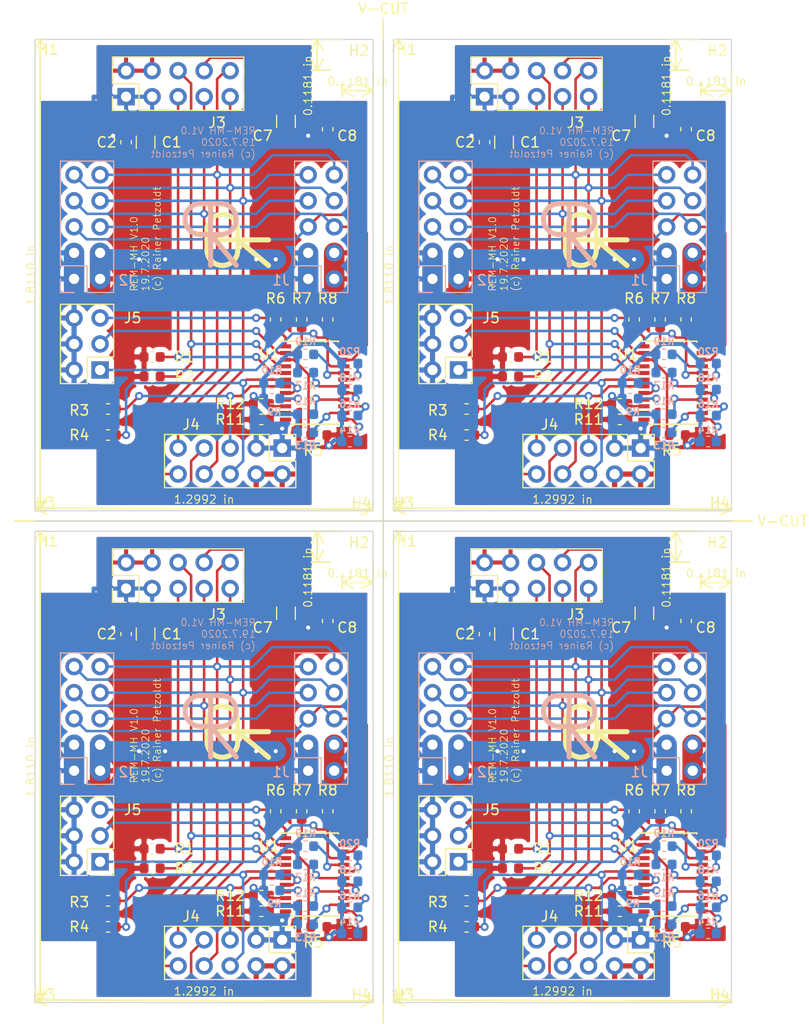
<source format=kicad_pcb>
(kicad_pcb (version 20171130) (host pcbnew "(5.1.5)-3")
  (title_block (title REM-MH) (date 2020-07-19) (rev V1.0) (company Petzoldt))
  (layers (0 F.Cu signal) (31 B.Cu signal) (34 B.Paste user) (35 F.Paste user) (36 B.SilkS user) (37 F.SilkS user) (38 B.Mask user) (39 F.Mask user) (44 Edge.Cuts user))
  (net 0 "")
  (net 1 GNDD)
  (net 2 +3V3)
  (net 3 /VP3)
  (net 4 /VP2)
  (net 5 /VP1)
  (net 6 /SDA)
  (net 7 /SCL)
  (net 8 /SDA0)
  (net 9 /SCL0)
  (net 10 /SDA1)
  (net 11 /SCL1)
  (net 12 "Net-(R5-Pad2)")
  (net 13 /A2)
  (net 14 /A1)
  (net 15 /A0)
  (net 16 GNDA)
  (net 17 /SCL2)
  (net 18 /SDA2)
  (net 19 /SCL3)
  (net 20 /SDA3)
  (net 21 /SCL4)
  (net 22 /SDA4)
  (net 23 /SCL5)
  (net 24 /SDA5)
  (net 25 /SCL6)
  (net 26 /SDA6)
  (net 27 /SCL7)
  (net 28 /SDA7)
  (module Resistor_SMD:R_0603_1608Metric (layer B.Cu) (at 121.416 134.514)
    (fp_text reference R17 (at 0 1.27) (layer B.SilkS) (effects (font (size 0.7 0.7)) (justify mirror)))
    (fp_text value 10k)
    (pad 2 smd roundrect (at 0.7875 0) (size 0.875 0.95) (layers B.Cu B.Paste B.Mask) (net 25 /SCL6))
    (pad 1 smd roundrect (at -0.7875 0) (size 0.875 0.95) (layers B.Cu B.Paste B.Mask) (net 2 +3V3))
  )
  (module Resistor_SMD:R_0603_1608Metric (layer B.Cu) (at 118.114 135.53)
    (fp_text reference R10 (at 0 -1.27) (layer B.SilkS) (effects (font (size 0.7 0.7)) (justify mirror)))
    (fp_text value 10k)
    (pad 2 smd roundrect (at 0.7875 0) (size 0.875 0.95) (layers B.Cu B.Paste B.Mask) (net 18 /SDA2))
    (pad 1 smd roundrect (at -0.7875 0) (size 0.875 0.95) (layers B.Cu B.Paste B.Mask) (net 2 +3V3))
  )
  (module Resistor_SMD:R_0603_1608Metric (layer F.Cu) (at 121.035 129.3325 270)
    (fp_text reference R7 (at -2.0575 0 180) (layer F.SilkS))
    (fp_text value 10k)
    (pad 2 smd roundrect (at 0.7875 0 270) (size 0.875 0.95) (layers F.Cu F.Paste F.Mask) (net 14 /A1))
    (pad 1 smd roundrect (at -0.7875 0 270) (size 0.875 0.95) (layers F.Cu F.Paste F.Mask) (net 2 +3V3))
  )
  (module REM:PinHeader_2x05_P2.54mm_Vertical_mit_Stecker (layer F.Cu) (at 103.89 107.59 90)
    (fp_text reference J3 (at -2.54 8.89 180) (layer F.SilkS))
    (fp_text value " ")
    (pad 10 thru_hole oval (at 2.54 10.16 90) (size 1.7 1.7) (drill 1) (layers *.Cu *.Mask) (net 16 GNDA))
    (pad 9 thru_hole oval (at 0 10.16 90) (size 1.7 1.7) (drill 1) (layers *.Cu *.Mask) (net 3 /VP3))
    (pad 8 thru_hole oval (at 2.54 7.62 90) (size 1.7 1.7) (drill 1) (layers *.Cu *.Mask) (net 4 /VP2))
    (pad 7 thru_hole oval (at 0 7.62 90) (size 1.7 1.7) (drill 1) (layers *.Cu *.Mask) (net 5 /VP1))
    (pad 6 thru_hole oval (at 2.54 5.08 90) (size 1.7 1.7) (drill 1) (layers *.Cu *.Mask) (net 8 /SDA0))
    (pad 5 thru_hole oval (at 0 5.08 90) (size 1.7 1.7) (drill 1) (layers *.Cu *.Mask) (net 9 /SCL0))
    (pad 4 thru_hole oval (at 2.54 2.54 90) (size 1.7 1.7) (drill 1) (layers *.Cu *.Mask) (net 2 +3V3))
    (pad 3 thru_hole oval (at 0 2.54 90) (size 1.7 1.7) (drill 1) (layers *.Cu *.Mask) (net 1 GNDD))
    (pad 2 thru_hole oval (at 2.54 0 90) (size 1.7 1.7) (drill 1) (layers *.Cu *.Mask) (net 2 +3V3))
    (pad 1 thru_hole rect (at 0 0 90) (size 1.7 1.7) (drill 1) (layers *.Cu *.Mask) (net 1 GNDD))
  )
  (module REM:LogoRP_6mm (layer B.Cu) (at 112.145 112.035 180)
    (fp_text reference L2 hide)
    (fp_text value Logo)
  )
  (module Resistor_SMD:R_0603_1608Metric (layer B.Cu) (at 125.734 133.625)
    (fp_text reference R20 (at 0 -1.143) (layer B.SilkS) (effects (font (size 0.7 0.7)) (justify mirror)))
    (fp_text value 10k)
    (pad 2 smd roundrect (at 0.7875 0) (size 0.875 0.95) (layers B.Cu B.Paste B.Mask) (net 28 /SDA7))
    (pad 1 smd roundrect (at -0.7875 0) (size 0.875 0.95) (layers B.Cu B.Paste B.Mask) (net 2 +3V3))
  )
  (module REM:PinHeader_2x05_P2.54mm_Vertical_mit_Stecker (layer F.Cu) (at 119.13 141.88 270)
    (fp_text reference J4 (at -2.286 8.89 180) (layer F.SilkS))
    (fp_text value " ")
    (pad 10 thru_hole oval (at 2.54 10.16 270) (size 1.7 1.7) (drill 1) (layers *.Cu *.Mask) (net 16 GNDA))
    (pad 9 thru_hole oval (at 0 10.16 270) (size 1.7 1.7) (drill 1) (layers *.Cu *.Mask) (net 3 /VP3))
    (pad 8 thru_hole oval (at 2.54 7.62 270) (size 1.7 1.7) (drill 1) (layers *.Cu *.Mask) (net 4 /VP2))
    (pad 7 thru_hole oval (at 0 7.62 270) (size 1.7 1.7) (drill 1) (layers *.Cu *.Mask) (net 5 /VP1))
    (pad 6 thru_hole oval (at 2.54 5.08 270) (size 1.7 1.7) (drill 1) (layers *.Cu *.Mask) (net 10 /SDA1))
    (pad 5 thru_hole oval (at 0 5.08 270) (size 1.7 1.7) (drill 1) (layers *.Cu *.Mask) (net 11 /SCL1))
    (pad 4 thru_hole oval (at 2.54 2.54 270) (size 1.7 1.7) (drill 1) (layers *.Cu *.Mask) (net 2 +3V3))
    (pad 3 thru_hole oval (at 0 2.54 270) (size 1.7 1.7) (drill 1) (layers *.Cu *.Mask) (net 1 GNDD))
    (pad 2 thru_hole oval (at 2.54 0 270) (size 1.7 1.7) (drill 1) (layers *.Cu *.Mask) (net 2 +3V3))
    (pad 1 thru_hole rect (at 0 0 270) (size 1.7 1.7) (drill 1) (layers *.Cu *.Mask) (net 1 GNDD))
  )
  (module Resistor_SMD:R_0603_1608Metric (layer F.Cu) (at 117.098 139.086)
    (fp_text reference R11 (at -3.048 0 180) (layer F.SilkS))
    (fp_text value 10k)
    (pad 2 smd roundrect (at 0.7875 0) (size 0.875 0.95) (layers F.Cu F.Paste F.Mask) (net 19 /SCL3))
    (pad 1 smd roundrect (at -0.7875 0) (size 0.875 0.95) (layers F.Cu F.Paste F.Mask) (net 2 +3V3))
  )
  (module Resistor_SMD:R_0603_1608Metric (layer F.Cu) (at 117.098 137.562)
    (fp_text reference R12 (at -3.048 0) (layer F.SilkS))
    (fp_text value 10k)
    (pad 2 smd roundrect (at 0.7875 0) (size 0.875 0.95) (layers F.Cu F.Paste F.Mask) (net 20 /SDA3))
    (pad 1 smd roundrect (at -0.7875 0) (size 0.875 0.95) (layers F.Cu F.Paste F.Mask) (net 2 +3V3))
  )
  (module Resistor_SMD:R_0603_1608Metric (layer B.Cu) (at 125.734 138.705)
    (fp_text reference R16 (at 0 -1.143 180) (layer B.SilkS) (effects (font (size 0.7 0.7)) (justify mirror)))
    (fp_text value 10k)
    (pad 2 smd roundrect (at 0.7875 0) (size 0.875 0.95) (layers B.Cu B.Paste B.Mask) (net 24 /SDA5))
    (pad 1 smd roundrect (at -0.7875 0) (size 0.875 0.95) (layers B.Cu B.Paste B.Mask) (net 2 +3V3))
  )
  (module Resistor_SMD:R_0603_1608Metric (layer F.Cu) (at 106.43 132.99)
    (fp_text reference R1 (at 3.175 0) (layer F.SilkS))
    (fp_text value 10k)
    (pad 2 smd roundrect (at 0.7875 0) (size 0.875 0.95) (layers F.Cu F.Paste F.Mask) (net 9 /SCL0))
    (pad 1 smd roundrect (at -0.7875 0) (size 0.875 0.95) (layers F.Cu F.Paste F.Mask) (net 2 +3V3))
  )
  (module Resistor_SMD:R_0603_1608Metric (layer B.Cu) (at 125.734 136.165)
    (fp_text reference R18 (at 0 -1.143 180) (layer B.SilkS) (effects (font (size 0.7 0.7)) (justify mirror)))
    (fp_text value 10k)
    (pad 2 smd roundrect (at 0.7875 0) (size 0.875 0.95) (layers B.Cu B.Paste B.Mask) (net 26 /SDA6))
    (pad 1 smd roundrect (at -0.7875 0) (size 0.875 0.95) (layers B.Cu B.Paste B.Mask) (net 2 +3V3))
  )
  (module Package_SO:TSSOP-24_4.4x7.8mm_P0.65mm (layer F.Cu) (at 122.305 135.53)
    (fp_text reference U1 (at -4.445 -2.794) (layer F.SilkS))
    (fp_text value TCA9548APWR)
    (pad 24 smd rect (at 2.85 -3.575) (size 1.1 0.4) (layers F.Cu F.Paste F.Mask) (net 2 +3V3))
    (pad 23 smd rect (at 2.85 -2.925) (size 1.1 0.4) (layers F.Cu F.Paste F.Mask) (net 6 /SDA))
    (pad 22 smd rect (at 2.85 -2.275) (size 1.1 0.4) (layers F.Cu F.Paste F.Mask) (net 7 /SCL))
    (pad 21 smd rect (at 2.85 -1.625) (size 1.1 0.4) (layers F.Cu F.Paste F.Mask) (net 13 /A2))
    (pad 20 smd rect (at 2.85 -0.975) (size 1.1 0.4) (layers F.Cu F.Paste F.Mask) (net 27 /SCL7))
    (pad 19 smd rect (at 2.85 -0.325) (size 1.1 0.4) (layers F.Cu F.Paste F.Mask) (net 28 /SDA7))
    (pad 18 smd rect (at 2.85 0.325) (size 1.1 0.4) (layers F.Cu F.Paste F.Mask) (net 25 /SCL6))
    (pad 17 smd rect (at 2.85 0.975) (size 1.1 0.4) (layers F.Cu F.Paste F.Mask) (net 26 /SDA6))
    (pad 16 smd rect (at 2.85 1.625) (size 1.1 0.4) (layers F.Cu F.Paste F.Mask) (net 23 /SCL5))
    (pad 15 smd rect (at 2.85 2.275) (size 1.1 0.4) (layers F.Cu F.Paste F.Mask) (net 24 /SDA5))
    (pad 14 smd rect (at 2.85 2.925) (size 1.1 0.4) (layers F.Cu F.Paste F.Mask) (net 21 /SCL4))
    (pad 13 smd rect (at 2.85 3.575) (size 1.1 0.4) (layers F.Cu F.Paste F.Mask) (net 22 /SDA4))
    (pad 12 smd rect (at -2.85 3.575) (size 1.1 0.4) (layers F.Cu F.Paste F.Mask) (net 1 GNDD))
    (pad 11 smd rect (at -2.85 2.925) (size 1.1 0.4) (layers F.Cu F.Paste F.Mask) (net 19 /SCL3))
    (pad 10 smd rect (at -2.85 2.275) (size 1.1 0.4) (layers F.Cu F.Paste F.Mask) (net 20 /SDA3))
    (pad 9 smd rect (at -2.85 1.625) (size 1.1 0.4) (layers F.Cu F.Paste F.Mask) (net 17 /SCL2))
    (pad 8 smd rect (at -2.85 0.975) (size 1.1 0.4) (layers F.Cu F.Paste F.Mask) (net 18 /SDA2))
    (pad 7 smd rect (at -2.85 0.325) (size 1.1 0.4) (layers F.Cu F.Paste F.Mask) (net 11 /SCL1))
    (pad 6 smd rect (at -2.85 -0.325) (size 1.1 0.4) (layers F.Cu F.Paste F.Mask) (net 10 /SDA1))
    (pad 5 smd rect (at -2.85 -0.975) (size 1.1 0.4) (layers F.Cu F.Paste F.Mask) (net 9 /SCL0))
    (pad 4 smd rect (at -2.85 -1.625) (size 1.1 0.4) (layers F.Cu F.Paste F.Mask) (net 8 /SDA0))
    (pad 3 smd rect (at -2.85 -2.275) (size 1.1 0.4) (layers F.Cu F.Paste F.Mask) (net 12 "Net-(R5-Pad2)"))
    (pad 2 smd rect (at -2.85 -2.925) (size 1.1 0.4) (layers F.Cu F.Paste F.Mask) (net 14 /A1))
    (pad 1 smd rect (at -2.85 -3.575) (size 1.1 0.4) (layers F.Cu F.Paste F.Mask) (net 15 /A0))
  )
  (module Resistor_SMD:R_0603_1608Metric (layer B.Cu) (at 121.416 132.736)
    (fp_text reference R19 (at 0 -1.27) (layer B.SilkS) (effects (font (size 0.7 0.7)) (justify mirror)))
    (fp_text value 10k)
    (pad 2 smd roundrect (at 0.7875 0) (size 0.875 0.95) (layers B.Cu B.Paste B.Mask) (net 27 /SCL7))
    (pad 1 smd roundrect (at -0.7875 0) (size 0.875 0.95) (layers B.Cu B.Paste B.Mask) (net 2 +3V3))
  )
  (module Connector_PinHeader_2.54mm:PinHeader_2x03_P2.54mm_Vertical (layer F.Cu) (at 101.35 134.26 180)
    (fp_text reference J5 (at -3.175 5.08) (layer F.SilkS))
    (fp_text value " ")
    (pad 6 thru_hole oval (at 2.54 5.08 180) (size 1.7 1.7) (drill 1) (layers *.Cu *.Mask) (net 1 GNDD))
    (pad 5 thru_hole oval (at 0 5.08 180) (size 1.7 1.7) (drill 1) (layers *.Cu *.Mask) (net 15 /A0))
    (pad 4 thru_hole oval (at 2.54 2.54 180) (size 1.7 1.7) (drill 1) (layers *.Cu *.Mask) (net 1 GNDD))
    (pad 3 thru_hole oval (at 0 2.54 180) (size 1.7 1.7) (drill 1) (layers *.Cu *.Mask) (net 14 /A1))
    (pad 2 thru_hole oval (at 2.54 0 180) (size 1.7 1.7) (drill 1) (layers *.Cu *.Mask) (net 1 GNDD))
    (pad 1 thru_hole rect (at 0 0 180) (size 1.7 1.7) (drill 1) (layers *.Cu *.Mask) (net 13 /A2))
  )
  (module Resistor_SMD:R_0603_1608Metric (layer B.Cu) (at 121.416 138.578)
    (fp_text reference R15 (at 0 -1.27) (layer B.SilkS) (effects (font (size 0.7 0.7)) (justify mirror)))
    (fp_text value 10k)
    (pad 2 smd roundrect (at 0.7875 0) (size 0.875 0.95) (layers B.Cu B.Paste B.Mask) (net 23 /SCL5))
    (pad 1 smd roundrect (at -0.7875 0) (size 0.875 0.95) (layers B.Cu B.Paste B.Mask) (net 2 +3V3))
  )
  (module Resistor_SMD:R_0603_1608Metric (layer B.Cu) (at 118.114 137.054)
    (fp_text reference R9 (at 0.254 1.27) (layer B.SilkS) (effects (font (size 0.7 0.7)) (justify mirror)))
    (fp_text value 10k)
    (pad 2 smd roundrect (at 0.7875 0) (size 0.875 0.95) (layers B.Cu B.Paste B.Mask) (net 17 /SCL2))
    (pad 1 smd roundrect (at -0.7875 0) (size 0.875 0.95) (layers B.Cu B.Paste B.Mask) (net 2 +3V3))
  )
  (module Resistor_SMD:R_0603_1608Metric (layer B.Cu) (at 125.734 141.245)
    (fp_text reference R14 (at 0 -1.143) (layer B.SilkS) (effects (font (size 0.7 0.7)) (justify mirror)))
    (fp_text value 10k)
    (pad 2 smd roundrect (at 0.7875 0) (size 0.875 0.95) (layers B.Cu B.Paste B.Mask) (net 22 /SDA4))
    (pad 1 smd roundrect (at -0.7875 0) (size 0.875 0.95) (layers B.Cu B.Paste B.Mask) (net 2 +3V3))
  )
  (module REM:LogoRP_6mm (layer F.Cu) (at 105.795 121.56 90)
    (fp_text reference L1 hide)
    (fp_text value Logo)
  )
  (module Resistor_SMD:R_0603_1608Metric (layer B.Cu) (at 121.416 140.356)
    (fp_text reference R13 (at 0 1.27) (layer B.SilkS) (effects (font (size 0.7 0.7)) (justify mirror)))
    (fp_text value 10k)
    (pad 2 smd roundrect (at 0.7875 0) (size 0.875 0.95) (layers B.Cu B.Paste B.Mask) (net 21 /SCL4))
    (pad 1 smd roundrect (at -0.7875 0) (size 0.875 0.95) (layers B.Cu B.Paste B.Mask) (net 2 +3V3))
  )
  (module REM:PinHeader_2x05_P2.54mm_Vertical_mit_Stecker (layer B.Cu) (at 121.67 125.37)
    (fp_text reference J1 (at -2.67 0.13) (layer B.SilkS) (effects (justify mirror)))
    (fp_text value " ")
    (pad 10 thru_hole oval (at 2.54 -10.16) (size 1.7 1.7) (drill 1) (layers *.Cu *.Mask) (net 16 GNDA))
    (pad 9 thru_hole oval (at 0 -10.16) (size 1.7 1.7) (drill 1) (layers *.Cu *.Mask) (net 3 /VP3))
    (pad 8 thru_hole oval (at 2.54 -7.62) (size 1.7 1.7) (drill 1) (layers *.Cu *.Mask) (net 4 /VP2))
    (pad 7 thru_hole oval (at 0 -7.62) (size 1.7 1.7) (drill 1) (layers *.Cu *.Mask) (net 5 /VP1))
    (pad 6 thru_hole oval (at 2.54 -5.08) (size 1.7 1.7) (drill 1) (layers *.Cu *.Mask) (net 6 /SDA))
    (pad 5 thru_hole oval (at 0 -5.08) (size 1.7 1.7) (drill 1) (layers *.Cu *.Mask) (net 7 /SCL))
    (pad 4 thru_hole oval (at 2.54 -2.54) (size 1.7 1.7) (drill 1) (layers *.Cu *.Mask) (net 2 +3V3))
    (pad 3 thru_hole oval (at 0 -2.54) (size 1.7 1.7) (drill 1) (layers *.Cu *.Mask) (net 1 GNDD))
    (pad 2 thru_hole oval (at 2.54 0) (size 1.7 1.7) (drill 1) (layers *.Cu *.Mask) (net 2 +3V3))
    (pad 1 thru_hole rect (at 0 0) (size 1.7 1.7) (drill 1) (layers *.Cu *.Mask) (net 1 GNDD))
  )
  (module REM:PinHeader_2x05_P2.54mm_Vertical_mit_Stecker (layer B.Cu) (at 98.81 125.37)
    (fp_text reference J2 (at 5.19 0.13) (layer B.SilkS) (effects (justify mirror)))
    (fp_text value " ")
    (pad 10 thru_hole oval (at 2.54 -10.16) (size 1.7 1.7) (drill 1) (layers *.Cu *.Mask) (net 16 GNDA))
    (pad 9 thru_hole oval (at 0 -10.16) (size 1.7 1.7) (drill 1) (layers *.Cu *.Mask) (net 3 /VP3))
    (pad 8 thru_hole oval (at 2.54 -7.62) (size 1.7 1.7) (drill 1) (layers *.Cu *.Mask) (net 4 /VP2))
    (pad 7 thru_hole oval (at 0 -7.62) (size 1.7 1.7) (drill 1) (layers *.Cu *.Mask) (net 5 /VP1))
    (pad 6 thru_hole oval (at 2.54 -5.08) (size 1.7 1.7) (drill 1) (layers *.Cu *.Mask) (net 6 /SDA))
    (pad 5 thru_hole oval (at 0 -5.08) (size 1.7 1.7) (drill 1) (layers *.Cu *.Mask) (net 7 /SCL))
    (pad 4 thru_hole oval (at 2.54 -2.54) (size 1.7 1.7) (drill 1) (layers *.Cu *.Mask) (net 2 +3V3))
    (pad 3 thru_hole oval (at 0 -2.54) (size 1.7 1.7) (drill 1) (layers *.Cu *.Mask) (net 1 GNDD))
    (pad 2 thru_hole oval (at 2.54 0) (size 1.7 1.7) (drill 1) (layers *.Cu *.Mask) (net 2 +3V3))
    (pad 1 thru_hole rect (at 0 0) (size 1.7 1.7) (drill 1) (layers *.Cu *.Mask) (net 1 GNDD))
  )
  (module Resistor_SMD:R_0603_1608Metric (layer F.Cu) (at 102.1375 140.61)
    (fp_text reference R4 (at -2.8195 0) (layer F.SilkS))
    (fp_text value 10k)
    (pad 2 smd roundrect (at 0.7875 0) (size 0.875 0.95) (layers F.Cu F.Paste F.Mask) (net 10 /SDA1))
    (pad 1 smd roundrect (at -0.7875 0) (size 0.875 0.95) (layers F.Cu F.Paste F.Mask) (net 2 +3V3))
  )
  (module Resistor_SMD:R_0603_1608Metric (layer F.Cu) (at 106.43 134.895)
    (fp_text reference R2 (at 3.175 0) (layer F.SilkS))
    (fp_text value 10k)
    (pad 2 smd roundrect (at 0.7875 0) (size 0.875 0.95) (layers F.Cu F.Paste F.Mask) (net 8 /SDA0))
    (pad 1 smd roundrect (at -0.7875 0) (size 0.875 0.95) (layers F.Cu F.Paste F.Mask) (net 2 +3V3))
  )
  (module kicad:MountingHole_2.2mm_M2 (layer F.Cu) (at 125 145)
    (fp_text reference H4 (at 1.877 2.238) (layer F.SilkS))
    (fp_text value " ")
    (pad 1 np_thru_hole circle (at 0 0) (size 2.2 2.2) (drill 2.2) (layers *.Cu *.Mask))
  )
  (module Resistor_SMD:R_0603_1608Metric (layer F.Cu) (at 118.495 129.3325 270)
    (fp_text reference R6 (at -2.0575 0 180) (layer F.SilkS))
    (fp_text value 10k)
    (pad 2 smd roundrect (at 0.7875 0 270) (size 0.875 0.95) (layers F.Cu F.Paste F.Mask) (net 15 /A0))
    (pad 1 smd roundrect (at -0.7875 0 270) (size 0.875 0.95) (layers F.Cu F.Paste F.Mask) (net 2 +3V3))
  )
  (module kicad:MountingHole_2.2mm_M2 (layer F.Cu) (at 125 105)
    (fp_text reference H2 (at 1.623 -1.896) (layer F.SilkS))
    (fp_text value " ")
    (pad 1 np_thru_hole circle (at 0 0) (size 2.2 2.2) (drill 2.2) (layers *.Cu *.Mask))
  )
  (module Capacitor_SMD:C_0603_1608Metric (layer F.Cu) (at 103.89 112.035 90)
    (fp_text reference C2 (at 0 -1.905 180) (layer F.SilkS))
    (fp_text value 220n)
    (pad 2 smd roundrect (at 0.7875 0 90) (size 0.875 0.95) (layers F.Cu F.Paste F.Mask) (net 1 GNDD))
    (pad 1 smd roundrect (at -0.7875 0 90) (size 0.875 0.95) (layers F.Cu F.Paste F.Mask) (net 2 +3V3))
  )
  (module Resistor_SMD:R_0603_1608Metric (layer F.Cu) (at 102.1375 138.07)
    (fp_text reference R3 (at -2.8195 0.127) (layer F.SilkS))
    (fp_text value 10k)
    (pad 2 smd roundrect (at 0.7875 0) (size 0.875 0.95) (layers F.Cu F.Paste F.Mask) (net 11 /SCL1))
    (pad 1 smd roundrect (at -0.7875 0) (size 0.875 0.95) (layers F.Cu F.Paste F.Mask) (net 2 +3V3))
  )
  (module Resistor_SMD:R_0603_1608Metric (layer F.Cu) (at 122.7115 140.61 180)
    (fp_text reference R5 (at 0.5335 -1.524) (layer F.SilkS))
    (fp_text value 10k)
    (pad 2 smd roundrect (at 0.7875 0 180) (size 0.875 0.95) (layers F.Cu F.Paste F.Mask) (net 12 "Net-(R5-Pad2)"))
    (pad 1 smd roundrect (at -0.7875 0 180) (size 0.875 0.95) (layers F.Cu F.Paste F.Mask) (net 2 +3V3))
  )
  (module Capacitor_SMD:C_1206_3216Metric (layer F.Cu) (at 119.5 110 270)
    (fp_text reference C7 (at 1.4 2.275 180) (layer F.SilkS))
    (fp_text value 10u)
    (pad 2 smd roundrect (at 1.4 0 270) (size 1.25 1.75) (layers F.Cu F.Paste F.Mask) (roundrect_rratio 0.2) (net 1 GNDD))
    (pad 1 smd roundrect (at -1.4 0 270) (size 1.25 1.75) (layers F.Cu F.Paste F.Mask) (roundrect_rratio 0.2) (net 2 +3V3))
  )
  (module Capacitor_SMD:C_1206_3216Metric (layer F.Cu) (at 105.795 112.035 90)
    (fp_text reference C1 (at 0 2.54 180) (layer F.SilkS))
    (fp_text value 10u)
    (pad 2 smd roundrect (at 1.4 0 90) (size 1.25 1.75) (layers F.Cu F.Paste F.Mask) (roundrect_rratio 0.2) (net 1 GNDD))
    (pad 1 smd roundrect (at -1.4 0 90) (size 1.25 1.75) (layers F.Cu F.Paste F.Mask) (roundrect_rratio 0.2) (net 2 +3V3))
  )
  (module Resistor_SMD:R_0603_1608Metric (layer F.Cu) (at 123.575 129.3325 270)
    (fp_text reference R8 (at -2.0575 0 180) (layer F.SilkS))
    (fp_text value 10k)
    (pad 2 smd roundrect (at 0.7875 0 270) (size 0.875 0.95) (layers F.Cu F.Paste F.Mask) (net 13 /A2))
    (pad 1 smd roundrect (at -0.7875 0 270) (size 0.875 0.95) (layers F.Cu F.Paste F.Mask) (net 2 +3V3))
  )
  (module kicad:MountingHole_2.2mm_M2 (layer F.Cu) (at 98 145)
    (fp_text reference H3 (at -1.984 2.238) (layer F.SilkS))
    (fp_text value " ")
    (pad 1 np_thru_hole circle (at 0 0) (size 2.2 2.2) (drill 2.2) (layers *.Cu *.Mask))
  )
  (module kicad:MountingHole_2.2mm_M2 (layer F.Cu) (at 98 105)
    (fp_text reference H1 (at -1.73 -2.023) (layer F.SilkS))
    (fp_text value " ")
    (pad 1 np_thru_hole circle (at 0 0) (size 2.2 2.2) (drill 2.2) (layers *.Cu *.Mask))
  )
  (module Capacitor_SMD:C_0603_1608Metric (layer F.Cu) (at 123.575 110.765 270)
    (fp_text reference C8 (at 0.635 -1.905 180) (layer F.SilkS))
    (fp_text value 220n)
    (pad 2 smd roundrect (at 0.7875 0 270) (size 0.875 0.95) (layers F.Cu F.Paste F.Mask) (net 1 GNDD))
    (pad 1 smd roundrect (at -0.7875 0 270) (size 0.875 0.95) (layers F.Cu F.Paste F.Mask) (net 2 +3V3))
  )
  (module Resistor_SMD:R_0603_1608Metric (layer B.Cu) (at 83.114 135.53)
    (fp_text reference R10 (at 0 -1.27) (layer B.SilkS) (effects (font (size 0.7 0.7)) (justify mirror)))
    (fp_text value 10k)
    (pad 1 smd roundrect (at -0.7875 0) (size 0.875 0.95) (layers B.Cu B.Paste B.Mask) (net 2 +3V3))
    (pad 2 smd roundrect (at 0.7875 0) (size 0.875 0.95) (layers B.Cu B.Paste B.Mask) (net 18 /SDA2))
  )
  (module Resistor_SMD:R_0603_1608Metric (layer B.Cu) (at 86.416 134.514)
    (fp_text reference R17 (at 0 1.27) (layer B.SilkS) (effects (font (size 0.7 0.7)) (justify mirror)))
    (fp_text value 10k)
    (pad 1 smd roundrect (at -0.7875 0) (size 0.875 0.95) (layers B.Cu B.Paste B.Mask) (net 2 +3V3))
    (pad 2 smd roundrect (at 0.7875 0) (size 0.875 0.95) (layers B.Cu B.Paste B.Mask) (net 25 /SCL6))
  )
  (module Resistor_SMD:R_0603_1608Metric (layer F.Cu) (at 82.098 139.086)
    (fp_text reference R11 (at -3.048 0 180) (layer F.SilkS))
    (fp_text value 10k)
    (pad 1 smd roundrect (at -0.7875 0) (size 0.875 0.95) (layers F.Cu F.Paste F.Mask) (net 2 +3V3))
    (pad 2 smd roundrect (at 0.7875 0) (size 0.875 0.95) (layers F.Cu F.Paste F.Mask) (net 19 /SCL3))
  )
  (module Resistor_SMD:R_0603_1608Metric (layer F.Cu) (at 82.098 137.562)
    (fp_text reference R12 (at -3.048 0) (layer F.SilkS))
    (fp_text value 10k)
    (pad 1 smd roundrect (at -0.7875 0) (size 0.875 0.95) (layers F.Cu F.Paste F.Mask) (net 2 +3V3))
    (pad 2 smd roundrect (at 0.7875 0) (size 0.875 0.95) (layers F.Cu F.Paste F.Mask) (net 20 /SDA3))
  )
  (module Resistor_SMD:R_0603_1608Metric (layer B.Cu) (at 90.734 138.705)
    (fp_text reference R16 (at 0 -1.143 180) (layer B.SilkS) (effects (font (size 0.7 0.7)) (justify mirror)))
    (fp_text value 10k)
    (pad 1 smd roundrect (at -0.7875 0) (size 0.875 0.95) (layers B.Cu B.Paste B.Mask) (net 2 +3V3))
    (pad 2 smd roundrect (at 0.7875 0) (size 0.875 0.95) (layers B.Cu B.Paste B.Mask) (net 24 /SDA5))
  )
  (module Resistor_SMD:R_0603_1608Metric (layer B.Cu) (at 90.734 133.625)
    (fp_text reference R20 (at 0 -1.143) (layer B.SilkS) (effects (font (size 0.7 0.7)) (justify mirror)))
    (fp_text value 10k)
    (pad 1 smd roundrect (at -0.7875 0) (size 0.875 0.95) (layers B.Cu B.Paste B.Mask) (net 2 +3V3))
    (pad 2 smd roundrect (at 0.7875 0) (size 0.875 0.95) (layers B.Cu B.Paste B.Mask) (net 28 /SDA7))
  )
  (module Resistor_SMD:R_0603_1608Metric (layer B.Cu) (at 86.416 132.736)
    (fp_text reference R19 (at 0 -1.27) (layer B.SilkS) (effects (font (size 0.7 0.7)) (justify mirror)))
    (fp_text value 10k)
    (pad 1 smd roundrect (at -0.7875 0) (size 0.875 0.95) (layers B.Cu B.Paste B.Mask) (net 2 +3V3))
    (pad 2 smd roundrect (at 0.7875 0) (size 0.875 0.95) (layers B.Cu B.Paste B.Mask) (net 27 /SCL7))
  )
  (module Resistor_SMD:R_0603_1608Metric (layer B.Cu) (at 86.416 138.578)
    (fp_text reference R15 (at 0 -1.27) (layer B.SilkS) (effects (font (size 0.7 0.7)) (justify mirror)))
    (fp_text value 10k)
    (pad 1 smd roundrect (at -0.7875 0) (size 0.875 0.95) (layers B.Cu B.Paste B.Mask) (net 2 +3V3))
    (pad 2 smd roundrect (at 0.7875 0) (size 0.875 0.95) (layers B.Cu B.Paste B.Mask) (net 23 /SCL5))
  )
  (module REM:PinHeader_2x05_P2.54mm_Vertical_mit_Stecker (layer F.Cu) (at 84.13 141.88 270)
    (fp_text reference J4 (at -2.286 8.89 180) (layer F.SilkS))
    (fp_text value " ")
    (pad 1 thru_hole rect (at 0 0 270) (size 1.7 1.7) (drill 1) (layers *.Cu *.Mask) (net 1 GNDD))
    (pad 2 thru_hole oval (at 2.54 0 270) (size 1.7 1.7) (drill 1) (layers *.Cu *.Mask) (net 2 +3V3))
    (pad 3 thru_hole oval (at 0 2.54 270) (size 1.7 1.7) (drill 1) (layers *.Cu *.Mask) (net 1 GNDD))
    (pad 4 thru_hole oval (at 2.54 2.54 270) (size 1.7 1.7) (drill 1) (layers *.Cu *.Mask) (net 2 +3V3))
    (pad 5 thru_hole oval (at 0 5.08 270) (size 1.7 1.7) (drill 1) (layers *.Cu *.Mask) (net 11 /SCL1))
    (pad 6 thru_hole oval (at 2.54 5.08 270) (size 1.7 1.7) (drill 1) (layers *.Cu *.Mask) (net 10 /SDA1))
    (pad 7 thru_hole oval (at 0 7.62 270) (size 1.7 1.7) (drill 1) (layers *.Cu *.Mask) (net 5 /VP1))
    (pad 8 thru_hole oval (at 2.54 7.62 270) (size 1.7 1.7) (drill 1) (layers *.Cu *.Mask) (net 4 /VP2))
    (pad 9 thru_hole oval (at 0 10.16 270) (size 1.7 1.7) (drill 1) (layers *.Cu *.Mask) (net 3 /VP3))
    (pad 10 thru_hole oval (at 2.54 10.16 270) (size 1.7 1.7) (drill 1) (layers *.Cu *.Mask) (net 16 GNDA))
  )
  (module Resistor_SMD:R_0603_1608Metric (layer B.Cu) (at 83.114 137.054)
    (fp_text reference R9 (at 0.254 1.27) (layer B.SilkS) (effects (font (size 0.7 0.7)) (justify mirror)))
    (fp_text value 10k)
    (pad 1 smd roundrect (at -0.7875 0) (size 0.875 0.95) (layers B.Cu B.Paste B.Mask) (net 2 +3V3))
    (pad 2 smd roundrect (at 0.7875 0) (size 0.875 0.95) (layers B.Cu B.Paste B.Mask) (net 17 /SCL2))
  )
  (module Resistor_SMD:R_0603_1608Metric (layer B.Cu) (at 86.416 140.356)
    (fp_text reference R13 (at 0 1.27) (layer B.SilkS) (effects (font (size 0.7 0.7)) (justify mirror)))
    (fp_text value 10k)
    (pad 1 smd roundrect (at -0.7875 0) (size 0.875 0.95) (layers B.Cu B.Paste B.Mask) (net 2 +3V3))
    (pad 2 smd roundrect (at 0.7875 0) (size 0.875 0.95) (layers B.Cu B.Paste B.Mask) (net 21 /SCL4))
  )
  (module Resistor_SMD:R_0603_1608Metric (layer B.Cu) (at 90.734 141.245)
    (fp_text reference R14 (at 0 -1.143) (layer B.SilkS) (effects (font (size 0.7 0.7)) (justify mirror)))
    (fp_text value 10k)
    (pad 1 smd roundrect (at -0.7875 0) (size 0.875 0.95) (layers B.Cu B.Paste B.Mask) (net 2 +3V3))
    (pad 2 smd roundrect (at 0.7875 0) (size 0.875 0.95) (layers B.Cu B.Paste B.Mask) (net 22 /SDA4))
  )
  (module Resistor_SMD:R_0603_1608Metric (layer B.Cu) (at 90.734 136.165)
    (fp_text reference R18 (at 0 -1.143 180) (layer B.SilkS) (effects (font (size 0.7 0.7)) (justify mirror)))
    (fp_text value 10k)
    (pad 1 smd roundrect (at -0.7875 0) (size 0.875 0.95) (layers B.Cu B.Paste B.Mask) (net 2 +3V3))
    (pad 2 smd roundrect (at 0.7875 0) (size 0.875 0.95) (layers B.Cu B.Paste B.Mask) (net 26 /SDA6))
  )
  (module Connector_PinHeader_2.54mm:PinHeader_2x03_P2.54mm_Vertical (layer F.Cu) (at 66.35 134.26 180)
    (fp_text reference J5 (at -3.175 5.08) (layer F.SilkS))
    (fp_text value " ")
    (pad 1 thru_hole rect (at 0 0 180) (size 1.7 1.7) (drill 1) (layers *.Cu *.Mask) (net 13 /A2))
    (pad 2 thru_hole oval (at 2.54 0 180) (size 1.7 1.7) (drill 1) (layers *.Cu *.Mask) (net 1 GNDD))
    (pad 3 thru_hole oval (at 0 2.54 180) (size 1.7 1.7) (drill 1) (layers *.Cu *.Mask) (net 14 /A1))
    (pad 4 thru_hole oval (at 2.54 2.54 180) (size 1.7 1.7) (drill 1) (layers *.Cu *.Mask) (net 1 GNDD))
    (pad 5 thru_hole oval (at 0 5.08 180) (size 1.7 1.7) (drill 1) (layers *.Cu *.Mask) (net 15 /A0))
    (pad 6 thru_hole oval (at 2.54 5.08 180) (size 1.7 1.7) (drill 1) (layers *.Cu *.Mask) (net 1 GNDD))
  )
  (module Package_SO:TSSOP-24_4.4x7.8mm_P0.65mm (layer F.Cu) (at 87.305 135.53)
    (fp_text reference U1 (at -4.445 -2.794) (layer F.SilkS))
    (fp_text value TCA9548APWR)
    (pad 1 smd rect (at -2.85 -3.575) (size 1.1 0.4) (layers F.Cu F.Paste F.Mask) (net 15 /A0))
    (pad 2 smd rect (at -2.85 -2.925) (size 1.1 0.4) (layers F.Cu F.Paste F.Mask) (net 14 /A1))
    (pad 3 smd rect (at -2.85 -2.275) (size 1.1 0.4) (layers F.Cu F.Paste F.Mask) (net 12 "Net-(R5-Pad2)"))
    (pad 4 smd rect (at -2.85 -1.625) (size 1.1 0.4) (layers F.Cu F.Paste F.Mask) (net 8 /SDA0))
    (pad 5 smd rect (at -2.85 -0.975) (size 1.1 0.4) (layers F.Cu F.Paste F.Mask) (net 9 /SCL0))
    (pad 6 smd rect (at -2.85 -0.325) (size 1.1 0.4) (layers F.Cu F.Paste F.Mask) (net 10 /SDA1))
    (pad 7 smd rect (at -2.85 0.325) (size 1.1 0.4) (layers F.Cu F.Paste F.Mask) (net 11 /SCL1))
    (pad 8 smd rect (at -2.85 0.975) (size 1.1 0.4) (layers F.Cu F.Paste F.Mask) (net 18 /SDA2))
    (pad 9 smd rect (at -2.85 1.625) (size 1.1 0.4) (layers F.Cu F.Paste F.Mask) (net 17 /SCL2))
    (pad 10 smd rect (at -2.85 2.275) (size 1.1 0.4) (layers F.Cu F.Paste F.Mask) (net 20 /SDA3))
    (pad 11 smd rect (at -2.85 2.925) (size 1.1 0.4) (layers F.Cu F.Paste F.Mask) (net 19 /SCL3))
    (pad 12 smd rect (at -2.85 3.575) (size 1.1 0.4) (layers F.Cu F.Paste F.Mask) (net 1 GNDD))
    (pad 13 smd rect (at 2.85 3.575) (size 1.1 0.4) (layers F.Cu F.Paste F.Mask) (net 22 /SDA4))
    (pad 14 smd rect (at 2.85 2.925) (size 1.1 0.4) (layers F.Cu F.Paste F.Mask) (net 21 /SCL4))
    (pad 15 smd rect (at 2.85 2.275) (size 1.1 0.4) (layers F.Cu F.Paste F.Mask) (net 24 /SDA5))
    (pad 16 smd rect (at 2.85 1.625) (size 1.1 0.4) (layers F.Cu F.Paste F.Mask) (net 23 /SCL5))
    (pad 17 smd rect (at 2.85 0.975) (size 1.1 0.4) (layers F.Cu F.Paste F.Mask) (net 26 /SDA6))
    (pad 18 smd rect (at 2.85 0.325) (size 1.1 0.4) (layers F.Cu F.Paste F.Mask) (net 25 /SCL6))
    (pad 19 smd rect (at 2.85 -0.325) (size 1.1 0.4) (layers F.Cu F.Paste F.Mask) (net 28 /SDA7))
    (pad 20 smd rect (at 2.85 -0.975) (size 1.1 0.4) (layers F.Cu F.Paste F.Mask) (net 27 /SCL7))
    (pad 21 smd rect (at 2.85 -1.625) (size 1.1 0.4) (layers F.Cu F.Paste F.Mask) (net 13 /A2))
    (pad 22 smd rect (at 2.85 -2.275) (size 1.1 0.4) (layers F.Cu F.Paste F.Mask) (net 7 /SCL))
    (pad 23 smd rect (at 2.85 -2.925) (size 1.1 0.4) (layers F.Cu F.Paste F.Mask) (net 6 /SDA))
    (pad 24 smd rect (at 2.85 -3.575) (size 1.1 0.4) (layers F.Cu F.Paste F.Mask) (net 2 +3V3))
  )
  (module Resistor_SMD:R_0603_1608Metric (layer F.Cu) (at 86.035 129.3325 270)
    (fp_text reference R7 (at -2.0575 0 180) (layer F.SilkS))
    (fp_text value 10k)
    (pad 1 smd roundrect (at -0.7875 0 270) (size 0.875 0.95) (layers F.Cu F.Paste F.Mask) (net 2 +3V3))
    (pad 2 smd roundrect (at 0.7875 0 270) (size 0.875 0.95) (layers F.Cu F.Paste F.Mask) (net 14 /A1))
  )
  (module REM:PinHeader_2x05_P2.54mm_Vertical_mit_Stecker (layer F.Cu) (at 68.89 107.59 90)
    (fp_text reference J3 (at -2.54 8.89 180) (layer F.SilkS))
    (fp_text value " ")
    (pad 1 thru_hole rect (at 0 0 90) (size 1.7 1.7) (drill 1) (layers *.Cu *.Mask) (net 1 GNDD))
    (pad 2 thru_hole oval (at 2.54 0 90) (size 1.7 1.7) (drill 1) (layers *.Cu *.Mask) (net 2 +3V3))
    (pad 3 thru_hole oval (at 0 2.54 90) (size 1.7 1.7) (drill 1) (layers *.Cu *.Mask) (net 1 GNDD))
    (pad 4 thru_hole oval (at 2.54 2.54 90) (size 1.7 1.7) (drill 1) (layers *.Cu *.Mask) (net 2 +3V3))
    (pad 5 thru_hole oval (at 0 5.08 90) (size 1.7 1.7) (drill 1) (layers *.Cu *.Mask) (net 9 /SCL0))
    (pad 6 thru_hole oval (at 2.54 5.08 90) (size 1.7 1.7) (drill 1) (layers *.Cu *.Mask) (net 8 /SDA0))
    (pad 7 thru_hole oval (at 0 7.62 90) (size 1.7 1.7) (drill 1) (layers *.Cu *.Mask) (net 5 /VP1))
    (pad 8 thru_hole oval (at 2.54 7.62 90) (size 1.7 1.7) (drill 1) (layers *.Cu *.Mask) (net 4 /VP2))
    (pad 9 thru_hole oval (at 0 10.16 90) (size 1.7 1.7) (drill 1) (layers *.Cu *.Mask) (net 3 /VP3))
    (pad 10 thru_hole oval (at 2.54 10.16 90) (size 1.7 1.7) (drill 1) (layers *.Cu *.Mask) (net 16 GNDA))
  )
  (module REM:LogoRP_6mm (layer F.Cu) (at 70.795 121.56 90)
    (fp_text reference L1 hide)
    (fp_text value Logo)
  )
  (module Resistor_SMD:R_0603_1608Metric (layer F.Cu) (at 71.43 132.99)
    (fp_text reference R1 (at 3.175 0) (layer F.SilkS))
    (fp_text value 10k)
    (pad 1 smd roundrect (at -0.7875 0) (size 0.875 0.95) (layers F.Cu F.Paste F.Mask) (net 2 +3V3))
    (pad 2 smd roundrect (at 0.7875 0) (size 0.875 0.95) (layers F.Cu F.Paste F.Mask) (net 9 /SCL0))
  )
  (module REM:LogoRP_6mm (layer B.Cu) (at 77.145 112.035 180)
    (fp_text reference L2 hide)
    (fp_text value Logo)
  )
  (module Resistor_SMD:R_0603_1608Metric (layer F.Cu) (at 71.43 134.895)
    (fp_text reference R2 (at 3.175 0) (layer F.SilkS))
    (fp_text value 10k)
    (pad 1 smd roundrect (at -0.7875 0) (size 0.875 0.95) (layers F.Cu F.Paste F.Mask) (net 2 +3V3))
    (pad 2 smd roundrect (at 0.7875 0) (size 0.875 0.95) (layers F.Cu F.Paste F.Mask) (net 8 /SDA0))
  )
  (module Capacitor_SMD:C_0603_1608Metric (layer F.Cu) (at 68.89 112.035 90)
    (fp_text reference C2 (at 0 -1.905 180) (layer F.SilkS))
    (fp_text value 220n)
    (pad 1 smd roundrect (at -0.7875 0 90) (size 0.875 0.95) (layers F.Cu F.Paste F.Mask) (net 2 +3V3))
    (pad 2 smd roundrect (at 0.7875 0 90) (size 0.875 0.95) (layers F.Cu F.Paste F.Mask) (net 1 GNDD))
  )
  (module Resistor_SMD:R_0603_1608Metric (layer F.Cu) (at 67.1375 138.07)
    (fp_text reference R3 (at -2.8195 0.127) (layer F.SilkS))
    (fp_text value 10k)
    (pad 1 smd roundrect (at -0.7875 0) (size 0.875 0.95) (layers F.Cu F.Paste F.Mask) (net 2 +3V3))
    (pad 2 smd roundrect (at 0.7875 0) (size 0.875 0.95) (layers F.Cu F.Paste F.Mask) (net 11 /SCL1))
  )
  (module Capacitor_SMD:C_1206_3216Metric (layer F.Cu) (at 70.795 112.035 90)
    (fp_text reference C1 (at 0 2.54 180) (layer F.SilkS))
    (fp_text value 10u)
    (pad 1 smd roundrect (at -1.4 0 90) (size 1.25 1.75) (layers F.Cu F.Paste F.Mask) (roundrect_rratio 0.2) (net 2 +3V3))
    (pad 2 smd roundrect (at 1.4 0 90) (size 1.25 1.75) (layers F.Cu F.Paste F.Mask) (roundrect_rratio 0.2) (net 1 GNDD))
  )
  (module REM:PinHeader_2x05_P2.54mm_Vertical_mit_Stecker (layer B.Cu) (at 63.81 125.37)
    (fp_text reference J2 (at 5.19 0.13) (layer B.SilkS) (effects (justify mirror)))
    (fp_text value " ")
    (pad 1 thru_hole rect (at 0 0) (size 1.7 1.7) (drill 1) (layers *.Cu *.Mask) (net 1 GNDD))
    (pad 2 thru_hole oval (at 2.54 0) (size 1.7 1.7) (drill 1) (layers *.Cu *.Mask) (net 2 +3V3))
    (pad 3 thru_hole oval (at 0 -2.54) (size 1.7 1.7) (drill 1) (layers *.Cu *.Mask) (net 1 GNDD))
    (pad 4 thru_hole oval (at 2.54 -2.54) (size 1.7 1.7) (drill 1) (layers *.Cu *.Mask) (net 2 +3V3))
    (pad 5 thru_hole oval (at 0 -5.08) (size 1.7 1.7) (drill 1) (layers *.Cu *.Mask) (net 7 /SCL))
    (pad 6 thru_hole oval (at 2.54 -5.08) (size 1.7 1.7) (drill 1) (layers *.Cu *.Mask) (net 6 /SDA))
    (pad 7 thru_hole oval (at 0 -7.62) (size 1.7 1.7) (drill 1) (layers *.Cu *.Mask) (net 5 /VP1))
    (pad 8 thru_hole oval (at 2.54 -7.62) (size 1.7 1.7) (drill 1) (layers *.Cu *.Mask) (net 4 /VP2))
    (pad 9 thru_hole oval (at 0 -10.16) (size 1.7 1.7) (drill 1) (layers *.Cu *.Mask) (net 3 /VP3))
    (pad 10 thru_hole oval (at 2.54 -10.16) (size 1.7 1.7) (drill 1) (layers *.Cu *.Mask) (net 16 GNDA))
  )
  (module Resistor_SMD:R_0603_1608Metric (layer F.Cu) (at 83.495 129.3325 270)
    (fp_text reference R6 (at -2.0575 0 180) (layer F.SilkS))
    (fp_text value 10k)
    (pad 1 smd roundrect (at -0.7875 0 270) (size 0.875 0.95) (layers F.Cu F.Paste F.Mask) (net 2 +3V3))
    (pad 2 smd roundrect (at 0.7875 0 270) (size 0.875 0.95) (layers F.Cu F.Paste F.Mask) (net 15 /A0))
  )
  (module REM:PinHeader_2x05_P2.54mm_Vertical_mit_Stecker (layer B.Cu) (at 86.67 125.37)
    (fp_text reference J1 (at -2.67 0.13) (layer B.SilkS) (effects (justify mirror)))
    (fp_text value " ")
    (pad 1 thru_hole rect (at 0 0) (size 1.7 1.7) (drill 1) (layers *.Cu *.Mask) (net 1 GNDD))
    (pad 2 thru_hole oval (at 2.54 0) (size 1.7 1.7) (drill 1) (layers *.Cu *.Mask) (net 2 +3V3))
    (pad 3 thru_hole oval (at 0 -2.54) (size 1.7 1.7) (drill 1) (layers *.Cu *.Mask) (net 1 GNDD))
    (pad 4 thru_hole oval (at 2.54 -2.54) (size 1.7 1.7) (drill 1) (layers *.Cu *.Mask) (net 2 +3V3))
    (pad 5 thru_hole oval (at 0 -5.08) (size 1.7 1.7) (drill 1) (layers *.Cu *.Mask) (net 7 /SCL))
    (pad 6 thru_hole oval (at 2.54 -5.08) (size 1.7 1.7) (drill 1) (layers *.Cu *.Mask) (net 6 /SDA))
    (pad 7 thru_hole oval (at 0 -7.62) (size 1.7 1.7) (drill 1) (layers *.Cu *.Mask) (net 5 /VP1))
    (pad 8 thru_hole oval (at 2.54 -7.62) (size 1.7 1.7) (drill 1) (layers *.Cu *.Mask) (net 4 /VP2))
    (pad 9 thru_hole oval (at 0 -10.16) (size 1.7 1.7) (drill 1) (layers *.Cu *.Mask) (net 3 /VP3))
    (pad 10 thru_hole oval (at 2.54 -10.16) (size 1.7 1.7) (drill 1) (layers *.Cu *.Mask) (net 16 GNDA))
  )
  (module Resistor_SMD:R_0603_1608Metric (layer F.Cu) (at 87.7115 140.61 180)
    (fp_text reference R5 (at 0.5335 -1.524) (layer F.SilkS))
    (fp_text value 10k)
    (pad 1 smd roundrect (at -0.7875 0 180) (size 0.875 0.95) (layers F.Cu F.Paste F.Mask) (net 2 +3V3))
    (pad 2 smd roundrect (at 0.7875 0 180) (size 0.875 0.95) (layers F.Cu F.Paste F.Mask) (net 12 "Net-(R5-Pad2)"))
  )
  (module Resistor_SMD:R_0603_1608Metric (layer F.Cu) (at 88.575 129.3325 270)
    (fp_text reference R8 (at -2.0575 0 180) (layer F.SilkS))
    (fp_text value 10k)
    (pad 1 smd roundrect (at -0.7875 0 270) (size 0.875 0.95) (layers F.Cu F.Paste F.Mask) (net 2 +3V3))
    (pad 2 smd roundrect (at 0.7875 0 270) (size 0.875 0.95) (layers F.Cu F.Paste F.Mask) (net 13 /A2))
  )
  (module kicad:MountingHole_2.2mm_M2 (layer F.Cu) (at 90 145)
    (fp_text reference H4 (at 1.877 2.238) (layer F.SilkS))
    (fp_text value " ")
    (pad 1 np_thru_hole circle (at 0 0) (size 2.2 2.2) (drill 2.2) (layers *.Cu *.Mask))
  )
  (module Resistor_SMD:R_0603_1608Metric (layer F.Cu) (at 67.1375 140.61)
    (fp_text reference R4 (at -2.8195 0) (layer F.SilkS))
    (fp_text value 10k)
    (pad 1 smd roundrect (at -0.7875 0) (size 0.875 0.95) (layers F.Cu F.Paste F.Mask) (net 2 +3V3))
    (pad 2 smd roundrect (at 0.7875 0) (size 0.875 0.95) (layers F.Cu F.Paste F.Mask) (net 10 /SDA1))
  )
  (module Capacitor_SMD:C_0603_1608Metric (layer F.Cu) (at 88.575 110.765 270)
    (fp_text reference C8 (at 0.635 -1.905 180) (layer F.SilkS))
    (fp_text value 220n)
    (pad 1 smd roundrect (at -0.7875 0 270) (size 0.875 0.95) (layers F.Cu F.Paste F.Mask) (net 2 +3V3))
    (pad 2 smd roundrect (at 0.7875 0 270) (size 0.875 0.95) (layers F.Cu F.Paste F.Mask) (net 1 GNDD))
  )
  (module kicad:MountingHole_2.2mm_M2 (layer F.Cu) (at 90 105)
    (fp_text reference H2 (at 1.623 -1.896) (layer F.SilkS))
    (fp_text value " ")
    (pad 1 np_thru_hole circle (at 0 0) (size 2.2 2.2) (drill 2.2) (layers *.Cu *.Mask))
  )
  (module Capacitor_SMD:C_1206_3216Metric (layer F.Cu) (at 84.5 110 270)
    (fp_text reference C7 (at 1.4 2.275 180) (layer F.SilkS))
    (fp_text value 10u)
    (pad 1 smd roundrect (at -1.4 0 270) (size 1.25 1.75) (layers F.Cu F.Paste F.Mask) (roundrect_rratio 0.2) (net 2 +3V3))
    (pad 2 smd roundrect (at 1.4 0 270) (size 1.25 1.75) (layers F.Cu F.Paste F.Mask) (roundrect_rratio 0.2) (net 1 GNDD))
  )
  (module kicad:MountingHole_2.2mm_M2 (layer F.Cu) (at 63 105)
    (fp_text reference H1 (at -1.73 -2.023) (layer F.SilkS))
    (fp_text value " ")
    (pad 1 np_thru_hole circle (at 0 0) (size 2.2 2.2) (drill 2.2) (layers *.Cu *.Mask))
  )
  (module kicad:MountingHole_2.2mm_M2 (layer F.Cu) (at 63 145)
    (fp_text reference H3 (at -1.984 2.238) (layer F.SilkS))
    (fp_text value " ")
    (pad 1 np_thru_hole circle (at 0 0) (size 2.2 2.2) (drill 2.2) (layers *.Cu *.Mask))
  )
  (module Resistor_SMD:R_0603_1608Metric (layer B.Cu) (at 118.114 87.53)
    (fp_text reference R10 (at 0 -1.27) (layer B.SilkS) (effects (font (size 0.7 0.7)) (justify mirror)))
    (fp_text value 10k)
    (pad 1 smd roundrect (at -0.7875 0) (size 0.875 0.95) (layers B.Cu B.Paste B.Mask) (net 2 +3V3))
    (pad 2 smd roundrect (at 0.7875 0) (size 0.875 0.95) (layers B.Cu B.Paste B.Mask) (net 18 /SDA2))
  )
  (module Resistor_SMD:R_0603_1608Metric (layer B.Cu) (at 121.416 86.514)
    (fp_text reference R17 (at 0 1.27) (layer B.SilkS) (effects (font (size 0.7 0.7)) (justify mirror)))
    (fp_text value 10k)
    (pad 1 smd roundrect (at -0.7875 0) (size 0.875 0.95) (layers B.Cu B.Paste B.Mask) (net 2 +3V3))
    (pad 2 smd roundrect (at 0.7875 0) (size 0.875 0.95) (layers B.Cu B.Paste B.Mask) (net 25 /SCL6))
  )
  (module Resistor_SMD:R_0603_1608Metric (layer F.Cu) (at 117.098 91.086)
    (fp_text reference R11 (at -3.048 0 180) (layer F.SilkS))
    (fp_text value 10k)
    (pad 1 smd roundrect (at -0.7875 0) (size 0.875 0.95) (layers F.Cu F.Paste F.Mask) (net 2 +3V3))
    (pad 2 smd roundrect (at 0.7875 0) (size 0.875 0.95) (layers F.Cu F.Paste F.Mask) (net 19 /SCL3))
  )
  (module Resistor_SMD:R_0603_1608Metric (layer F.Cu) (at 117.098 89.562)
    (fp_text reference R12 (at -3.048 0) (layer F.SilkS))
    (fp_text value 10k)
    (pad 1 smd roundrect (at -0.7875 0) (size 0.875 0.95) (layers F.Cu F.Paste F.Mask) (net 2 +3V3))
    (pad 2 smd roundrect (at 0.7875 0) (size 0.875 0.95) (layers F.Cu F.Paste F.Mask) (net 20 /SDA3))
  )
  (module Resistor_SMD:R_0603_1608Metric (layer B.Cu) (at 125.734 90.705)
    (fp_text reference R16 (at 0 -1.143 180) (layer B.SilkS) (effects (font (size 0.7 0.7)) (justify mirror)))
    (fp_text value 10k)
    (pad 1 smd roundrect (at -0.7875 0) (size 0.875 0.95) (layers B.Cu B.Paste B.Mask) (net 2 +3V3))
    (pad 2 smd roundrect (at 0.7875 0) (size 0.875 0.95) (layers B.Cu B.Paste B.Mask) (net 24 /SDA5))
  )
  (module Resistor_SMD:R_0603_1608Metric (layer B.Cu) (at 125.734 85.625)
    (fp_text reference R20 (at 0 -1.143) (layer B.SilkS) (effects (font (size 0.7 0.7)) (justify mirror)))
    (fp_text value 10k)
    (pad 1 smd roundrect (at -0.7875 0) (size 0.875 0.95) (layers B.Cu B.Paste B.Mask) (net 2 +3V3))
    (pad 2 smd roundrect (at 0.7875 0) (size 0.875 0.95) (layers B.Cu B.Paste B.Mask) (net 28 /SDA7))
  )
  (module Resistor_SMD:R_0603_1608Metric (layer B.Cu) (at 121.416 84.736)
    (fp_text reference R19 (at 0 -1.27) (layer B.SilkS) (effects (font (size 0.7 0.7)) (justify mirror)))
    (fp_text value 10k)
    (pad 1 smd roundrect (at -0.7875 0) (size 0.875 0.95) (layers B.Cu B.Paste B.Mask) (net 2 +3V3))
    (pad 2 smd roundrect (at 0.7875 0) (size 0.875 0.95) (layers B.Cu B.Paste B.Mask) (net 27 /SCL7))
  )
  (module Resistor_SMD:R_0603_1608Metric (layer B.Cu) (at 121.416 90.578)
    (fp_text reference R15 (at 0 -1.27) (layer B.SilkS) (effects (font (size 0.7 0.7)) (justify mirror)))
    (fp_text value 10k)
    (pad 1 smd roundrect (at -0.7875 0) (size 0.875 0.95) (layers B.Cu B.Paste B.Mask) (net 2 +3V3))
    (pad 2 smd roundrect (at 0.7875 0) (size 0.875 0.95) (layers B.Cu B.Paste B.Mask) (net 23 /SCL5))
  )
  (module REM:PinHeader_2x05_P2.54mm_Vertical_mit_Stecker (layer F.Cu) (at 119.13 93.88 270)
    (fp_text reference J4 (at -2.286 8.89 180) (layer F.SilkS))
    (fp_text value " ")
    (pad 1 thru_hole rect (at 0 0 270) (size 1.7 1.7) (drill 1) (layers *.Cu *.Mask) (net 1 GNDD))
    (pad 2 thru_hole oval (at 2.54 0 270) (size 1.7 1.7) (drill 1) (layers *.Cu *.Mask) (net 2 +3V3))
    (pad 3 thru_hole oval (at 0 2.54 270) (size 1.7 1.7) (drill 1) (layers *.Cu *.Mask) (net 1 GNDD))
    (pad 4 thru_hole oval (at 2.54 2.54 270) (size 1.7 1.7) (drill 1) (layers *.Cu *.Mask) (net 2 +3V3))
    (pad 5 thru_hole oval (at 0 5.08 270) (size 1.7 1.7) (drill 1) (layers *.Cu *.Mask) (net 11 /SCL1))
    (pad 6 thru_hole oval (at 2.54 5.08 270) (size 1.7 1.7) (drill 1) (layers *.Cu *.Mask) (net 10 /SDA1))
    (pad 7 thru_hole oval (at 0 7.62 270) (size 1.7 1.7) (drill 1) (layers *.Cu *.Mask) (net 5 /VP1))
    (pad 8 thru_hole oval (at 2.54 7.62 270) (size 1.7 1.7) (drill 1) (layers *.Cu *.Mask) (net 4 /VP2))
    (pad 9 thru_hole oval (at 0 10.16 270) (size 1.7 1.7) (drill 1) (layers *.Cu *.Mask) (net 3 /VP3))
    (pad 10 thru_hole oval (at 2.54 10.16 270) (size 1.7 1.7) (drill 1) (layers *.Cu *.Mask) (net 16 GNDA))
  )
  (module Resistor_SMD:R_0603_1608Metric (layer B.Cu) (at 118.114 89.054)
    (fp_text reference R9 (at 0.254 1.27) (layer B.SilkS) (effects (font (size 0.7 0.7)) (justify mirror)))
    (fp_text value 10k)
    (pad 1 smd roundrect (at -0.7875 0) (size 0.875 0.95) (layers B.Cu B.Paste B.Mask) (net 2 +3V3))
    (pad 2 smd roundrect (at 0.7875 0) (size 0.875 0.95) (layers B.Cu B.Paste B.Mask) (net 17 /SCL2))
  )
  (module Resistor_SMD:R_0603_1608Metric (layer B.Cu) (at 121.416 92.356)
    (fp_text reference R13 (at 0 1.27) (layer B.SilkS) (effects (font (size 0.7 0.7)) (justify mirror)))
    (fp_text value 10k)
    (pad 1 smd roundrect (at -0.7875 0) (size 0.875 0.95) (layers B.Cu B.Paste B.Mask) (net 2 +3V3))
    (pad 2 smd roundrect (at 0.7875 0) (size 0.875 0.95) (layers B.Cu B.Paste B.Mask) (net 21 /SCL4))
  )
  (module Resistor_SMD:R_0603_1608Metric (layer B.Cu) (at 125.734 93.245)
    (fp_text reference R14 (at 0 -1.143) (layer B.SilkS) (effects (font (size 0.7 0.7)) (justify mirror)))
    (fp_text value 10k)
    (pad 1 smd roundrect (at -0.7875 0) (size 0.875 0.95) (layers B.Cu B.Paste B.Mask) (net 2 +3V3))
    (pad 2 smd roundrect (at 0.7875 0) (size 0.875 0.95) (layers B.Cu B.Paste B.Mask) (net 22 /SDA4))
  )
  (module Resistor_SMD:R_0603_1608Metric (layer B.Cu) (at 125.734 88.165)
    (fp_text reference R18 (at 0 -1.143 180) (layer B.SilkS) (effects (font (size 0.7 0.7)) (justify mirror)))
    (fp_text value 10k)
    (pad 1 smd roundrect (at -0.7875 0) (size 0.875 0.95) (layers B.Cu B.Paste B.Mask) (net 2 +3V3))
    (pad 2 smd roundrect (at 0.7875 0) (size 0.875 0.95) (layers B.Cu B.Paste B.Mask) (net 26 /SDA6))
  )
  (module Connector_PinHeader_2.54mm:PinHeader_2x03_P2.54mm_Vertical (layer F.Cu) (at 101.35 86.26 180)
    (fp_text reference J5 (at -3.175 5.08) (layer F.SilkS))
    (fp_text value " ")
    (pad 1 thru_hole rect (at 0 0 180) (size 1.7 1.7) (drill 1) (layers *.Cu *.Mask) (net 13 /A2))
    (pad 2 thru_hole oval (at 2.54 0 180) (size 1.7 1.7) (drill 1) (layers *.Cu *.Mask) (net 1 GNDD))
    (pad 3 thru_hole oval (at 0 2.54 180) (size 1.7 1.7) (drill 1) (layers *.Cu *.Mask) (net 14 /A1))
    (pad 4 thru_hole oval (at 2.54 2.54 180) (size 1.7 1.7) (drill 1) (layers *.Cu *.Mask) (net 1 GNDD))
    (pad 5 thru_hole oval (at 0 5.08 180) (size 1.7 1.7) (drill 1) (layers *.Cu *.Mask) (net 15 /A0))
    (pad 6 thru_hole oval (at 2.54 5.08 180) (size 1.7 1.7) (drill 1) (layers *.Cu *.Mask) (net 1 GNDD))
  )
  (module Package_SO:TSSOP-24_4.4x7.8mm_P0.65mm (layer F.Cu) (at 122.305 87.53)
    (fp_text reference U1 (at -4.445 -2.794) (layer F.SilkS))
    (fp_text value TCA9548APWR)
    (pad 1 smd rect (at -2.85 -3.575) (size 1.1 0.4) (layers F.Cu F.Paste F.Mask) (net 15 /A0))
    (pad 2 smd rect (at -2.85 -2.925) (size 1.1 0.4) (layers F.Cu F.Paste F.Mask) (net 14 /A1))
    (pad 3 smd rect (at -2.85 -2.275) (size 1.1 0.4) (layers F.Cu F.Paste F.Mask) (net 12 "Net-(R5-Pad2)"))
    (pad 4 smd rect (at -2.85 -1.625) (size 1.1 0.4) (layers F.Cu F.Paste F.Mask) (net 8 /SDA0))
    (pad 5 smd rect (at -2.85 -0.975) (size 1.1 0.4) (layers F.Cu F.Paste F.Mask) (net 9 /SCL0))
    (pad 6 smd rect (at -2.85 -0.325) (size 1.1 0.4) (layers F.Cu F.Paste F.Mask) (net 10 /SDA1))
    (pad 7 smd rect (at -2.85 0.325) (size 1.1 0.4) (layers F.Cu F.Paste F.Mask) (net 11 /SCL1))
    (pad 8 smd rect (at -2.85 0.975) (size 1.1 0.4) (layers F.Cu F.Paste F.Mask) (net 18 /SDA2))
    (pad 9 smd rect (at -2.85 1.625) (size 1.1 0.4) (layers F.Cu F.Paste F.Mask) (net 17 /SCL2))
    (pad 10 smd rect (at -2.85 2.275) (size 1.1 0.4) (layers F.Cu F.Paste F.Mask) (net 20 /SDA3))
    (pad 11 smd rect (at -2.85 2.925) (size 1.1 0.4) (layers F.Cu F.Paste F.Mask) (net 19 /SCL3))
    (pad 12 smd rect (at -2.85 3.575) (size 1.1 0.4) (layers F.Cu F.Paste F.Mask) (net 1 GNDD))
    (pad 13 smd rect (at 2.85 3.575) (size 1.1 0.4) (layers F.Cu F.Paste F.Mask) (net 22 /SDA4))
    (pad 14 smd rect (at 2.85 2.925) (size 1.1 0.4) (layers F.Cu F.Paste F.Mask) (net 21 /SCL4))
    (pad 15 smd rect (at 2.85 2.275) (size 1.1 0.4) (layers F.Cu F.Paste F.Mask) (net 24 /SDA5))
    (pad 16 smd rect (at 2.85 1.625) (size 1.1 0.4) (layers F.Cu F.Paste F.Mask) (net 23 /SCL5))
    (pad 17 smd rect (at 2.85 0.975) (size 1.1 0.4) (layers F.Cu F.Paste F.Mask) (net 26 /SDA6))
    (pad 18 smd rect (at 2.85 0.325) (size 1.1 0.4) (layers F.Cu F.Paste F.Mask) (net 25 /SCL6))
    (pad 19 smd rect (at 2.85 -0.325) (size 1.1 0.4) (layers F.Cu F.Paste F.Mask) (net 28 /SDA7))
    (pad 20 smd rect (at 2.85 -0.975) (size 1.1 0.4) (layers F.Cu F.Paste F.Mask) (net 27 /SCL7))
    (pad 21 smd rect (at 2.85 -1.625) (size 1.1 0.4) (layers F.Cu F.Paste F.Mask) (net 13 /A2))
    (pad 22 smd rect (at 2.85 -2.275) (size 1.1 0.4) (layers F.Cu F.Paste F.Mask) (net 7 /SCL))
    (pad 23 smd rect (at 2.85 -2.925) (size 1.1 0.4) (layers F.Cu F.Paste F.Mask) (net 6 /SDA))
    (pad 24 smd rect (at 2.85 -3.575) (size 1.1 0.4) (layers F.Cu F.Paste F.Mask) (net 2 +3V3))
  )
  (module Resistor_SMD:R_0603_1608Metric (layer F.Cu) (at 121.035 81.3325 270)
    (fp_text reference R7 (at -2.0575 0 180) (layer F.SilkS))
    (fp_text value 10k)
    (pad 1 smd roundrect (at -0.7875 0 270) (size 0.875 0.95) (layers F.Cu F.Paste F.Mask) (net 2 +3V3))
    (pad 2 smd roundrect (at 0.7875 0 270) (size 0.875 0.95) (layers F.Cu F.Paste F.Mask) (net 14 /A1))
  )
  (module REM:PinHeader_2x05_P2.54mm_Vertical_mit_Stecker (layer F.Cu) (at 103.89 59.59 90)
    (fp_text reference J3 (at -2.54 8.89 180) (layer F.SilkS))
    (fp_text value " ")
    (pad 1 thru_hole rect (at 0 0 90) (size 1.7 1.7) (drill 1) (layers *.Cu *.Mask) (net 1 GNDD))
    (pad 2 thru_hole oval (at 2.54 0 90) (size 1.7 1.7) (drill 1) (layers *.Cu *.Mask) (net 2 +3V3))
    (pad 3 thru_hole oval (at 0 2.54 90) (size 1.7 1.7) (drill 1) (layers *.Cu *.Mask) (net 1 GNDD))
    (pad 4 thru_hole oval (at 2.54 2.54 90) (size 1.7 1.7) (drill 1) (layers *.Cu *.Mask) (net 2 +3V3))
    (pad 5 thru_hole oval (at 0 5.08 90) (size 1.7 1.7) (drill 1) (layers *.Cu *.Mask) (net 9 /SCL0))
    (pad 6 thru_hole oval (at 2.54 5.08 90) (size 1.7 1.7) (drill 1) (layers *.Cu *.Mask) (net 8 /SDA0))
    (pad 7 thru_hole oval (at 0 7.62 90) (size 1.7 1.7) (drill 1) (layers *.Cu *.Mask) (net 5 /VP1))
    (pad 8 thru_hole oval (at 2.54 7.62 90) (size 1.7 1.7) (drill 1) (layers *.Cu *.Mask) (net 4 /VP2))
    (pad 9 thru_hole oval (at 0 10.16 90) (size 1.7 1.7) (drill 1) (layers *.Cu *.Mask) (net 3 /VP3))
    (pad 10 thru_hole oval (at 2.54 10.16 90) (size 1.7 1.7) (drill 1) (layers *.Cu *.Mask) (net 16 GNDA))
  )
  (module REM:LogoRP_6mm (layer F.Cu) (at 105.795 73.56 90)
    (fp_text reference L1 hide)
    (fp_text value Logo)
  )
  (module Resistor_SMD:R_0603_1608Metric (layer F.Cu) (at 106.43 84.99)
    (fp_text reference R1 (at 3.175 0) (layer F.SilkS))
    (fp_text value 10k)
    (pad 1 smd roundrect (at -0.7875 0) (size 0.875 0.95) (layers F.Cu F.Paste F.Mask) (net 2 +3V3))
    (pad 2 smd roundrect (at 0.7875 0) (size 0.875 0.95) (layers F.Cu F.Paste F.Mask) (net 9 /SCL0))
  )
  (module REM:LogoRP_6mm (layer B.Cu) (at 112.145 64.035 180)
    (fp_text reference L2 hide)
    (fp_text value Logo)
  )
  (module Resistor_SMD:R_0603_1608Metric (layer F.Cu) (at 106.43 86.895)
    (fp_text reference R2 (at 3.175 0) (layer F.SilkS))
    (fp_text value 10k)
    (pad 1 smd roundrect (at -0.7875 0) (size 0.875 0.95) (layers F.Cu F.Paste F.Mask) (net 2 +3V3))
    (pad 2 smd roundrect (at 0.7875 0) (size 0.875 0.95) (layers F.Cu F.Paste F.Mask) (net 8 /SDA0))
  )
  (module Capacitor_SMD:C_0603_1608Metric (layer F.Cu) (at 103.89 64.035 90)
    (fp_text reference C2 (at 0 -1.905 180) (layer F.SilkS))
    (fp_text value 220n)
    (pad 1 smd roundrect (at -0.7875 0 90) (size 0.875 0.95) (layers F.Cu F.Paste F.Mask) (net 2 +3V3))
    (pad 2 smd roundrect (at 0.7875 0 90) (size 0.875 0.95) (layers F.Cu F.Paste F.Mask) (net 1 GNDD))
  )
  (module Resistor_SMD:R_0603_1608Metric (layer F.Cu) (at 102.1375 90.07)
    (fp_text reference R3 (at -2.8195 0.127) (layer F.SilkS))
    (fp_text value 10k)
    (pad 1 smd roundrect (at -0.7875 0) (size 0.875 0.95) (layers F.Cu F.Paste F.Mask) (net 2 +3V3))
    (pad 2 smd roundrect (at 0.7875 0) (size 0.875 0.95) (layers F.Cu F.Paste F.Mask) (net 11 /SCL1))
  )
  (module Capacitor_SMD:C_1206_3216Metric (layer F.Cu) (at 105.795 64.035 90)
    (fp_text reference C1 (at 0 2.54 180) (layer F.SilkS))
    (fp_text value 10u)
    (pad 1 smd roundrect (at -1.4 0 90) (size 1.25 1.75) (layers F.Cu F.Paste F.Mask) (roundrect_rratio 0.2) (net 2 +3V3))
    (pad 2 smd roundrect (at 1.4 0 90) (size 1.25 1.75) (layers F.Cu F.Paste F.Mask) (roundrect_rratio 0.2) (net 1 GNDD))
  )
  (module REM:PinHeader_2x05_P2.54mm_Vertical_mit_Stecker (layer B.Cu) (at 98.81 77.37)
    (fp_text reference J2 (at 5.19 0.13) (layer B.SilkS) (effects (justify mirror)))
    (fp_text value " ")
    (pad 1 thru_hole rect (at 0 0) (size 1.7 1.7) (drill 1) (layers *.Cu *.Mask) (net 1 GNDD))
    (pad 2 thru_hole oval (at 2.54 0) (size 1.7 1.7) (drill 1) (layers *.Cu *.Mask) (net 2 +3V3))
    (pad 3 thru_hole oval (at 0 -2.54) (size 1.7 1.7) (drill 1) (layers *.Cu *.Mask) (net 1 GNDD))
    (pad 4 thru_hole oval (at 2.54 -2.54) (size 1.7 1.7) (drill 1) (layers *.Cu *.Mask) (net 2 +3V3))
    (pad 5 thru_hole oval (at 0 -5.08) (size 1.7 1.7) (drill 1) (layers *.Cu *.Mask) (net 7 /SCL))
    (pad 6 thru_hole oval (at 2.54 -5.08) (size 1.7 1.7) (drill 1) (layers *.Cu *.Mask) (net 6 /SDA))
    (pad 7 thru_hole oval (at 0 -7.62) (size 1.7 1.7) (drill 1) (layers *.Cu *.Mask) (net 5 /VP1))
    (pad 8 thru_hole oval (at 2.54 -7.62) (size 1.7 1.7) (drill 1) (layers *.Cu *.Mask) (net 4 /VP2))
    (pad 9 thru_hole oval (at 0 -10.16) (size 1.7 1.7) (drill 1) (layers *.Cu *.Mask) (net 3 /VP3))
    (pad 10 thru_hole oval (at 2.54 -10.16) (size 1.7 1.7) (drill 1) (layers *.Cu *.Mask) (net 16 GNDA))
  )
  (module Resistor_SMD:R_0603_1608Metric (layer F.Cu) (at 118.495 81.3325 270)
    (fp_text reference R6 (at -2.0575 0 180) (layer F.SilkS))
    (fp_text value 10k)
    (pad 1 smd roundrect (at -0.7875 0 270) (size 0.875 0.95) (layers F.Cu F.Paste F.Mask) (net 2 +3V3))
    (pad 2 smd roundrect (at 0.7875 0 270) (size 0.875 0.95) (layers F.Cu F.Paste F.Mask) (net 15 /A0))
  )
  (module REM:PinHeader_2x05_P2.54mm_Vertical_mit_Stecker (layer B.Cu) (at 121.67 77.37)
    (fp_text reference J1 (at -2.67 0.13) (layer B.SilkS) (effects (justify mirror)))
    (fp_text value " ")
    (pad 1 thru_hole rect (at 0 0) (size 1.7 1.7) (drill 1) (layers *.Cu *.Mask) (net 1 GNDD))
    (pad 2 thru_hole oval (at 2.54 0) (size 1.7 1.7) (drill 1) (layers *.Cu *.Mask) (net 2 +3V3))
    (pad 3 thru_hole oval (at 0 -2.54) (size 1.7 1.7) (drill 1) (layers *.Cu *.Mask) (net 1 GNDD))
    (pad 4 thru_hole oval (at 2.54 -2.54) (size 1.7 1.7) (drill 1) (layers *.Cu *.Mask) (net 2 +3V3))
    (pad 5 thru_hole oval (at 0 -5.08) (size 1.7 1.7) (drill 1) (layers *.Cu *.Mask) (net 7 /SCL))
    (pad 6 thru_hole oval (at 2.54 -5.08) (size 1.7 1.7) (drill 1) (layers *.Cu *.Mask) (net 6 /SDA))
    (pad 7 thru_hole oval (at 0 -7.62) (size 1.7 1.7) (drill 1) (layers *.Cu *.Mask) (net 5 /VP1))
    (pad 8 thru_hole oval (at 2.54 -7.62) (size 1.7 1.7) (drill 1) (layers *.Cu *.Mask) (net 4 /VP2))
    (pad 9 thru_hole oval (at 0 -10.16) (size 1.7 1.7) (drill 1) (layers *.Cu *.Mask) (net 3 /VP3))
    (pad 10 thru_hole oval (at 2.54 -10.16) (size 1.7 1.7) (drill 1) (layers *.Cu *.Mask) (net 16 GNDA))
  )
  (module Resistor_SMD:R_0603_1608Metric (layer F.Cu) (at 122.7115 92.61 180)
    (fp_text reference R5 (at 0.5335 -1.524) (layer F.SilkS))
    (fp_text value 10k)
    (pad 1 smd roundrect (at -0.7875 0 180) (size 0.875 0.95) (layers F.Cu F.Paste F.Mask) (net 2 +3V3))
    (pad 2 smd roundrect (at 0.7875 0 180) (size 0.875 0.95) (layers F.Cu F.Paste F.Mask) (net 12 "Net-(R5-Pad2)"))
  )
  (module Resistor_SMD:R_0603_1608Metric (layer F.Cu) (at 123.575 81.3325 270)
    (fp_text reference R8 (at -2.0575 0 180) (layer F.SilkS))
    (fp_text value 10k)
    (pad 1 smd roundrect (at -0.7875 0 270) (size 0.875 0.95) (layers F.Cu F.Paste F.Mask) (net 2 +3V3))
    (pad 2 smd roundrect (at 0.7875 0 270) (size 0.875 0.95) (layers F.Cu F.Paste F.Mask) (net 13 /A2))
  )
  (module kicad:MountingHole_2.2mm_M2 (layer F.Cu) (at 125 97)
    (fp_text reference H4 (at 1.877 2.238) (layer F.SilkS))
    (fp_text value " ")
    (pad 1 np_thru_hole circle (at 0 0) (size 2.2 2.2) (drill 2.2) (layers *.Cu *.Mask))
  )
  (module Resistor_SMD:R_0603_1608Metric (layer F.Cu) (at 102.1375 92.61)
    (fp_text reference R4 (at -2.8195 0) (layer F.SilkS))
    (fp_text value 10k)
    (pad 1 smd roundrect (at -0.7875 0) (size 0.875 0.95) (layers F.Cu F.Paste F.Mask) (net 2 +3V3))
    (pad 2 smd roundrect (at 0.7875 0) (size 0.875 0.95) (layers F.Cu F.Paste F.Mask) (net 10 /SDA1))
  )
  (module Capacitor_SMD:C_0603_1608Metric (layer F.Cu) (at 123.575 62.765 270)
    (fp_text reference C8 (at 0.635 -1.905 180) (layer F.SilkS))
    (fp_text value 220n)
    (pad 1 smd roundrect (at -0.7875 0 270) (size 0.875 0.95) (layers F.Cu F.Paste F.Mask) (net 2 +3V3))
    (pad 2 smd roundrect (at 0.7875 0 270) (size 0.875 0.95) (layers F.Cu F.Paste F.Mask) (net 1 GNDD))
  )
  (module kicad:MountingHole_2.2mm_M2 (layer F.Cu) (at 125 57)
    (fp_text reference H2 (at 1.623 -1.896) (layer F.SilkS))
    (fp_text value " ")
    (pad 1 np_thru_hole circle (at 0 0) (size 2.2 2.2) (drill 2.2) (layers *.Cu *.Mask))
  )
  (module Capacitor_SMD:C_1206_3216Metric (layer F.Cu) (at 119.5 62 270)
    (fp_text reference C7 (at 1.4 2.275 180) (layer F.SilkS))
    (fp_text value 10u)
    (pad 1 smd roundrect (at -1.4 0 270) (size 1.25 1.75) (layers F.Cu F.Paste F.Mask) (roundrect_rratio 0.2) (net 2 +3V3))
    (pad 2 smd roundrect (at 1.4 0 270) (size 1.25 1.75) (layers F.Cu F.Paste F.Mask) (roundrect_rratio 0.2) (net 1 GNDD))
  )
  (module kicad:MountingHole_2.2mm_M2 (layer F.Cu) (at 98 57)
    (fp_text reference H1 (at -1.73 -2.023) (layer F.SilkS))
    (fp_text value " ")
    (pad 1 np_thru_hole circle (at 0 0) (size 2.2 2.2) (drill 2.2) (layers *.Cu *.Mask))
  )
  (module kicad:MountingHole_2.2mm_M2 (layer F.Cu) (at 98 97)
    (fp_text reference H3 (at -1.984 2.238) (layer F.SilkS))
    (fp_text value " ")
    (pad 1 np_thru_hole circle (at 0 0) (size 2.2 2.2) (drill 2.2) (layers *.Cu *.Mask))
  )
  (module Resistor_SMD:R_0603_1608Metric (layer B.Cu) (at 90.734 85.625)
    (fp_text reference R20 (at 0 -1.143) (layer B.SilkS) (effects (font (size 0.7 0.7)) (justify mirror)))
    (fp_text value 10k)
    (pad 2 smd roundrect (at 0.7875 0) (size 0.875 0.95) (layers B.Cu B.Paste B.Mask) (net 28 /SDA7))
    (pad 1 smd roundrect (at -0.7875 0) (size 0.875 0.95) (layers B.Cu B.Paste B.Mask) (net 2 +3V3))
  )
  (module Resistor_SMD:R_0603_1608Metric (layer B.Cu) (at 86.416 84.736)
    (fp_text reference R19 (at 0 -1.27) (layer B.SilkS) (effects (font (size 0.7 0.7)) (justify mirror)))
    (fp_text value 10k)
    (pad 2 smd roundrect (at 0.7875 0) (size 0.875 0.95) (layers B.Cu B.Paste B.Mask) (net 27 /SCL7))
    (pad 1 smd roundrect (at -0.7875 0) (size 0.875 0.95) (layers B.Cu B.Paste B.Mask) (net 2 +3V3))
  )
  (module Resistor_SMD:R_0603_1608Metric (layer B.Cu) (at 90.734 88.165)
    (fp_text reference R18 (at 0 -1.143 180) (layer B.SilkS) (effects (font (size 0.7 0.7)) (justify mirror)))
    (fp_text value 10k)
    (pad 2 smd roundrect (at 0.7875 0) (size 0.875 0.95) (layers B.Cu B.Paste B.Mask) (net 26 /SDA6))
    (pad 1 smd roundrect (at -0.7875 0) (size 0.875 0.95) (layers B.Cu B.Paste B.Mask) (net 2 +3V3))
  )
  (module Resistor_SMD:R_0603_1608Metric (layer B.Cu) (at 86.416 86.514)
    (fp_text reference R17 (at 0 1.27) (layer B.SilkS) (effects (font (size 0.7 0.7)) (justify mirror)))
    (fp_text value 10k)
    (pad 2 smd roundrect (at 0.7875 0) (size 0.875 0.95) (layers B.Cu B.Paste B.Mask) (net 25 /SCL6))
    (pad 1 smd roundrect (at -0.7875 0) (size 0.875 0.95) (layers B.Cu B.Paste B.Mask) (net 2 +3V3))
  )
  (module Resistor_SMD:R_0603_1608Metric (layer B.Cu) (at 90.734 90.705)
    (fp_text reference R16 (at 0 -1.143 180) (layer B.SilkS) (effects (font (size 0.7 0.7)) (justify mirror)))
    (fp_text value 10k)
    (pad 2 smd roundrect (at 0.7875 0) (size 0.875 0.95) (layers B.Cu B.Paste B.Mask) (net 24 /SDA5))
    (pad 1 smd roundrect (at -0.7875 0) (size 0.875 0.95) (layers B.Cu B.Paste B.Mask) (net 2 +3V3))
  )
  (module Resistor_SMD:R_0603_1608Metric (layer B.Cu) (at 86.416 90.578)
    (fp_text reference R15 (at 0 -1.27) (layer B.SilkS) (effects (font (size 0.7 0.7)) (justify mirror)))
    (fp_text value 10k)
    (pad 2 smd roundrect (at 0.7875 0) (size 0.875 0.95) (layers B.Cu B.Paste B.Mask) (net 23 /SCL5))
    (pad 1 smd roundrect (at -0.7875 0) (size 0.875 0.95) (layers B.Cu B.Paste B.Mask) (net 2 +3V3))
  )
  (module Resistor_SMD:R_0603_1608Metric (layer B.Cu) (at 90.734 93.245)
    (fp_text reference R14 (at 0 -1.143) (layer B.SilkS) (effects (font (size 0.7 0.7)) (justify mirror)))
    (fp_text value 10k)
    (pad 2 smd roundrect (at 0.7875 0) (size 0.875 0.95) (layers B.Cu B.Paste B.Mask) (net 22 /SDA4))
    (pad 1 smd roundrect (at -0.7875 0) (size 0.875 0.95) (layers B.Cu B.Paste B.Mask) (net 2 +3V3))
  )
  (module Resistor_SMD:R_0603_1608Metric (layer B.Cu) (at 86.416 92.356)
    (fp_text reference R13 (at 0 1.27) (layer B.SilkS) (effects (font (size 0.7 0.7)) (justify mirror)))
    (fp_text value 10k)
    (pad 2 smd roundrect (at 0.7875 0) (size 0.875 0.95) (layers B.Cu B.Paste B.Mask) (net 21 /SCL4))
    (pad 1 smd roundrect (at -0.7875 0) (size 0.875 0.95) (layers B.Cu B.Paste B.Mask) (net 2 +3V3))
  )
  (module Resistor_SMD:R_0603_1608Metric (layer F.Cu) (at 82.098 89.562)
    (fp_text reference R12 (at -3.048 0) (layer F.SilkS))
    (fp_text value 10k)
    (pad 2 smd roundrect (at 0.7875 0) (size 0.875 0.95) (layers F.Cu F.Paste F.Mask) (net 20 /SDA3))
    (pad 1 smd roundrect (at -0.7875 0) (size 0.875 0.95) (layers F.Cu F.Paste F.Mask) (net 2 +3V3))
  )
  (module Resistor_SMD:R_0603_1608Metric (layer F.Cu) (at 82.098 91.086)
    (fp_text reference R11 (at -3.048 0 180) (layer F.SilkS))
    (fp_text value 10k)
    (pad 2 smd roundrect (at 0.7875 0) (size 0.875 0.95) (layers F.Cu F.Paste F.Mask) (net 19 /SCL3))
    (pad 1 smd roundrect (at -0.7875 0) (size 0.875 0.95) (layers F.Cu F.Paste F.Mask) (net 2 +3V3))
  )
  (module Resistor_SMD:R_0603_1608Metric (layer B.Cu) (at 83.114 87.53)
    (fp_text reference R10 (at 0 -1.27) (layer B.SilkS) (effects (font (size 0.7 0.7)) (justify mirror)))
    (fp_text value 10k)
    (pad 2 smd roundrect (at 0.7875 0) (size 0.875 0.95) (layers B.Cu B.Paste B.Mask) (net 18 /SDA2))
    (pad 1 smd roundrect (at -0.7875 0) (size 0.875 0.95) (layers B.Cu B.Paste B.Mask) (net 2 +3V3))
  )
  (module Resistor_SMD:R_0603_1608Metric (layer B.Cu) (at 83.114 89.054)
    (fp_text reference R9 (at 0.254 1.27) (layer B.SilkS) (effects (font (size 0.7 0.7)) (justify mirror)))
    (fp_text value 10k)
    (pad 2 smd roundrect (at 0.7875 0) (size 0.875 0.95) (layers B.Cu B.Paste B.Mask) (net 17 /SCL2))
    (pad 1 smd roundrect (at -0.7875 0) (size 0.875 0.95) (layers B.Cu B.Paste B.Mask) (net 2 +3V3))
  )
  (module REM:PinHeader_2x05_P2.54mm_Vertical_mit_Stecker (layer F.Cu) (at 84.13 93.88 270)
    (fp_text reference J4 (at -2.286 8.89 180) (layer F.SilkS))
    (fp_text value " ")
    (pad 10 thru_hole oval (at 2.54 10.16 270) (size 1.7 1.7) (drill 1) (layers *.Cu *.Mask) (net 16 GNDA))
    (pad 9 thru_hole oval (at 0 10.16 270) (size 1.7 1.7) (drill 1) (layers *.Cu *.Mask) (net 3 /VP3))
    (pad 8 thru_hole oval (at 2.54 7.62 270) (size 1.7 1.7) (drill 1) (layers *.Cu *.Mask) (net 4 /VP2))
    (pad 7 thru_hole oval (at 0 7.62 270) (size 1.7 1.7) (drill 1) (layers *.Cu *.Mask) (net 5 /VP1))
    (pad 6 thru_hole oval (at 2.54 5.08 270) (size 1.7 1.7) (drill 1) (layers *.Cu *.Mask) (net 10 /SDA1))
    (pad 5 thru_hole oval (at 0 5.08 270) (size 1.7 1.7) (drill 1) (layers *.Cu *.Mask) (net 11 /SCL1))
    (pad 4 thru_hole oval (at 2.54 2.54 270) (size 1.7 1.7) (drill 1) (layers *.Cu *.Mask) (net 2 +3V3))
    (pad 3 thru_hole oval (at 0 2.54 270) (size 1.7 1.7) (drill 1) (layers *.Cu *.Mask) (net 1 GNDD))
    (pad 2 thru_hole oval (at 2.54 0 270) (size 1.7 1.7) (drill 1) (layers *.Cu *.Mask) (net 2 +3V3))
    (pad 1 thru_hole rect (at 0 0 270) (size 1.7 1.7) (drill 1) (layers *.Cu *.Mask) (net 1 GNDD))
  )
  (module REM:PinHeader_2x05_P2.54mm_Vertical_mit_Stecker (layer F.Cu) (at 68.89 59.59 90)
    (fp_text reference J3 (at -2.54 8.89 180) (layer F.SilkS))
    (fp_text value " ")
    (pad 10 thru_hole oval (at 2.54 10.16 90) (size 1.7 1.7) (drill 1) (layers *.Cu *.Mask) (net 16 GNDA))
    (pad 9 thru_hole oval (at 0 10.16 90) (size 1.7 1.7) (drill 1) (layers *.Cu *.Mask) (net 3 /VP3))
    (pad 8 thru_hole oval (at 2.54 7.62 90) (size 1.7 1.7) (drill 1) (layers *.Cu *.Mask) (net 4 /VP2))
    (pad 7 thru_hole oval (at 0 7.62 90) (size 1.7 1.7) (drill 1) (layers *.Cu *.Mask) (net 5 /VP1))
    (pad 6 thru_hole oval (at 2.54 5.08 90) (size 1.7 1.7) (drill 1) (layers *.Cu *.Mask) (net 8 /SDA0))
    (pad 5 thru_hole oval (at 0 5.08 90) (size 1.7 1.7) (drill 1) (layers *.Cu *.Mask) (net 9 /SCL0))
    (pad 4 thru_hole oval (at 2.54 2.54 90) (size 1.7 1.7) (drill 1) (layers *.Cu *.Mask) (net 2 +3V3))
    (pad 3 thru_hole oval (at 0 2.54 90) (size 1.7 1.7) (drill 1) (layers *.Cu *.Mask) (net 1 GNDD))
    (pad 2 thru_hole oval (at 2.54 0 90) (size 1.7 1.7) (drill 1) (layers *.Cu *.Mask) (net 2 +3V3))
    (pad 1 thru_hole rect (at 0 0 90) (size 1.7 1.7) (drill 1) (layers *.Cu *.Mask) (net 1 GNDD))
  )
  (module REM:PinHeader_2x05_P2.54mm_Vertical_mit_Stecker (layer B.Cu) (at 63.81 77.37)
    (fp_text reference J2 (at 5.19 0.13) (layer B.SilkS) (effects (justify mirror)))
    (fp_text value " ")
    (pad 10 thru_hole oval (at 2.54 -10.16) (size 1.7 1.7) (drill 1) (layers *.Cu *.Mask) (net 16 GNDA))
    (pad 9 thru_hole oval (at 0 -10.16) (size 1.7 1.7) (drill 1) (layers *.Cu *.Mask) (net 3 /VP3))
    (pad 8 thru_hole oval (at 2.54 -7.62) (size 1.7 1.7) (drill 1) (layers *.Cu *.Mask) (net 4 /VP2))
    (pad 7 thru_hole oval (at 0 -7.62) (size 1.7 1.7) (drill 1) (layers *.Cu *.Mask) (net 5 /VP1))
    (pad 6 thru_hole oval (at 2.54 -5.08) (size 1.7 1.7) (drill 1) (layers *.Cu *.Mask) (net 6 /SDA))
    (pad 5 thru_hole oval (at 0 -5.08) (size 1.7 1.7) (drill 1) (layers *.Cu *.Mask) (net 7 /SCL))
    (pad 4 thru_hole oval (at 2.54 -2.54) (size 1.7 1.7) (drill 1) (layers *.Cu *.Mask) (net 2 +3V3))
    (pad 3 thru_hole oval (at 0 -2.54) (size 1.7 1.7) (drill 1) (layers *.Cu *.Mask) (net 1 GNDD))
    (pad 2 thru_hole oval (at 2.54 0) (size 1.7 1.7) (drill 1) (layers *.Cu *.Mask) (net 2 +3V3))
    (pad 1 thru_hole rect (at 0 0) (size 1.7 1.7) (drill 1) (layers *.Cu *.Mask) (net 1 GNDD))
  )
  (module REM:PinHeader_2x05_P2.54mm_Vertical_mit_Stecker (layer B.Cu) (at 86.67 77.37)
    (fp_text reference J1 (at -2.67 0.13) (layer B.SilkS) (effects (justify mirror)))
    (fp_text value " ")
    (pad 10 thru_hole oval (at 2.54 -10.16) (size 1.7 1.7) (drill 1) (layers *.Cu *.Mask) (net 16 GNDA))
    (pad 9 thru_hole oval (at 0 -10.16) (size 1.7 1.7) (drill 1) (layers *.Cu *.Mask) (net 3 /VP3))
    (pad 8 thru_hole oval (at 2.54 -7.62) (size 1.7 1.7) (drill 1) (layers *.Cu *.Mask) (net 4 /VP2))
    (pad 7 thru_hole oval (at 0 -7.62) (size 1.7 1.7) (drill 1) (layers *.Cu *.Mask) (net 5 /VP1))
    (pad 6 thru_hole oval (at 2.54 -5.08) (size 1.7 1.7) (drill 1) (layers *.Cu *.Mask) (net 6 /SDA))
    (pad 5 thru_hole oval (at 0 -5.08) (size 1.7 1.7) (drill 1) (layers *.Cu *.Mask) (net 7 /SCL))
    (pad 4 thru_hole oval (at 2.54 -2.54) (size 1.7 1.7) (drill 1) (layers *.Cu *.Mask) (net 2 +3V3))
    (pad 3 thru_hole oval (at 0 -2.54) (size 1.7 1.7) (drill 1) (layers *.Cu *.Mask) (net 1 GNDD))
    (pad 2 thru_hole oval (at 2.54 0) (size 1.7 1.7) (drill 1) (layers *.Cu *.Mask) (net 2 +3V3))
    (pad 1 thru_hole rect (at 0 0) (size 1.7 1.7) (drill 1) (layers *.Cu *.Mask) (net 1 GNDD))
  )
  (module REM:LogoRP_6mm (layer B.Cu) (at 77.145 64.035 180)
    (fp_text reference L2 hide)
    (fp_text value Logo)
  )
  (module REM:LogoRP_6mm (layer F.Cu) (at 70.795 73.56 90)
    (fp_text reference L1 hide)
    (fp_text value Logo)
  )
  (module Connector_PinHeader_2.54mm:PinHeader_2x03_P2.54mm_Vertical (layer F.Cu) (at 66.35 86.26 180)
    (fp_text reference J5 (at -3.175 5.08) (layer F.SilkS))
    (fp_text value " ")
    (pad 6 thru_hole oval (at 2.54 5.08 180) (size 1.7 1.7) (drill 1) (layers *.Cu *.Mask) (net 1 GNDD))
    (pad 5 thru_hole oval (at 0 5.08 180) (size 1.7 1.7) (drill 1) (layers *.Cu *.Mask) (net 15 /A0))
    (pad 4 thru_hole oval (at 2.54 2.54 180) (size 1.7 1.7) (drill 1) (layers *.Cu *.Mask) (net 1 GNDD))
    (pad 3 thru_hole oval (at 0 2.54 180) (size 1.7 1.7) (drill 1) (layers *.Cu *.Mask) (net 14 /A1))
    (pad 2 thru_hole oval (at 2.54 0 180) (size 1.7 1.7) (drill 1) (layers *.Cu *.Mask) (net 1 GNDD))
    (pad 1 thru_hole rect (at 0 0 180) (size 1.7 1.7) (drill 1) (layers *.Cu *.Mask) (net 13 /A2))
  )
  (module Capacitor_SMD:C_0603_1608Metric (layer F.Cu) (at 68.89 64.035 90)
    (fp_text reference C2 (at 0 -1.905 180) (layer F.SilkS))
    (fp_text value 220n)
    (pad 2 smd roundrect (at 0.7875 0 90) (size 0.875 0.95) (layers F.Cu F.Paste F.Mask) (net 1 GNDD))
    (pad 1 smd roundrect (at -0.7875 0 90) (size 0.875 0.95) (layers F.Cu F.Paste F.Mask) (net 2 +3V3))
  )
  (module Capacitor_SMD:C_1206_3216Metric (layer F.Cu) (at 70.795 64.035 90)
    (fp_text reference C1 (at 0 2.54 180) (layer F.SilkS))
    (fp_text value 10u)
    (pad 2 smd roundrect (at 1.4 0 90) (size 1.25 1.75) (layers F.Cu F.Paste F.Mask) (roundrect_rratio 0.2) (net 1 GNDD))
    (pad 1 smd roundrect (at -1.4 0 90) (size 1.25 1.75) (layers F.Cu F.Paste F.Mask) (roundrect_rratio 0.2) (net 2 +3V3))
  )
  (module Resistor_SMD:R_0603_1608Metric (layer F.Cu) (at 67.1375 92.61)
    (fp_text reference R4 (at -2.8195 0) (layer F.SilkS))
    (fp_text value 10k)
    (pad 2 smd roundrect (at 0.7875 0) (size 0.875 0.95) (layers F.Cu F.Paste F.Mask) (net 10 /SDA1))
    (pad 1 smd roundrect (at -0.7875 0) (size 0.875 0.95) (layers F.Cu F.Paste F.Mask) (net 2 +3V3))
  )
  (module Resistor_SMD:R_0603_1608Metric (layer F.Cu) (at 67.1375 90.07)
    (fp_text reference R3 (at -2.8195 0.127) (layer F.SilkS))
    (fp_text value 10k)
    (pad 2 smd roundrect (at 0.7875 0) (size 0.875 0.95) (layers F.Cu F.Paste F.Mask) (net 11 /SCL1))
    (pad 1 smd roundrect (at -0.7875 0) (size 0.875 0.95) (layers F.Cu F.Paste F.Mask) (net 2 +3V3))
  )
  (module Resistor_SMD:R_0603_1608Metric (layer F.Cu) (at 83.495 81.3325 270)
    (fp_text reference R6 (at -2.0575 0 180) (layer F.SilkS))
    (fp_text value 10k)
    (pad 2 smd roundrect (at 0.7875 0 270) (size 0.875 0.95) (layers F.Cu F.Paste F.Mask) (net 15 /A0))
    (pad 1 smd roundrect (at -0.7875 0 270) (size 0.875 0.95) (layers F.Cu F.Paste F.Mask) (net 2 +3V3))
  )
  (module Resistor_SMD:R_0603_1608Metric (layer F.Cu) (at 87.7115 92.61 180)
    (fp_text reference R5 (at 0.5335 -1.524) (layer F.SilkS))
    (fp_text value 10k)
    (pad 2 smd roundrect (at 0.7875 0 180) (size 0.875 0.95) (layers F.Cu F.Paste F.Mask) (net 12 "Net-(R5-Pad2)"))
    (pad 1 smd roundrect (at -0.7875 0 180) (size 0.875 0.95) (layers F.Cu F.Paste F.Mask) (net 2 +3V3))
  )
  (module Resistor_SMD:R_0603_1608Metric (layer F.Cu) (at 86.035 81.3325 270)
    (fp_text reference R7 (at -2.0575 0 180) (layer F.SilkS))
    (fp_text value 10k)
    (pad 2 smd roundrect (at 0.7875 0 270) (size 0.875 0.95) (layers F.Cu F.Paste F.Mask) (net 14 /A1))
    (pad 1 smd roundrect (at -0.7875 0 270) (size 0.875 0.95) (layers F.Cu F.Paste F.Mask) (net 2 +3V3))
  )
  (module Resistor_SMD:R_0603_1608Metric (layer F.Cu) (at 88.575 81.3325 270)
    (fp_text reference R8 (at -2.0575 0 180) (layer F.SilkS))
    (fp_text value 10k)
    (pad 2 smd roundrect (at 0.7875 0 270) (size 0.875 0.95) (layers F.Cu F.Paste F.Mask) (net 13 /A2))
    (pad 1 smd roundrect (at -0.7875 0 270) (size 0.875 0.95) (layers F.Cu F.Paste F.Mask) (net 2 +3V3))
  )
  (module Resistor_SMD:R_0603_1608Metric (layer F.Cu) (at 71.43 86.895)
    (fp_text reference R2 (at 3.175 0) (layer F.SilkS))
    (fp_text value 10k)
    (pad 2 smd roundrect (at 0.7875 0) (size 0.875 0.95) (layers F.Cu F.Paste F.Mask) (net 8 /SDA0))
    (pad 1 smd roundrect (at -0.7875 0) (size 0.875 0.95) (layers F.Cu F.Paste F.Mask) (net 2 +3V3))
  )
  (module Resistor_SMD:R_0603_1608Metric (layer F.Cu) (at 71.43 84.99)
    (fp_text reference R1 (at 3.175 0) (layer F.SilkS))
    (fp_text value 10k)
    (pad 2 smd roundrect (at 0.7875 0) (size 0.875 0.95) (layers F.Cu F.Paste F.Mask) (net 9 /SCL0))
    (pad 1 smd roundrect (at -0.7875 0) (size 0.875 0.95) (layers F.Cu F.Paste F.Mask) (net 2 +3V3))
  )
  (module Package_SO:TSSOP-24_4.4x7.8mm_P0.65mm (layer F.Cu) (at 87.305 87.53)
    (fp_text reference U1 (at -4.445 -2.794) (layer F.SilkS))
    (fp_text value TCA9548APWR)
    (pad 24 smd rect (at 2.85 -3.575) (size 1.1 0.4) (layers F.Cu F.Paste F.Mask) (net 2 +3V3))
    (pad 23 smd rect (at 2.85 -2.925) (size 1.1 0.4) (layers F.Cu F.Paste F.Mask) (net 6 /SDA))
    (pad 22 smd rect (at 2.85 -2.275) (size 1.1 0.4) (layers F.Cu F.Paste F.Mask) (net 7 /SCL))
    (pad 21 smd rect (at 2.85 -1.625) (size 1.1 0.4) (layers F.Cu F.Paste F.Mask) (net 13 /A2))
    (pad 20 smd rect (at 2.85 -0.975) (size 1.1 0.4) (layers F.Cu F.Paste F.Mask) (net 27 /SCL7))
    (pad 19 smd rect (at 2.85 -0.325) (size 1.1 0.4) (layers F.Cu F.Paste F.Mask) (net 28 /SDA7))
    (pad 18 smd rect (at 2.85 0.325) (size 1.1 0.4) (layers F.Cu F.Paste F.Mask) (net 25 /SCL6))
    (pad 17 smd rect (at 2.85 0.975) (size 1.1 0.4) (layers F.Cu F.Paste F.Mask) (net 26 /SDA6))
    (pad 16 smd rect (at 2.85 1.625) (size 1.1 0.4) (layers F.Cu F.Paste F.Mask) (net 23 /SCL5))
    (pad 15 smd rect (at 2.85 2.275) (size 1.1 0.4) (layers F.Cu F.Paste F.Mask) (net 24 /SDA5))
    (pad 14 smd rect (at 2.85 2.925) (size 1.1 0.4) (layers F.Cu F.Paste F.Mask) (net 21 /SCL4))
    (pad 13 smd rect (at 2.85 3.575) (size 1.1 0.4) (layers F.Cu F.Paste F.Mask) (net 22 /SDA4))
    (pad 12 smd rect (at -2.85 3.575) (size 1.1 0.4) (layers F.Cu F.Paste F.Mask) (net 1 GNDD))
    (pad 11 smd rect (at -2.85 2.925) (size 1.1 0.4) (layers F.Cu F.Paste F.Mask) (net 19 /SCL3))
    (pad 10 smd rect (at -2.85 2.275) (size 1.1 0.4) (layers F.Cu F.Paste F.Mask) (net 20 /SDA3))
    (pad 9 smd rect (at -2.85 1.625) (size 1.1 0.4) (layers F.Cu F.Paste F.Mask) (net 17 /SCL2))
    (pad 8 smd rect (at -2.85 0.975) (size 1.1 0.4) (layers F.Cu F.Paste F.Mask) (net 18 /SDA2))
    (pad 7 smd rect (at -2.85 0.325) (size 1.1 0.4) (layers F.Cu F.Paste F.Mask) (net 11 /SCL1))
    (pad 6 smd rect (at -2.85 -0.325) (size 1.1 0.4) (layers F.Cu F.Paste F.Mask) (net 10 /SDA1))
    (pad 5 smd rect (at -2.85 -0.975) (size 1.1 0.4) (layers F.Cu F.Paste F.Mask) (net 9 /SCL0))
    (pad 4 smd rect (at -2.85 -1.625) (size 1.1 0.4) (layers F.Cu F.Paste F.Mask) (net 8 /SDA0))
    (pad 3 smd rect (at -2.85 -2.275) (size 1.1 0.4) (layers F.Cu F.Paste F.Mask) (net 12 "Net-(R5-Pad2)"))
    (pad 2 smd rect (at -2.85 -2.925) (size 1.1 0.4) (layers F.Cu F.Paste F.Mask) (net 14 /A1))
    (pad 1 smd rect (at -2.85 -3.575) (size 1.1 0.4) (layers F.Cu F.Paste F.Mask) (net 15 /A0))
  )
  (module kicad:MountingHole_2.2mm_M2 (layer F.Cu) (at 90 97)
    (fp_text reference H4 (at 1.877 2.238) (layer F.SilkS))
    (fp_text value " ")
    (pad 1 np_thru_hole circle (at 0 0) (size 2.2 2.2) (drill 2.2) (layers *.Cu *.Mask))
  )
  (module kicad:MountingHole_2.2mm_M2 (layer F.Cu) (at 63 97)
    (fp_text reference H3 (at -1.984 2.238) (layer F.SilkS))
    (fp_text value " ")
    (pad 1 np_thru_hole circle (at 0 0) (size 2.2 2.2) (drill 2.2) (layers *.Cu *.Mask))
  )
  (module kicad:MountingHole_2.2mm_M2 (layer F.Cu) (at 90 57)
    (fp_text reference H2 (at 1.623 -1.896) (layer F.SilkS))
    (fp_text value " ")
    (pad 1 np_thru_hole circle (at 0 0) (size 2.2 2.2) (drill 2.2) (layers *.Cu *.Mask))
  )
  (module kicad:MountingHole_2.2mm_M2 (layer F.Cu) (at 63 57)
    (fp_text reference H1 (at -1.73 -2.023) (layer F.SilkS))
    (fp_text value " ")
    (pad 1 np_thru_hole circle (at 0 0) (size 2.2 2.2) (drill 2.2) (layers *.Cu *.Mask))
  )
  (module Capacitor_SMD:C_0603_1608Metric (layer F.Cu) (at 88.575 62.765 270)
    (fp_text reference C8 (at 0.635 -1.905 180) (layer F.SilkS))
    (fp_text value 220n)
    (pad 2 smd roundrect (at 0.7875 0 270) (size 0.875 0.95) (layers F.Cu F.Paste F.Mask) (net 1 GNDD))
    (pad 1 smd roundrect (at -0.7875 0 270) (size 0.875 0.95) (layers F.Cu F.Paste F.Mask) (net 2 +3V3))
  )
  (module Capacitor_SMD:C_1206_3216Metric (layer F.Cu) (at 84.5 62 270)
    (fp_text reference C7 (at 1.4 2.275 180) (layer F.SilkS))
    (fp_text value 10u)
    (pad 2 smd roundrect (at 1.4 0 270) (size 1.25 1.75) (layers F.Cu F.Paste F.Mask) (roundrect_rratio 0.2) (net 1 GNDD))
    (pad 1 smd roundrect (at -1.4 0 270) (size 1.25 1.75) (layers F.Cu F.Paste F.Mask) (roundrect_rratio 0.2) (net 2 +3V3))
  )
  (gr_text V-CUT (at 133 101) (layer F.SilkS) (effects (font (size 1 1))))
  (gr_text V-CUT (at 94 51) (layer F.SilkS) (effects (font (size 1 1))))
  (gr_line (start 94 150) (end 94 52) (layer F.SilkS) (width 0.15))
  (gr_line (start 130 101) (end 58 101) (layer F.SilkS) (width 0.15))
  (gr_line (start 60 101) (end 128 101) (layer Edge.Cuts) (width 0.1))
  (gr_line (start 94 54) (end 94 148) (layer Edge.Cuts) (width 0.1))
  (gr_line (start 60 148) (end 93 148) (layer Edge.Cuts) (width 0.1))
  (dimension 46 (width 0.15) (layer F.SilkS) (gr_text "46,0 mm" (at 61.8 125 90) (layer F.SilkS) (effects (font (size 0.8 0.8) (thickness 0.1)))) (feature1 (pts (xy 60 102) (xy 61.086421 102))) (feature2 (pts (xy 60 148) (xy 61.086421 148))) (crossbar (pts (xy 60.5 148) (xy 60.5 102))) (arrow1a (pts (xy 60.5 102) (xy 61.086421 103.126504))) (arrow1b (pts (xy 60.5 102) (xy 59.913579 103.126504))) (arrow2a (pts (xy 60.5 148) (xy 61.086421 146.873496))) (arrow2b (pts (xy 60.5 148) (xy 59.913579 146.873496))))
  (gr_line (start 60 102) (end 93 102) (layer Edge.Cuts) (width 0.1))
  (dimension 33.000152 (width 0.15) (layer F.SilkS) (gr_text "33,0 mm" (at 76.50365 146.745464 359.8) (layer F.SilkS) (effects (font (size 0.8 0.8) (thickness 0.1)))) (feature1 (pts (xy 93 148) (xy 93.002245 147.259041))) (feature2 (pts (xy 60 147.9) (xy 60.002245 147.159041))) (crossbar (pts (xy 60.000468 147.745459) (xy 93.000468 147.845459))) (arrow1a (pts (xy 93.000468 147.845459) (xy 91.872192 148.428463))) (arrow1b (pts (xy 93.000468 147.845459) (xy 91.875746 147.255627))) (arrow2a (pts (xy 60.000468 147.745459) (xy 61.12519 148.335291))) (arrow2b (pts (xy 60.000468 147.745459) (xy 61.128744 147.162455))))
  (gr_line (start 93 148) (end 93 102) (layer Edge.Cuts) (width 0.1))
  (gr_line (start 60 148) (end 60 102) (layer Edge.Cuts) (width 0.1))
  (gr_text "REM-MH V1.0\n19.7.2020\n(c) Rainer Petzoldt" (at 81.59 112.035) (layer B.SilkS) (effects (font (size 0.7 0.7) (thickness 0.07)) (justify left mirror)))
  (gr_text "REM-MH V1.0\n19.7.2020\n(c) Rainer Petzoldt" (at 70.795 126.64 90) (layer F.SilkS) (effects (font (size 0.7 0.7) (thickness 0.07)) (justify left)))
  (gr_text "REM-MH V1.0\n19.7.2020\n(c) Rainer Petzoldt" (at 105.795 126.64 90) (layer F.SilkS) (effects (font (size 0.7 0.7) (thickness 0.07)) (justify left)))
  (gr_text "REM-MH V1.0\n19.7.2020\n(c) Rainer Petzoldt" (at 116.59 112.035) (layer B.SilkS) (effects (font (size 0.7 0.7) (thickness 0.07)) (justify left mirror)))
  (gr_line (start 95 148) (end 128 148) (layer Edge.Cuts) (width 0.1))
  (gr_line (start 95 102) (end 128 102) (layer Edge.Cuts) (width 0.1))
  (dimension 46 (width 0.15) (layer F.SilkS) (gr_text "46,0 mm" (at 96.8 125 90) (layer F.SilkS) (effects (font (size 0.8 0.8) (thickness 0.1)))) (feature1 (pts (xy 95 102) (xy 96.086421 102))) (feature2 (pts (xy 95 148) (xy 96.086421 148))) (crossbar (pts (xy 95.5 148) (xy 95.5 102))) (arrow1a (pts (xy 95.5 102) (xy 96.086421 103.126504))) (arrow1b (pts (xy 95.5 102) (xy 94.913579 103.126504))) (arrow2a (pts (xy 95.5 148) (xy 96.086421 146.873496))) (arrow2b (pts (xy 95.5 148) (xy 94.913579 146.873496))))
  (dimension 3 (width 0.15) (layer F.SilkS) (gr_text "3,0 mm" (at 121.25 102.5 90) (layer F.SilkS) (effects (font (size 0.8 0.8) (thickness 0.1)) (justify right))) (feature1 (pts (xy 125 102) (xy 121.963579 102))) (feature2 (pts (xy 125 105) (xy 121.963579 105))) (crossbar (pts (xy 122.55 105) (xy 122.55 102))) (arrow1a (pts (xy 122.55 102) (xy 123.136421 103.126504))) (arrow1b (pts (xy 122.55 102) (xy 121.963579 103.126504))) (arrow2a (pts (xy 122.55 105) (xy 123.136421 103.873496))) (arrow2b (pts (xy 122.55 105) (xy 121.963579 103.873496))))
  (dimension 33.000152 (width 0.15) (layer F.SilkS) (gr_text "33,0 mm" (at 111.50365 146.745464 359.8) (layer F.SilkS) (effects (font (size 0.8 0.8) (thickness 0.1)))) (feature1 (pts (xy 128 148) (xy 128.002245 147.259041))) (feature2 (pts (xy 95 147.9) (xy 95.002245 147.159041))) (crossbar (pts (xy 95.000468 147.745459) (xy 128.000468 147.845459))) (arrow1a (pts (xy 128.000468 147.845459) (xy 126.872192 148.428463))) (arrow1b (pts (xy 128.000468 147.845459) (xy 126.875746 147.255627))) (arrow2a (pts (xy 95.000468 147.745459) (xy 96.12519 148.335291))) (arrow2b (pts (xy 95.000468 147.745459) (xy 96.128744 147.162455))))
  (gr_line (start 128 148) (end 128 102) (layer Edge.Cuts) (width 0.1))
  (dimension 3 (width 0.15) (layer F.SilkS) (gr_text "3,0 mm" (at 125.5 108.3) (layer F.SilkS) (effects (font (size 0.8 0.8) (thickness 0.1)))) (feature1 (pts (xy 125 105) (xy 125 107.586421))) (feature2 (pts (xy 128 105) (xy 128 107.586421))) (crossbar (pts (xy 128 107) (xy 125 107))) (arrow1a (pts (xy 125 107) (xy 126.126504 106.413579))) (arrow1b (pts (xy 125 107) (xy 126.126504 107.586421))) (arrow2a (pts (xy 128 107) (xy 126.873496 106.413579))) (arrow2b (pts (xy 128 107) (xy 126.873496 107.586421))))
  (gr_line (start 95 148) (end 95 102) (layer Edge.Cuts) (width 0.1))
  (dimension 3 (width 0.15) (layer F.SilkS) (gr_text "3,0 mm" (at 86.25 102.5 90) (layer F.SilkS) (effects (font (size 0.8 0.8) (thickness 0.1)) (justify right))) (feature1 (pts (xy 90 102) (xy 86.963579 102))) (feature2 (pts (xy 90 105) (xy 86.963579 105))) (crossbar (pts (xy 87.55 105) (xy 87.55 102))) (arrow1a (pts (xy 87.55 102) (xy 88.136421 103.126504))) (arrow1b (pts (xy 87.55 102) (xy 86.963579 103.126504))) (arrow2a (pts (xy 87.55 105) (xy 88.136421 103.873496))) (arrow2b (pts (xy 87.55 105) (xy 86.963579 103.873496))))
  (dimension 3 (width 0.15) (layer F.SilkS) (gr_text "3,0 mm" (at 90.5 108.3) (layer F.SilkS) (effects (font (size 0.8 0.8) (thickness 0.1)))) (feature1 (pts (xy 90 105) (xy 90 107.586421))) (feature2 (pts (xy 93 105) (xy 93 107.586421))) (crossbar (pts (xy 93 107) (xy 90 107))) (arrow1a (pts (xy 90 107) (xy 91.126504 106.413579))) (arrow1b (pts (xy 90 107) (xy 91.126504 107.586421))) (arrow2a (pts (xy 93 107) (xy 91.873496 106.413579))) (arrow2b (pts (xy 93 107) (xy 91.873496 107.586421))))
  (gr_line (start 95 100) (end 128 100) (layer Edge.Cuts) (width 0.1))
  (dimension 46 (width 0.15) (layer F.SilkS) (gr_text "46,0 mm" (at 96.8 77 90) (layer F.SilkS) (effects (font (size 0.8 0.8) (thickness 0.1)))) (feature1 (pts (xy 95 54) (xy 96.086421 54))) (feature2 (pts (xy 95 100) (xy 96.086421 100))) (crossbar (pts (xy 95.5 100) (xy 95.5 54))) (arrow1a (pts (xy 95.5 54) (xy 96.086421 55.126504))) (arrow1b (pts (xy 95.5 54) (xy 94.913579 55.126504))) (arrow2a (pts (xy 95.5 100) (xy 96.086421 98.873496))) (arrow2b (pts (xy 95.5 100) (xy 94.913579 98.873496))))
  (gr_line (start 95 54) (end 128 54) (layer Edge.Cuts) (width 0.1))
  (dimension 33.000152 (width 0.15) (layer F.SilkS) (gr_text "33,0 mm" (at 111.50365 98.745464 359.8) (layer F.SilkS) (effects (font (size 0.8 0.8) (thickness 0.1)))) (feature1 (pts (xy 128 100) (xy 128.002245 99.259041))) (feature2 (pts (xy 95 99.9) (xy 95.002245 99.159041))) (crossbar (pts (xy 95.000468 99.745459) (xy 128.000468 99.845459))) (arrow1a (pts (xy 128.000468 99.845459) (xy 126.872192 100.428463))) (arrow1b (pts (xy 128.000468 99.845459) (xy 126.875746 99.255627))) (arrow2a (pts (xy 95.000468 99.745459) (xy 96.12519 100.335291))) (arrow2b (pts (xy 95.000468 99.745459) (xy 96.128744 99.162455))))
  (gr_line (start 128 100) (end 128 54) (layer Edge.Cuts) (width 0.1))
  (gr_line (start 95 100) (end 95 54) (layer Edge.Cuts) (width 0.1))
  (gr_text "REM-MH V1.0\n19.7.2020\n(c) Rainer Petzoldt" (at 116.59 64.035) (layer B.SilkS) (effects (font (size 0.7 0.7) (thickness 0.07)) (justify left mirror)))
  (gr_text "REM-MH V1.0\n19.7.2020\n(c) Rainer Petzoldt" (at 105.795 78.64 90) (layer F.SilkS) (effects (font (size 0.7 0.7) (thickness 0.07)) (justify left)))
  (dimension 3 (width 0.15) (layer F.SilkS) (gr_text "3,0 mm" (at 121.25 54.5 90) (layer F.SilkS) (effects (font (size 0.8 0.8) (thickness 0.1)) (justify right))) (feature1 (pts (xy 125 54) (xy 121.963579 54))) (feature2 (pts (xy 125 57) (xy 121.963579 57))) (crossbar (pts (xy 122.55 57) (xy 122.55 54))) (arrow1a (pts (xy 122.55 54) (xy 123.136421 55.126504))) (arrow1b (pts (xy 122.55 54) (xy 121.963579 55.126504))) (arrow2a (pts (xy 122.55 57) (xy 123.136421 55.873496))) (arrow2b (pts (xy 122.55 57) (xy 121.963579 55.873496))))
  (dimension 3 (width 0.15) (layer F.SilkS) (gr_text "3,0 mm" (at 125.5 60.3) (layer F.SilkS) (effects (font (size 0.8 0.8) (thickness 0.1)))) (feature1 (pts (xy 125 57) (xy 125 59.586421))) (feature2 (pts (xy 128 57) (xy 128 59.586421))) (crossbar (pts (xy 128 59) (xy 125 59))) (arrow1a (pts (xy 125 59) (xy 126.126504 58.413579))) (arrow1b (pts (xy 125 59) (xy 126.126504 59.586421))) (arrow2a (pts (xy 128 59) (xy 126.873496 58.413579))) (arrow2b (pts (xy 128 59) (xy 126.873496 59.586421))))
  (dimension 3 (width 0.15) (layer F.SilkS) (gr_text "3,0 mm" (at 86.25 54.5 90) (layer F.SilkS) (effects (font (size 0.8 0.8) (thickness 0.1)) (justify right))) (feature1 (pts (xy 90 54) (xy 86.963579 54))) (feature2 (pts (xy 90 57) (xy 86.963579 57))) (crossbar (pts (xy 87.55 57) (xy 87.55 54))) (arrow1a (pts (xy 87.55 54) (xy 88.136421 55.126504))) (arrow1b (pts (xy 87.55 54) (xy 86.963579 55.126504))) (arrow2a (pts (xy 87.55 57) (xy 88.136421 55.873496))) (arrow2b (pts (xy 87.55 57) (xy 86.963579 55.873496))))
  (dimension 3 (width 0.15) (layer F.SilkS) (gr_text "3,0 mm" (at 90.5 60.3) (layer F.SilkS) (effects (font (size 0.8 0.8) (thickness 0.1)))) (feature1 (pts (xy 90 57) (xy 90 59.586421))) (feature2 (pts (xy 93 57) (xy 93 59.586421))) (crossbar (pts (xy 93 59) (xy 90 59))) (arrow1a (pts (xy 90 59) (xy 91.126504 58.413579))) (arrow1b (pts (xy 90 59) (xy 91.126504 59.586421))) (arrow2a (pts (xy 93 59) (xy 91.873496 58.413579))) (arrow2b (pts (xy 93 59) (xy 91.873496 59.586421))))
  (dimension 33.000152 (width 0.15) (layer F.SilkS) (gr_text "33,0 mm" (at 76.50365 98.745464 359.8) (layer F.SilkS) (effects (font (size 0.8 0.8) (thickness 0.1)))) (feature1 (pts (xy 93 100) (xy 93.002245 99.259041))) (feature2 (pts (xy 60 99.9) (xy 60.002245 99.159041))) (crossbar (pts (xy 60.000468 99.745459) (xy 93.000468 99.845459))) (arrow1a (pts (xy 93.000468 99.845459) (xy 91.872192 100.428463))) (arrow1b (pts (xy 93.000468 99.845459) (xy 91.875746 99.255627))) (arrow2a (pts (xy 60.000468 99.745459) (xy 61.12519 100.335291))) (arrow2b (pts (xy 60.000468 99.745459) (xy 61.128744 99.162455))))
  (dimension 46 (width 0.15) (layer F.SilkS) (gr_text "46,0 mm" (at 61.8 77 90) (layer F.SilkS) (effects (font (size 0.8 0.8) (thickness 0.1)))) (feature1 (pts (xy 60 54) (xy 61.086421 54))) (feature2 (pts (xy 60 100) (xy 61.086421 100))) (crossbar (pts (xy 60.5 100) (xy 60.5 54))) (arrow1a (pts (xy 60.5 54) (xy 61.086421 55.126504))) (arrow1b (pts (xy 60.5 54) (xy 59.913579 55.126504))) (arrow2a (pts (xy 60.5 100) (xy 61.086421 98.873496))) (arrow2b (pts (xy 60.5 100) (xy 59.913579 98.873496))))
  (gr_text "REM-MH V1.0\n19.7.2020\n(c) Rainer Petzoldt" (at 81.59 64.035) (layer B.SilkS) (effects (font (size 0.7 0.7) (thickness 0.07)) (justify left mirror)))
  (gr_text "REM-MH V1.0\n19.7.2020\n(c) Rainer Petzoldt" (at 70.795 78.64 90) (layer F.SilkS) (effects (font (size 0.7 0.7) (thickness 0.07)) (justify left)))
  (gr_line (start 60 100) (end 60 54) (layer Edge.Cuts) (width 0.1))
  (gr_line (start 60 100) (end 93 100) (layer Edge.Cuts) (width 0.1))
  (gr_line (start 93 100) (end 93 54) (layer Edge.Cuts) (width 0.1))
  (gr_line (start 60 54) (end 93 54) (layer Edge.Cuts) (width 0.1))
  (segment (start 63.81 81.18) (end 63.81 83.72) (width 0.25) (layer B.Cu) (net 1))
  (segment (start 63.81 83.72) (end 63.81 86.26) (width 0.25) (layer B.Cu) (net 1))
  (segment (start 68.89 59.59) (end 71.43 59.59) (width 0.4) (layer B.Cu) (net 1))
  (segment (start 71.43 59.59) (end 71.43 62.13) (width 0.4) (layer B.Cu) (net 1))
  (segment (start 68.89 59.59) (end 65.715 59.59) (width 0.4) (layer B.Cu) (net 1))
  (segment (start 65.715 59.59) (end 65.715 62.13) (width 0.4) (layer B.Cu) (net 1))
  (segment (start 68.89 59.59) (end 68.89 62.13) (width 0.4) (layer B.Cu) (net 1))
  (segment (start 71.43 62.13) (end 68.89 62.13) (width 0.4) (layer B.Cu) (net 1))
  (segment (start 68.89 62.13) (end 65.715 62.13) (width 0.4) (layer B.Cu) (net 1))
  (segment (start 63.81 77.37) (end 63.81 81.18) (width 0.4) (layer B.Cu) (net 1))
  (segment (start 86.67 74.83) (end 86.67 77.37) (width 2) (layer B.Cu) (net 1))
  (segment (start 63.81 74.83) (end 63.81 77.37) (width 2) (layer B.Cu) (net 1))
  (segment (start 86.67 77.37) (end 86.67 78.64) (width 2) (layer B.Cu) (net 1))
  (segment (start 63.81 77.37) (end 63.81 78.64) (width 2) (layer B.Cu) (net 1))
  (segment (start 88.4225 63.4) (end 88.575 63.5525) (width 0.4) (layer F.Cu) (net 1))
  (via (at 86.67 63.4) (size 0.8) (drill 0.4) (layers F.Cu B.Cu) (net 1))
  (segment (start 86.67 63.4) (end 88.4225 63.4) (width 0.4) (layer F.Cu) (net 1))
  (segment (start 84.5 63.4) (end 86.67 63.4) (width 0.4) (layer F.Cu) (net 1))
  (segment (start 69.5025 62.635) (end 68.89 63.2475) (width 0.4) (layer F.Cu) (net 1))
  (segment (start 70.795 62.635) (end 69.5025 62.635) (width 0.4) (layer F.Cu) (net 1))
  (via (at 67.62 63.4) (size 0.8) (drill 0.4) (layers F.Cu B.Cu) (net 1))
  (segment (start 68.89 63.2475) (end 67.7725 63.2475) (width 0.4) (layer F.Cu) (net 1))
  (segment (start 67.7725 63.2475) (end 67.62 63.4) (width 0.4) (layer F.Cu) (net 1))
  (via (at 84.130006 91.975) (size 0.8) (drill 0.4) (layers F.Cu B.Cu) (net 1))
  (segment (start 84.455 91.650006) (end 84.130006 91.975) (width 0.25) (layer F.Cu) (net 1))
  (segment (start 84.455 91.105) (end 84.455 91.650006) (width 0.25) (layer F.Cu) (net 1))
  (via (at 121.67 63.4) (size 0.8) (drill 0.4) (layers F.Cu B.Cu) (net 1))
  (via (at 102.62 63.4) (size 0.8) (drill 0.4) (layers F.Cu B.Cu) (net 1))
  (via (at 119.130006 91.975) (size 0.8) (drill 0.4) (layers F.Cu B.Cu) (net 1))
  (segment (start 121.67 63.4) (end 123.4225 63.4) (width 0.4) (layer F.Cu) (net 1))
  (segment (start 102.7725 63.2475) (end 102.62 63.4) (width 0.4) (layer F.Cu) (net 1))
  (segment (start 103.89 63.2475) (end 102.7725 63.2475) (width 0.4) (layer F.Cu) (net 1))
  (segment (start 119.455 91.105) (end 119.455 91.650006) (width 0.25) (layer F.Cu) (net 1))
  (segment (start 119.5 63.4) (end 121.67 63.4) (width 0.4) (layer F.Cu) (net 1))
  (segment (start 104.5025 62.635) (end 103.89 63.2475) (width 0.4) (layer F.Cu) (net 1))
  (segment (start 105.795 62.635) (end 104.5025 62.635) (width 0.4) (layer F.Cu) (net 1))
  (segment (start 119.455 91.650006) (end 119.130006 91.975) (width 0.25) (layer F.Cu) (net 1))
  (segment (start 121.67 77.37) (end 121.67 78.64) (width 2) (layer B.Cu) (net 1))
  (segment (start 98.81 81.18) (end 98.81 83.72) (width 0.25) (layer B.Cu) (net 1))
  (segment (start 106.43 59.59) (end 106.43 62.13) (width 0.4) (layer B.Cu) (net 1))
  (segment (start 103.89 59.59) (end 100.715 59.59) (width 0.4) (layer B.Cu) (net 1))
  (segment (start 103.89 59.59) (end 106.43 59.59) (width 0.4) (layer B.Cu) (net 1))
  (segment (start 100.715 59.59) (end 100.715 62.13) (width 0.4) (layer B.Cu) (net 1))
  (segment (start 103.89 59.59) (end 103.89 62.13) (width 0.4) (layer B.Cu) (net 1))
  (segment (start 106.43 62.13) (end 103.89 62.13) (width 0.4) (layer B.Cu) (net 1))
  (segment (start 103.89 62.13) (end 100.715 62.13) (width 0.4) (layer B.Cu) (net 1))
  (segment (start 98.81 77.37) (end 98.81 81.18) (width 0.4) (layer B.Cu) (net 1))
  (segment (start 121.67 74.83) (end 121.67 77.37) (width 2) (layer B.Cu) (net 1))
  (segment (start 98.81 74.83) (end 98.81 77.37) (width 2) (layer B.Cu) (net 1))
  (segment (start 98.81 83.72) (end 98.81 86.26) (width 0.25) (layer B.Cu) (net 1))
  (segment (start 98.81 77.37) (end 98.81 78.64) (width 2) (layer B.Cu) (net 1))
  (segment (start 123.4225 63.4) (end 123.575 63.5525) (width 0.4) (layer F.Cu) (net 1))
  (via (at 86.67 111.4) (size 0.8) (drill 0.4) (layers F.Cu B.Cu) (net 1))
  (via (at 67.62 111.4) (size 0.8) (drill 0.4) (layers F.Cu B.Cu) (net 1))
  (via (at 84.130006 139.975) (size 0.8) (drill 0.4) (layers F.Cu B.Cu) (net 1))
  (segment (start 119.5 111.4) (end 121.67 111.4) (width 0.4) (layer F.Cu) (net 1))
  (segment (start 121.67 111.4) (end 123.4225 111.4) (width 0.4) (layer F.Cu) (net 1))
  (segment (start 103.89 111.2475) (end 102.7725 111.2475) (width 0.4) (layer F.Cu) (net 1))
  (segment (start 119.455 139.105) (end 119.455 139.650006) (width 0.25) (layer F.Cu) (net 1))
  (segment (start 102.7725 111.2475) (end 102.62 111.4) (width 0.4) (layer F.Cu) (net 1))
  (segment (start 104.5025 110.635) (end 103.89 111.2475) (width 0.4) (layer F.Cu) (net 1))
  (segment (start 105.795 110.635) (end 104.5025 110.635) (width 0.4) (layer F.Cu) (net 1))
  (segment (start 119.455 139.650006) (end 119.130006 139.975) (width 0.25) (layer F.Cu) (net 1))
  (segment (start 121.67 122.83) (end 121.67 125.37) (width 2) (layer B.Cu) (net 1))
  (segment (start 123.4225 111.4) (end 123.575 111.5525) (width 0.4) (layer F.Cu) (net 1))
  (segment (start 103.89 107.59) (end 100.715 107.59) (width 0.4) (layer B.Cu) (net 1))
  (segment (start 98.81 129.18) (end 98.81 131.72) (width 0.25) (layer B.Cu) (net 1))
  (segment (start 103.89 107.59) (end 106.43 107.59) (width 0.4) (layer B.Cu) (net 1))
  (segment (start 106.43 110.13) (end 103.89 110.13) (width 0.4) (layer B.Cu) (net 1))
  (segment (start 98.81 125.37) (end 98.81 126.64) (width 2) (layer B.Cu) (net 1))
  (segment (start 98.81 131.72) (end 98.81 134.26) (width 0.25) (layer B.Cu) (net 1))
  (segment (start 100.715 107.59) (end 100.715 110.13) (width 0.4) (layer B.Cu) (net 1))
  (segment (start 98.81 122.83) (end 98.81 125.37) (width 2) (layer B.Cu) (net 1))
  (segment (start 98.81 125.37) (end 98.81 129.18) (width 0.4) (layer B.Cu) (net 1))
  (segment (start 106.43 107.59) (end 106.43 110.13) (width 0.4) (layer B.Cu) (net 1))
  (segment (start 103.89 107.59) (end 103.89 110.13) (width 0.4) (layer B.Cu) (net 1))
  (segment (start 103.89 110.13) (end 100.715 110.13) (width 0.4) (layer B.Cu) (net 1))
  (segment (start 121.67 125.37) (end 121.67 126.64) (width 2) (layer B.Cu) (net 1))
  (segment (start 86.67 111.4) (end 88.4225 111.4) (width 0.4) (layer F.Cu) (net 1))
  (segment (start 67.7725 111.2475) (end 67.62 111.4) (width 0.4) (layer F.Cu) (net 1))
  (segment (start 68.89 111.2475) (end 67.7725 111.2475) (width 0.4) (layer F.Cu) (net 1))
  (segment (start 84.455 139.105) (end 84.455 139.650006) (width 0.25) (layer F.Cu) (net 1))
  (segment (start 84.5 111.4) (end 86.67 111.4) (width 0.4) (layer F.Cu) (net 1))
  (segment (start 69.5025 110.635) (end 68.89 111.2475) (width 0.4) (layer F.Cu) (net 1))
  (segment (start 70.795 110.635) (end 69.5025 110.635) (width 0.4) (layer F.Cu) (net 1))
  (segment (start 84.455 139.650006) (end 84.130006 139.975) (width 0.25) (layer F.Cu) (net 1))
  (segment (start 86.67 125.37) (end 86.67 126.64) (width 2) (layer B.Cu) (net 1))
  (segment (start 63.81 129.18) (end 63.81 131.72) (width 0.25) (layer B.Cu) (net 1))
  (segment (start 71.43 107.59) (end 71.43 110.13) (width 0.4) (layer B.Cu) (net 1))
  (segment (start 68.89 107.59) (end 65.715 107.59) (width 0.4) (layer B.Cu) (net 1))
  (segment (start 68.89 107.59) (end 71.43 107.59) (width 0.4) (layer B.Cu) (net 1))
  (segment (start 65.715 107.59) (end 65.715 110.13) (width 0.4) (layer B.Cu) (net 1))
  (segment (start 68.89 107.59) (end 68.89 110.13) (width 0.4) (layer B.Cu) (net 1))
  (segment (start 71.43 110.13) (end 68.89 110.13) (width 0.4) (layer B.Cu) (net 1))
  (segment (start 68.89 110.13) (end 65.715 110.13) (width 0.4) (layer B.Cu) (net 1))
  (segment (start 63.81 125.37) (end 63.81 129.18) (width 0.4) (layer B.Cu) (net 1))
  (segment (start 86.67 122.83) (end 86.67 125.37) (width 2) (layer B.Cu) (net 1))
  (segment (start 63.81 122.83) (end 63.81 125.37) (width 2) (layer B.Cu) (net 1))
  (segment (start 63.81 131.72) (end 63.81 134.26) (width 0.25) (layer B.Cu) (net 1))
  (segment (start 63.81 125.37) (end 63.81 126.64) (width 2) (layer B.Cu) (net 1))
  (segment (start 88.4225 111.4) (end 88.575 111.5525) (width 0.4) (layer F.Cu) (net 1))
  (via (at 121.67 111.4) (size 0.8) (drill 0.4) (layers F.Cu B.Cu) (net 1))
  (via (at 102.62 111.4) (size 0.8) (drill 0.4) (layers F.Cu B.Cu) (net 1))
  (via (at 119.130006 139.975) (size 0.8) (drill 0.4) (layers F.Cu B.Cu) (net 1))
  (segment (start 83.495 80.545) (end 86.035 80.545) (width 0.25) (layer F.Cu) (net 2))
  (segment (start 88.885 80.855) (end 88.575 80.545) (width 0.25) (layer F.Cu) (net 2))
  (segment (start 86.035 80.545) (end 88.575 80.545) (width 0.25) (layer F.Cu) (net 2))
  (segment (start 66.35 90.07) (end 66.35 92.61) (width 0.4) (layer F.Cu) (net 2))
  (segment (start 70.160001 76.099999) (end 70.160003 76.099997) (width 0.4) (layer B.Cu) (net 2))
  (segment (start 88.575 80.545) (end 89.21 80.545) (width 0.25) (layer F.Cu) (net 2))
  (segment (start 89.845 83.645) (end 90.155 83.955) (width 0.25) (layer F.Cu) (net 2))
  (segment (start 89.21 80.545) (end 89.845 81.18) (width 0.25) (layer F.Cu) (net 2))
  (segment (start 89.845 81.18) (end 89.845 83.645) (width 0.25) (layer F.Cu) (net 2))
  (segment (start 71.43 55.145) (end 68.89 55.145) (width 0.4) (layer F.Cu) (net 2))
  (segment (start 68.89 55.145) (end 66.985 55.145) (width 0.4) (layer F.Cu) (net 2))
  (segment (start 66.985 55.145) (end 66.985 57.05) (width 0.4) (layer F.Cu) (net 2))
  (segment (start 68.89 57.05) (end 66.985 57.05) (width 0.4) (layer F.Cu) (net 2))
  (segment (start 68.89 57.05) (end 70.16 57.05) (width 0.4) (layer F.Cu) (net 2))
  (segment (start 71.43 57.05) (end 70.16 57.05) (width 0.4) (layer F.Cu) (net 2))
  (segment (start 68.89 55.145) (end 68.89 57.05) (width 0.4) (layer F.Cu) (net 2))
  (segment (start 71.43 57.05) (end 71.43 55.145) (width 0.4) (layer F.Cu) (net 2))
  (via (at 72.7 75.465) (size 0.8) (drill 0.4) (layers F.Cu B.Cu) (net 2))
  (segment (start 72.7 75.465) (end 81.59 75.465) (width 2) (layer B.Cu) (net 2))
  (via (at 81.59 75.465) (size 0.8) (drill 0.4) (layers F.Cu B.Cu) (net 2))
  (segment (start 66.35 74.83) (end 66.35 75.465) (width 2) (layer B.Cu) (net 2))
  (segment (start 66.35 75.465) (end 66.35 77.37) (width 2) (layer B.Cu) (net 2))
  (segment (start 72.7 75.465) (end 70.16 75.465) (width 2) (layer B.Cu) (net 2))
  (segment (start 66.35 75.465) (end 70.16009 75.465) (width 2) (layer B.Cu) (net 2))
  (via (at 70.16009 75.465) (size 0.8) (drill 0.4) (layers F.Cu B.Cu) (net 2))
  (segment (start 70.16 75.465) (end 70.16009 75.465) (width 2) (layer B.Cu) (net 2))
  (segment (start 81.59 75.465) (end 83.495 75.465) (width 2) (layer B.Cu) (net 2))
  (segment (start 83.659998 75.465) (end 83.495 75.465) (width 0.4) (layer F.Cu) (net 2))
  (via (at 83.495 75.465) (size 0.8) (drill 0.4) (layers F.Cu B.Cu) (net 2))
  (segment (start 89.21 74.83) (end 89.21 77.37) (width 2) (layer F.Cu) (net 2))
  (segment (start 89.21 77.37) (end 89.21 78.64) (width 2) (layer F.Cu) (net 2))
  (segment (start 66.35 74.83) (end 66.35 77.37) (width 2) (layer F.Cu) (net 2))
  (segment (start 66.35 77.37) (end 66.35 78.64) (width 2) (layer F.Cu) (net 2))
  (segment (start 88.575 79.275) (end 88.575 80.545) (width 0.4) (layer F.Cu) (net 2))
  (segment (start 89.21 78.64) (end 88.575 79.275) (width 0.4) (layer F.Cu) (net 2))
  (segment (start 68.89 98.96) (end 66.35 96.42) (width 0.4) (layer F.Cu) (net 2))
  (segment (start 82.86 98.96) (end 68.89 98.96) (width 0.4) (layer F.Cu) (net 2))
  (segment (start 84.13 96.42) (end 84.13 97.69) (width 0.4) (layer F.Cu) (net 2))
  (segment (start 66.35 96.42) (end 66.35 92.61) (width 0.4) (layer F.Cu) (net 2))
  (segment (start 84.13 97.69) (end 82.86 98.96) (width 0.4) (layer F.Cu) (net 2))
  (segment (start 81.3105 91.086) (end 81.3105 89.562) (width 0.4) (layer F.Cu) (net 2))
  (segment (start 82.3265 87.53) (end 82.3265 89.054) (width 0.4) (layer B.Cu) (net 2))
  (via (at 81.336 88.8) (size 0.8) (drill 0.4) (layers F.Cu B.Cu) (net 2))
  (segment (start 82.3265 89.054) (end 81.59 89.054) (width 0.4) (layer B.Cu) (net 2))
  (segment (start 81.59 89.054) (end 81.336 88.8) (width 0.4) (layer B.Cu) (net 2))
  (segment (start 81.336 89.5365) (end 81.3105 89.562) (width 0.4) (layer F.Cu) (net 2))
  (segment (start 81.336 88.8) (end 81.336 89.5365) (width 0.4) (layer F.Cu) (net 2))
  (segment (start 82.3265 87.055) (end 84.6455 84.736) (width 0.4) (layer B.Cu) (net 2))
  (segment (start 82.3265 87.53) (end 82.3265 87.055) (width 0.4) (layer B.Cu) (net 2))
  (segment (start 84.6455 84.736) (end 85.6285 84.736) (width 0.4) (layer B.Cu) (net 2))
  (segment (start 85.191 90.578) (end 85.6285 90.578) (width 0.4) (layer B.Cu) (net 2))
  (segment (start 83.3755 90.578) (end 85.191 90.578) (width 0.4) (layer B.Cu) (net 2))
  (segment (start 82.3265 89.529) (end 83.3755 90.578) (width 0.4) (layer B.Cu) (net 2))
  (segment (start 82.3265 89.054) (end 82.3265 89.529) (width 0.4) (layer B.Cu) (net 2))
  (segment (start 85.6285 90.578) (end 85.6285 92.356) (width 0.4) (layer B.Cu) (net 2))
  (segment (start 85.6285 84.736) (end 85.6285 86.514) (width 0.4) (layer B.Cu) (net 2))
  (segment (start 88.499 92.61) (end 88.499 93.423) (width 0.4) (layer F.Cu) (net 2))
  (via (at 88.702 93.626) (size 0.8) (drill 0.4) (layers F.Cu B.Cu) (net 2))
  (segment (start 88.499 93.423) (end 88.702 93.626) (width 0.4) (layer F.Cu) (net 2))
  (segment (start 89.21 93.118) (end 88.702 93.626) (width 0.4) (layer B.Cu) (net 2))
  (segment (start 89.972 93.118) (end 89.21 93.118) (width 0.4) (layer B.Cu) (net 2))
  (segment (start 85.6285 84.261) (end 86.1695 83.72) (width 0.4) (layer B.Cu) (net 2))
  (segment (start 85.6285 84.736) (end 85.6285 84.261) (width 0.4) (layer B.Cu) (net 2))
  (segment (start 89.972 85.498) (end 89.972 93.118) (width 0.4) (layer B.Cu) (net 2))
  (segment (start 86.1695 83.72) (end 88.194 83.72) (width 0.4) (layer B.Cu) (net 2))
  (segment (start 88.194 83.72) (end 89.972 85.498) (width 0.4) (layer B.Cu) (net 2))
  (via (at 118.495 75.465) (size 0.8) (drill 0.4) (layers F.Cu B.Cu) (net 2))
  (via (at 116.59 75.465) (size 0.8) (drill 0.4) (layers F.Cu B.Cu) (net 2))
  (via (at 107.7 75.465) (size 0.8) (drill 0.4) (layers F.Cu B.Cu) (net 2))
  (via (at 116.336 88.8) (size 0.8) (drill 0.4) (layers F.Cu B.Cu) (net 2))
  (via (at 105.16009 75.465) (size 0.8) (drill 0.4) (layers F.Cu B.Cu) (net 2))
  (via (at 123.702 93.626) (size 0.8) (drill 0.4) (layers F.Cu B.Cu) (net 2))
  (segment (start 105.160001 76.099999) (end 105.160003 76.099997) (width 0.4) (layer B.Cu) (net 2))
  (segment (start 103.89 55.145) (end 101.985 55.145) (width 0.4) (layer F.Cu) (net 2))
  (segment (start 101.35 75.465) (end 101.35 77.37) (width 2) (layer B.Cu) (net 2))
  (segment (start 117.3265 87.53) (end 117.3265 89.054) (width 0.4) (layer B.Cu) (net 2))
  (segment (start 124.21 80.545) (end 124.845 81.18) (width 0.25) (layer F.Cu) (net 2))
  (segment (start 106.43 55.145) (end 103.89 55.145) (width 0.4) (layer F.Cu) (net 2))
  (segment (start 107.7 75.465) (end 116.59 75.465) (width 2) (layer B.Cu) (net 2))
  (segment (start 101.35 96.42) (end 101.35 92.61) (width 0.4) (layer F.Cu) (net 2))
  (segment (start 119.13 97.69) (end 117.86 98.96) (width 0.4) (layer F.Cu) (net 2))
  (segment (start 116.59 89.054) (end 116.336 88.8) (width 0.4) (layer B.Cu) (net 2))
  (segment (start 101.35 90.07) (end 101.35 92.61) (width 0.4) (layer F.Cu) (net 2))
  (segment (start 120.6285 84.261) (end 121.1695 83.72) (width 0.4) (layer B.Cu) (net 2))
  (segment (start 107.7 75.465) (end 105.16 75.465) (width 2) (layer B.Cu) (net 2))
  (segment (start 124.845 83.645) (end 125.155 83.955) (width 0.25) (layer F.Cu) (net 2))
  (segment (start 101.985 55.145) (end 101.985 57.05) (width 0.4) (layer F.Cu) (net 2))
  (segment (start 105.16 75.465) (end 105.16009 75.465) (width 2) (layer B.Cu) (net 2))
  (segment (start 118.659998 75.465) (end 118.495 75.465) (width 0.4) (layer F.Cu) (net 2))
  (segment (start 117.86 98.96) (end 103.89 98.96) (width 0.4) (layer F.Cu) (net 2))
  (segment (start 120.6285 84.736) (end 120.6285 86.514) (width 0.4) (layer B.Cu) (net 2))
  (segment (start 123.499 93.423) (end 123.702 93.626) (width 0.4) (layer F.Cu) (net 2))
  (segment (start 123.575 80.545) (end 124.21 80.545) (width 0.25) (layer F.Cu) (net 2))
  (segment (start 103.89 57.05) (end 105.16 57.05) (width 0.4) (layer F.Cu) (net 2))
  (segment (start 106.43 57.05) (end 105.16 57.05) (width 0.4) (layer F.Cu) (net 2))
  (segment (start 101.35 75.465) (end 105.16009 75.465) (width 2) (layer B.Cu) (net 2))
  (segment (start 101.35 74.83) (end 101.35 77.37) (width 2) (layer F.Cu) (net 2))
  (segment (start 116.3105 91.086) (end 116.3105 89.562) (width 0.4) (layer F.Cu) (net 2))
  (segment (start 121.035 80.545) (end 123.575 80.545) (width 0.25) (layer F.Cu) (net 2))
  (segment (start 116.59 75.465) (end 118.495 75.465) (width 2) (layer B.Cu) (net 2))
  (segment (start 124.21 74.83) (end 124.21 77.37) (width 2) (layer F.Cu) (net 2))
  (segment (start 117.3265 87.055) (end 119.6455 84.736) (width 0.4) (layer B.Cu) (net 2))
  (segment (start 124.845 81.18) (end 124.845 83.645) (width 0.25) (layer F.Cu) (net 2))
  (segment (start 101.35 74.83) (end 101.35 75.465) (width 2) (layer B.Cu) (net 2))
  (segment (start 117.3265 87.53) (end 117.3265 87.055) (width 0.4) (layer B.Cu) (net 2))
  (segment (start 103.89 57.05) (end 101.985 57.05) (width 0.4) (layer F.Cu) (net 2))
  (segment (start 124.21 77.37) (end 124.21 78.64) (width 2) (layer F.Cu) (net 2))
  (segment (start 124.21 78.64) (end 123.575 79.275) (width 0.4) (layer F.Cu) (net 2))
  (segment (start 103.89 55.145) (end 103.89 57.05) (width 0.4) (layer F.Cu) (net 2))
  (segment (start 101.35 77.37) (end 101.35 78.64) (width 2) (layer F.Cu) (net 2))
  (segment (start 117.3265 89.054) (end 117.3265 89.529) (width 0.4) (layer B.Cu) (net 2))
  (segment (start 119.13 96.42) (end 119.13 97.69) (width 0.4) (layer F.Cu) (net 2))
  (segment (start 118.495 80.545) (end 121.035 80.545) (width 0.25) (layer F.Cu) (net 2))
  (segment (start 116.336 89.5365) (end 116.3105 89.562) (width 0.4) (layer F.Cu) (net 2))
  (segment (start 118.3755 90.578) (end 120.191 90.578) (width 0.4) (layer B.Cu) (net 2))
  (segment (start 123.885 80.855) (end 123.575 80.545) (width 0.25) (layer F.Cu) (net 2))
  (segment (start 123.575 79.275) (end 123.575 80.545) (width 0.4) (layer F.Cu) (net 2))
  (segment (start 117.3265 89.054) (end 116.59 89.054) (width 0.4) (layer B.Cu) (net 2))
  (segment (start 116.336 88.8) (end 116.336 89.5365) (width 0.4) (layer F.Cu) (net 2))
  (segment (start 119.6455 84.736) (end 120.6285 84.736) (width 0.4) (layer B.Cu) (net 2))
  (segment (start 120.191 90.578) (end 120.6285 90.578) (width 0.4) (layer B.Cu) (net 2))
  (segment (start 117.3265 89.529) (end 118.3755 90.578) (width 0.4) (layer B.Cu) (net 2))
  (segment (start 120.6285 90.578) (end 120.6285 92.356) (width 0.4) (layer B.Cu) (net 2))
  (segment (start 103.89 98.96) (end 101.35 96.42) (width 0.4) (layer F.Cu) (net 2))
  (segment (start 123.499 92.61) (end 123.499 93.423) (width 0.4) (layer F.Cu) (net 2))
  (segment (start 106.43 57.05) (end 106.43 55.145) (width 0.4) (layer F.Cu) (net 2))
  (segment (start 124.21 93.118) (end 123.702 93.626) (width 0.4) (layer B.Cu) (net 2))
  (segment (start 124.972 93.118) (end 124.21 93.118) (width 0.4) (layer B.Cu) (net 2))
  (segment (start 123.194 83.72) (end 124.972 85.498) (width 0.4) (layer B.Cu) (net 2))
  (segment (start 120.6285 84.736) (end 120.6285 84.261) (width 0.4) (layer B.Cu) (net 2))
  (segment (start 121.1695 83.72) (end 123.194 83.72) (width 0.4) (layer B.Cu) (net 2))
  (segment (start 124.972 85.498) (end 124.972 93.118) (width 0.4) (layer B.Cu) (net 2))
  (via (at 83.495 123.465) (size 0.8) (drill 0.4) (layers F.Cu B.Cu) (net 2))
  (via (at 81.59 123.465) (size 0.8) (drill 0.4) (layers F.Cu B.Cu) (net 2))
  (via (at 72.7 123.465) (size 0.8) (drill 0.4) (layers F.Cu B.Cu) (net 2))
  (via (at 81.336 136.8) (size 0.8) (drill 0.4) (layers F.Cu B.Cu) (net 2))
  (via (at 70.16009 123.465) (size 0.8) (drill 0.4) (layers F.Cu B.Cu) (net 2))
  (via (at 88.702 141.626) (size 0.8) (drill 0.4) (layers F.Cu B.Cu) (net 2))
  (segment (start 101.35 122.83) (end 101.35 123.465) (width 2) (layer B.Cu) (net 2))
  (segment (start 103.89 103.145) (end 101.985 103.145) (width 0.4) (layer F.Cu) (net 2))
  (segment (start 124.845 129.18) (end 124.845 131.645) (width 0.25) (layer F.Cu) (net 2))
  (segment (start 101.35 144.42) (end 101.35 140.61) (width 0.4) (layer F.Cu) (net 2))
  (segment (start 119.13 145.69) (end 117.86 146.96) (width 0.4) (layer F.Cu) (net 2))
  (segment (start 106.43 103.145) (end 103.89 103.145) (width 0.4) (layer F.Cu) (net 2))
  (segment (start 116.59 137.054) (end 116.336 136.8) (width 0.4) (layer B.Cu) (net 2))
  (segment (start 124.21 125.37) (end 124.21 126.64) (width 2) (layer F.Cu) (net 2))
  (segment (start 107.7 123.465) (end 116.59 123.465) (width 2) (layer B.Cu) (net 2))
  (segment (start 124.21 122.83) (end 124.21 125.37) (width 2) (layer F.Cu) (net 2))
  (segment (start 124.21 126.64) (end 123.575 127.275) (width 0.4) (layer F.Cu) (net 2))
  (segment (start 103.89 103.145) (end 103.89 105.05) (width 0.4) (layer F.Cu) (net 2))
  (segment (start 101.35 125.37) (end 101.35 126.64) (width 2) (layer F.Cu) (net 2))
  (segment (start 124.21 128.545) (end 124.845 129.18) (width 0.25) (layer F.Cu) (net 2))
  (segment (start 124.845 131.645) (end 125.155 131.955) (width 0.25) (layer F.Cu) (net 2))
  (segment (start 117.86 146.96) (end 103.89 146.96) (width 0.4) (layer F.Cu) (net 2))
  (segment (start 103.89 105.05) (end 101.985 105.05) (width 0.4) (layer F.Cu) (net 2))
  (segment (start 117.3265 137.054) (end 117.3265 137.529) (width 0.4) (layer B.Cu) (net 2))
  (segment (start 119.13 144.42) (end 119.13 145.69) (width 0.4) (layer F.Cu) (net 2))
  (segment (start 120.6285 132.736) (end 120.6285 134.514) (width 0.4) (layer B.Cu) (net 2))
  (segment (start 123.575 128.545) (end 124.21 128.545) (width 0.25) (layer F.Cu) (net 2))
  (segment (start 117.3265 135.53) (end 117.3265 137.054) (width 0.4) (layer B.Cu) (net 2))
  (segment (start 106.43 105.05) (end 105.16 105.05) (width 0.4) (layer F.Cu) (net 2))
  (segment (start 103.89 105.05) (end 105.16 105.05) (width 0.4) (layer F.Cu) (net 2))
  (segment (start 117.3265 135.53) (end 117.3265 135.055) (width 0.4) (layer B.Cu) (net 2))
  (segment (start 120.6285 132.261) (end 121.1695 131.72) (width 0.4) (layer B.Cu) (net 2))
  (segment (start 118.495 128.545) (end 121.035 128.545) (width 0.25) (layer F.Cu) (net 2))
  (segment (start 116.336 137.5365) (end 116.3105 137.562) (width 0.4) (layer F.Cu) (net 2))
  (segment (start 118.3755 138.578) (end 120.191 138.578) (width 0.4) (layer B.Cu) (net 2))
  (segment (start 123.885 128.855) (end 123.575 128.545) (width 0.25) (layer F.Cu) (net 2))
  (segment (start 118.659998 123.465) (end 118.495 123.465) (width 0.4) (layer F.Cu) (net 2))
  (segment (start 116.59 123.465) (end 118.495 123.465) (width 2) (layer B.Cu) (net 2))
  (segment (start 101.35 123.465) (end 101.35 125.37) (width 2) (layer B.Cu) (net 2))
  (segment (start 105.160001 124.099999) (end 105.160003 124.099997) (width 0.4) (layer B.Cu) (net 2))
  (segment (start 101.35 138.07) (end 101.35 140.61) (width 0.4) (layer F.Cu) (net 2))
  (segment (start 107.7 123.465) (end 105.16 123.465) (width 2) (layer B.Cu) (net 2))
  (segment (start 123.499 141.423) (end 123.702 141.626) (width 0.4) (layer F.Cu) (net 2))
  (segment (start 101.985 103.145) (end 101.985 105.05) (width 0.4) (layer F.Cu) (net 2))
  (segment (start 101.35 122.83) (end 101.35 125.37) (width 2) (layer F.Cu) (net 2))
  (segment (start 105.16 123.465) (end 105.16009 123.465) (width 2) (layer B.Cu) (net 2))
  (segment (start 101.35 123.465) (end 105.16009 123.465) (width 2) (layer B.Cu) (net 2))
  (segment (start 116.3105 139.086) (end 116.3105 137.562) (width 0.4) (layer F.Cu) (net 2))
  (segment (start 121.035 128.545) (end 123.575 128.545) (width 0.25) (layer F.Cu) (net 2))
  (segment (start 117.3265 135.055) (end 119.6455 132.736) (width 0.4) (layer B.Cu) (net 2))
  (segment (start 117.3265 137.054) (end 116.59 137.054) (width 0.4) (layer B.Cu) (net 2))
  (segment (start 120.191 138.578) (end 120.6285 138.578) (width 0.4) (layer B.Cu) (net 2))
  (segment (start 117.3265 137.529) (end 118.3755 138.578) (width 0.4) (layer B.Cu) (net 2))
  (segment (start 123.499 140.61) (end 123.499 141.423) (width 0.4) (layer F.Cu) (net 2))
  (segment (start 124.21 141.118) (end 123.702 141.626) (width 0.4) (layer B.Cu) (net 2))
  (segment (start 106.43 105.05) (end 106.43 103.145) (width 0.4) (layer F.Cu) (net 2))
  (segment (start 121.1695 131.72) (end 123.194 131.72) (width 0.4) (layer B.Cu) (net 2))
  (segment (start 119.6455 132.736) (end 120.6285 132.736) (width 0.4) (layer B.Cu) (net 2))
  (segment (start 123.194 131.72) (end 124.972 133.498) (width 0.4) (layer B.Cu) (net 2))
  (segment (start 120.6285 132.736) (end 120.6285 132.261) (width 0.4) (layer B.Cu) (net 2))
  (segment (start 124.972 133.498) (end 124.972 141.118) (width 0.4) (layer B.Cu) (net 2))
  (segment (start 120.6285 138.578) (end 120.6285 140.356) (width 0.4) (layer B.Cu) (net 2))
  (segment (start 123.575 127.275) (end 123.575 128.545) (width 0.4) (layer F.Cu) (net 2))
  (segment (start 116.336 136.8) (end 116.336 137.5365) (width 0.4) (layer F.Cu) (net 2))
  (segment (start 124.972 141.118) (end 124.21 141.118) (width 0.4) (layer B.Cu) (net 2))
  (segment (start 103.89 146.96) (end 101.35 144.42) (width 0.4) (layer F.Cu) (net 2))
  (segment (start 70.160001 124.099999) (end 70.160003 124.099997) (width 0.4) (layer B.Cu) (net 2))
  (segment (start 68.89 103.145) (end 66.985 103.145) (width 0.4) (layer F.Cu) (net 2))
  (segment (start 66.35 123.465) (end 66.35 125.37) (width 2) (layer B.Cu) (net 2))
  (segment (start 82.3265 135.53) (end 82.3265 137.054) (width 0.4) (layer B.Cu) (net 2))
  (segment (start 89.21 128.545) (end 89.845 129.18) (width 0.25) (layer F.Cu) (net 2))
  (segment (start 71.43 103.145) (end 68.89 103.145) (width 0.4) (layer F.Cu) (net 2))
  (segment (start 72.7 123.465) (end 81.59 123.465) (width 2) (layer B.Cu) (net 2))
  (segment (start 66.35 144.42) (end 66.35 140.61) (width 0.4) (layer F.Cu) (net 2))
  (segment (start 84.13 145.69) (end 82.86 146.96) (width 0.4) (layer F.Cu) (net 2))
  (segment (start 81.59 137.054) (end 81.336 136.8) (width 0.4) (layer B.Cu) (net 2))
  (segment (start 66.35 138.07) (end 66.35 140.61) (width 0.4) (layer F.Cu) (net 2))
  (segment (start 85.6285 132.261) (end 86.1695 131.72) (width 0.4) (layer B.Cu) (net 2))
  (segment (start 72.7 123.465) (end 70.16 123.465) (width 2) (layer B.Cu) (net 2))
  (segment (start 89.845 131.645) (end 90.155 131.955) (width 0.25) (layer F.Cu) (net 2))
  (segment (start 66.985 103.145) (end 66.985 105.05) (width 0.4) (layer F.Cu) (net 2))
  (segment (start 70.16 123.465) (end 70.16009 123.465) (width 2) (layer B.Cu) (net 2))
  (segment (start 83.659998 123.465) (end 83.495 123.465) (width 0.4) (layer F.Cu) (net 2))
  (segment (start 82.86 146.96) (end 68.89 146.96) (width 0.4) (layer F.Cu) (net 2))
  (segment (start 85.6285 132.736) (end 85.6285 134.514) (width 0.4) (layer B.Cu) (net 2))
  (segment (start 88.499 141.423) (end 88.702 141.626) (width 0.4) (layer F.Cu) (net 2))
  (segment (start 88.575 128.545) (end 89.21 128.545) (width 0.25) (layer F.Cu) (net 2))
  (segment (start 68.89 105.05) (end 70.16 105.05) (width 0.4) (layer F.Cu) (net 2))
  (segment (start 71.43 105.05) (end 70.16 105.05) (width 0.4) (layer F.Cu) (net 2))
  (segment (start 66.35 123.465) (end 70.16009 123.465) (width 2) (layer B.Cu) (net 2))
  (segment (start 66.35 122.83) (end 66.35 125.37) (width 2) (layer F.Cu) (net 2))
  (segment (start 81.3105 139.086) (end 81.3105 137.562) (width 0.4) (layer F.Cu) (net 2))
  (segment (start 86.035 128.545) (end 88.575 128.545) (width 0.25) (layer F.Cu) (net 2))
  (segment (start 81.59 123.465) (end 83.495 123.465) (width 2) (layer B.Cu) (net 2))
  (segment (start 89.21 122.83) (end 89.21 125.37) (width 2) (layer F.Cu) (net 2))
  (segment (start 82.3265 135.055) (end 84.6455 132.736) (width 0.4) (layer B.Cu) (net 2))
  (segment (start 89.845 129.18) (end 89.845 131.645) (width 0.25) (layer F.Cu) (net 2))
  (segment (start 66.35 122.83) (end 66.35 123.465) (width 2) (layer B.Cu) (net 2))
  (segment (start 82.3265 135.53) (end 82.3265 135.055) (width 0.4) (layer B.Cu) (net 2))
  (segment (start 68.89 105.05) (end 66.985 105.05) (width 0.4) (layer F.Cu) (net 2))
  (segment (start 89.21 125.37) (end 89.21 126.64) (width 2) (layer F.Cu) (net 2))
  (segment (start 89.21 126.64) (end 88.575 127.275) (width 0.4) (layer F.Cu) (net 2))
  (segment (start 68.89 103.145) (end 68.89 105.05) (width 0.4) (layer F.Cu) (net 2))
  (segment (start 66.35 125.37) (end 66.35 126.64) (width 2) (layer F.Cu) (net 2))
  (segment (start 82.3265 137.054) (end 82.3265 137.529) (width 0.4) (layer B.Cu) (net 2))
  (segment (start 84.13 144.42) (end 84.13 145.69) (width 0.4) (layer F.Cu) (net 2))
  (segment (start 83.495 128.545) (end 86.035 128.545) (width 0.25) (layer F.Cu) (net 2))
  (segment (start 81.336 137.5365) (end 81.3105 137.562) (width 0.4) (layer F.Cu) (net 2))
  (segment (start 83.3755 138.578) (end 85.191 138.578) (width 0.4) (layer B.Cu) (net 2))
  (segment (start 88.885 128.855) (end 88.575 128.545) (width 0.25) (layer F.Cu) (net 2))
  (segment (start 88.575 127.275) (end 88.575 128.545) (width 0.4) (layer F.Cu) (net 2))
  (segment (start 82.3265 137.054) (end 81.59 137.054) (width 0.4) (layer B.Cu) (net 2))
  (segment (start 81.336 136.8) (end 81.336 137.5365) (width 0.4) (layer F.Cu) (net 2))
  (segment (start 84.6455 132.736) (end 85.6285 132.736) (width 0.4) (layer B.Cu) (net 2))
  (segment (start 85.191 138.578) (end 85.6285 138.578) (width 0.4) (layer B.Cu) (net 2))
  (segment (start 82.3265 137.529) (end 83.3755 138.578) (width 0.4) (layer B.Cu) (net 2))
  (segment (start 85.6285 138.578) (end 85.6285 140.356) (width 0.4) (layer B.Cu) (net 2))
  (segment (start 68.89 146.96) (end 66.35 144.42) (width 0.4) (layer F.Cu) (net 2))
  (segment (start 88.499 140.61) (end 88.499 141.423) (width 0.4) (layer F.Cu) (net 2))
  (segment (start 71.43 105.05) (end 71.43 103.145) (width 0.4) (layer F.Cu) (net 2))
  (segment (start 89.21 141.118) (end 88.702 141.626) (width 0.4) (layer B.Cu) (net 2))
  (segment (start 89.972 141.118) (end 89.21 141.118) (width 0.4) (layer B.Cu) (net 2))
  (segment (start 88.194 131.72) (end 89.972 133.498) (width 0.4) (layer B.Cu) (net 2))
  (segment (start 85.6285 132.736) (end 85.6285 132.261) (width 0.4) (layer B.Cu) (net 2))
  (segment (start 86.1695 131.72) (end 88.194 131.72) (width 0.4) (layer B.Cu) (net 2))
  (segment (start 89.972 133.498) (end 89.972 141.118) (width 0.4) (layer B.Cu) (net 2))
  (via (at 123.702 141.626) (size 0.8) (drill 0.4) (layers F.Cu B.Cu) (net 2))
  (via (at 116.59 123.465) (size 0.8) (drill 0.4) (layers F.Cu B.Cu) (net 2))
  (via (at 105.16009 123.465) (size 0.8) (drill 0.4) (layers F.Cu B.Cu) (net 2))
  (via (at 107.7 123.465) (size 0.8) (drill 0.4) (layers F.Cu B.Cu) (net 2))
  (via (at 118.495 123.465) (size 0.8) (drill 0.4) (layers F.Cu B.Cu) (net 2))
  (via (at 116.336 136.8) (size 0.8) (drill 0.4) (layers F.Cu B.Cu) (net 2))
  (segment (start 63.81 67.21) (end 65.08 68.48) (width 0.25) (layer B.Cu) (net 3))
  (via (at 79.05 68.48) (size 0.8) (drill 0.4) (layers F.Cu B.Cu) (net 3))
  (segment (start 80.32 68.48) (end 79.05 68.48) (width 0.25) (layer B.Cu) (net 3))
  (segment (start 65.08 68.48) (end 80.32 68.48) (width 0.25) (layer B.Cu) (net 3))
  (segment (start 82.86 67.21) (end 86.67 67.21) (width 0.25) (layer B.Cu) (net 3))
  (segment (start 80.32 68.48) (end 81.59 68.48) (width 0.25) (layer B.Cu) (net 3))
  (segment (start 81.59 68.48) (end 82.86 67.21) (width 0.25) (layer B.Cu) (net 3))
  (segment (start 79.05 59.59) (end 79.05 68.48) (width 0.25) (layer F.Cu) (net 3))
  (segment (start 79.05 86.26) (end 79.05 68.48) (width 0.25) (layer F.Cu) (net 3))
  (segment (start 73.97 93.88) (end 73.97 91.34) (width 0.25) (layer F.Cu) (net 3))
  (segment (start 73.97 91.34) (end 79.05 86.26) (width 0.25) (layer F.Cu) (net 3))
  (via (at 114.05 68.48) (size 0.8) (drill 0.4) (layers F.Cu B.Cu) (net 3))
  (segment (start 114.05 86.26) (end 114.05 68.48) (width 0.25) (layer F.Cu) (net 3))
  (segment (start 100.08 68.48) (end 115.32 68.48) (width 0.25) (layer B.Cu) (net 3))
  (segment (start 108.97 91.34) (end 114.05 86.26) (width 0.25) (layer F.Cu) (net 3))
  (segment (start 114.05 59.59) (end 114.05 68.48) (width 0.25) (layer F.Cu) (net 3))
  (segment (start 115.32 68.48) (end 116.59 68.48) (width 0.25) (layer B.Cu) (net 3))
  (segment (start 116.59 68.48) (end 117.86 67.21) (width 0.25) (layer B.Cu) (net 3))
  (segment (start 108.97 93.88) (end 108.97 91.34) (width 0.25) (layer F.Cu) (net 3))
  (segment (start 98.81 67.21) (end 100.08 68.48) (width 0.25) (layer B.Cu) (net 3))
  (segment (start 117.86 67.21) (end 121.67 67.21) (width 0.25) (layer B.Cu) (net 3))
  (segment (start 115.32 68.48) (end 114.05 68.48) (width 0.25) (layer B.Cu) (net 3))
  (via (at 79.05 116.48) (size 0.8) (drill 0.4) (layers F.Cu B.Cu) (net 3))
  (segment (start 117.86 115.21) (end 121.67 115.21) (width 0.25) (layer B.Cu) (net 3))
  (segment (start 98.81 115.21) (end 100.08 116.48) (width 0.25) (layer B.Cu) (net 3))
  (segment (start 115.32 116.48) (end 114.05 116.48) (width 0.25) (layer B.Cu) (net 3))
  (segment (start 116.59 116.48) (end 117.86 115.21) (width 0.25) (layer B.Cu) (net 3))
  (segment (start 108.97 141.88) (end 108.97 139.34) (width 0.25) (layer F.Cu) (net 3))
  (segment (start 115.32 116.48) (end 116.59 116.48) (width 0.25) (layer B.Cu) (net 3))
  (segment (start 114.05 107.59) (end 114.05 116.48) (width 0.25) (layer F.Cu) (net 3))
  (segment (start 114.05 134.26) (end 114.05 116.48) (width 0.25) (layer F.Cu) (net 3))
  (segment (start 100.08 116.48) (end 115.32 116.48) (width 0.25) (layer B.Cu) (net 3))
  (segment (start 108.97 139.34) (end 114.05 134.26) (width 0.25) (layer F.Cu) (net 3))
  (segment (start 79.05 134.26) (end 79.05 116.48) (width 0.25) (layer F.Cu) (net 3))
  (segment (start 65.08 116.48) (end 80.32 116.48) (width 0.25) (layer B.Cu) (net 3))
  (segment (start 73.97 139.34) (end 79.05 134.26) (width 0.25) (layer F.Cu) (net 3))
  (segment (start 79.05 107.59) (end 79.05 116.48) (width 0.25) (layer F.Cu) (net 3))
  (segment (start 80.32 116.48) (end 81.59 116.48) (width 0.25) (layer B.Cu) (net 3))
  (segment (start 81.59 116.48) (end 82.86 115.21) (width 0.25) (layer B.Cu) (net 3))
  (segment (start 73.97 141.88) (end 73.97 139.34) (width 0.25) (layer F.Cu) (net 3))
  (segment (start 63.81 115.21) (end 65.08 116.48) (width 0.25) (layer B.Cu) (net 3))
  (segment (start 82.86 115.21) (end 86.67 115.21) (width 0.25) (layer B.Cu) (net 3))
  (segment (start 80.32 116.48) (end 79.05 116.48) (width 0.25) (layer B.Cu) (net 3))
  (via (at 114.05 116.48) (size 0.8) (drill 0.4) (layers F.Cu B.Cu) (net 3))
  (segment (start 80.32 80.106998) (end 80.32 78.64) (width 0.25) (layer F.Cu) (net 4))
  (segment (start 80.32 78.64) (end 80.32 76.1) (width 0.25) (layer F.Cu) (net 4))
  (segment (start 80.32 80.106998) (end 80.32 73.56) (width 0.25) (layer F.Cu) (net 4))
  (via (at 80.32 69.75) (size 0.8) (drill 0.4) (layers F.Cu B.Cu) (net 4))
  (segment (start 66.35 69.75) (end 80.32 69.75) (width 0.25) (layer B.Cu) (net 4))
  (segment (start 87.94 68.48) (end 89.21 69.75) (width 0.25) (layer B.Cu) (net 4))
  (segment (start 82.86 68.48) (end 87.94 68.48) (width 0.25) (layer B.Cu) (net 4))
  (segment (start 80.32 69.75) (end 81.59 69.75) (width 0.25) (layer B.Cu) (net 4))
  (segment (start 81.59 69.75) (end 82.86 68.48) (width 0.25) (layer B.Cu) (net 4))
  (segment (start 80.32 69.75) (end 80.32 73.56) (width 0.25) (layer F.Cu) (net 4))
  (segment (start 76.51 56.415) (end 76.51 57.05) (width 0.25) (layer F.Cu) (net 4))
  (segment (start 80.32 60.86) (end 80.955 60.225) (width 0.25) (layer F.Cu) (net 4))
  (segment (start 80.955 60.225) (end 80.955 56.415) (width 0.25) (layer F.Cu) (net 4))
  (segment (start 80.32 55.78) (end 77.145 55.78) (width 0.25) (layer F.Cu) (net 4))
  (segment (start 77.145 55.78) (end 76.51 56.415) (width 0.25) (layer F.Cu) (net 4))
  (segment (start 80.32 69.75) (end 80.32 60.86) (width 0.25) (layer F.Cu) (net 4))
  (segment (start 80.955 56.415) (end 80.32 55.78) (width 0.25) (layer F.Cu) (net 4))
  (segment (start 77.359999 95.570001) (end 76.51 96.42) (width 0.25) (layer F.Cu) (net 4))
  (segment (start 77.78 95.15) (end 77.359999 95.570001) (width 0.25) (layer F.Cu) (net 4))
  (segment (start 77.78 88.803293) (end 77.78 95.15) (width 0.25) (layer F.Cu) (net 4))
  (segment (start 80.32 80.106998) (end 80.32 86.263293) (width 0.25) (layer F.Cu) (net 4))
  (segment (start 80.32 86.263293) (end 77.78 88.803293) (width 0.25) (layer F.Cu) (net 4))
  (via (at 115.32 69.75) (size 0.8) (drill 0.4) (layers F.Cu B.Cu) (net 4))
  (segment (start 122.94 68.48) (end 124.21 69.75) (width 0.25) (layer B.Cu) (net 4))
  (segment (start 115.32 69.75) (end 115.32 73.56) (width 0.25) (layer F.Cu) (net 4))
  (segment (start 112.145 55.78) (end 111.51 56.415) (width 0.25) (layer F.Cu) (net 4))
  (segment (start 115.32 69.75) (end 115.32 60.86) (width 0.25) (layer F.Cu) (net 4))
  (segment (start 115.32 69.75) (end 116.59 69.75) (width 0.25) (layer B.Cu) (net 4))
  (segment (start 115.955 56.415) (end 115.32 55.78) (width 0.25) (layer F.Cu) (net 4))
  (segment (start 112.78 95.15) (end 112.359999 95.570001) (width 0.25) (layer F.Cu) (net 4))
  (segment (start 115.32 60.86) (end 115.955 60.225) (width 0.25) (layer F.Cu) (net 4))
  (segment (start 112.78 88.803293) (end 112.78 95.15) (width 0.25) (layer F.Cu) (net 4))
  (segment (start 115.32 86.263293) (end 112.78 88.803293) (width 0.25) (layer F.Cu) (net 4))
  (segment (start 115.32 78.64) (end 115.32 76.1) (width 0.25) (layer F.Cu) (net 4))
  (segment (start 115.955 60.225) (end 115.955 56.415) (width 0.25) (layer F.Cu) (net 4))
  (segment (start 112.359999 95.570001) (end 111.51 96.42) (width 0.25) (layer F.Cu) (net 4))
  (segment (start 117.86 68.48) (end 122.94 68.48) (width 0.25) (layer B.Cu) (net 4))
  (segment (start 111.51 56.415) (end 111.51 57.05) (width 0.25) (layer F.Cu) (net 4))
  (segment (start 116.59 69.75) (end 117.86 68.48) (width 0.25) (layer B.Cu) (net 4))
  (segment (start 115.32 80.106998) (end 115.32 86.263293) (width 0.25) (layer F.Cu) (net 4))
  (segment (start 115.32 80.106998) (end 115.32 78.64) (width 0.25) (layer F.Cu) (net 4))
  (segment (start 115.32 80.106998) (end 115.32 73.56) (width 0.25) (layer F.Cu) (net 4))
  (segment (start 101.35 69.75) (end 115.32 69.75) (width 0.25) (layer B.Cu) (net 4))
  (segment (start 115.32 55.78) (end 112.145 55.78) (width 0.25) (layer F.Cu) (net 4))
  (via (at 80.32 117.75) (size 0.8) (drill 0.4) (layers F.Cu B.Cu) (net 4))
  (segment (start 112.145 103.78) (end 111.51 104.415) (width 0.25) (layer F.Cu) (net 4))
  (segment (start 115.32 126.64) (end 115.32 124.1) (width 0.25) (layer F.Cu) (net 4))
  (segment (start 112.359999 143.570001) (end 111.51 144.42) (width 0.25) (layer F.Cu) (net 4))
  (segment (start 115.32 117.75) (end 115.32 121.56) (width 0.25) (layer F.Cu) (net 4))
  (segment (start 117.86 116.48) (end 122.94 116.48) (width 0.25) (layer B.Cu) (net 4))
  (segment (start 111.51 104.415) (end 111.51 105.05) (width 0.25) (layer F.Cu) (net 4))
  (segment (start 115.32 108.86) (end 115.955 108.225) (width 0.25) (layer F.Cu) (net 4))
  (segment (start 122.94 116.48) (end 124.21 117.75) (width 0.25) (layer B.Cu) (net 4))
  (segment (start 115.955 104.415) (end 115.32 103.78) (width 0.25) (layer F.Cu) (net 4))
  (segment (start 115.32 128.106998) (end 115.32 134.263293) (width 0.25) (layer F.Cu) (net 4))
  (segment (start 115.32 128.106998) (end 115.32 121.56) (width 0.25) (layer F.Cu) (net 4))
  (segment (start 115.32 128.106998) (end 115.32 126.64) (width 0.25) (layer F.Cu) (net 4))
  (segment (start 115.32 103.78) (end 112.145 103.78) (width 0.25) (layer F.Cu) (net 4))
  (segment (start 101.35 117.75) (end 115.32 117.75) (width 0.25) (layer B.Cu) (net 4))
  (segment (start 115.32 117.75) (end 116.59 117.75) (width 0.25) (layer B.Cu) (net 4))
  (segment (start 115.955 108.225) (end 115.955 104.415) (width 0.25) (layer F.Cu) (net 4))
  (segment (start 115.32 134.263293) (end 112.78 136.803293) (width 0.25) (layer F.Cu) (net 4))
  (segment (start 116.59 117.75) (end 117.86 116.48) (width 0.25) (layer B.Cu) (net 4))
  (segment (start 112.78 136.803293) (end 112.78 143.15) (width 0.25) (layer F.Cu) (net 4))
  (segment (start 115.32 117.75) (end 115.32 108.86) (width 0.25) (layer F.Cu) (net 4))
  (segment (start 112.78 143.15) (end 112.359999 143.570001) (width 0.25) (layer F.Cu) (net 4))
  (segment (start 87.94 116.48) (end 89.21 117.75) (width 0.25) (layer B.Cu) (net 4))
  (segment (start 80.32 117.75) (end 80.32 121.56) (width 0.25) (layer F.Cu) (net 4))
  (segment (start 77.145 103.78) (end 76.51 104.415) (width 0.25) (layer F.Cu) (net 4))
  (segment (start 80.32 117.75) (end 80.32 108.86) (width 0.25) (layer F.Cu) (net 4))
  (segment (start 80.32 117.75) (end 81.59 117.75) (width 0.25) (layer B.Cu) (net 4))
  (segment (start 80.955 104.415) (end 80.32 103.78) (width 0.25) (layer F.Cu) (net 4))
  (segment (start 77.78 143.15) (end 77.359999 143.570001) (width 0.25) (layer F.Cu) (net 4))
  (segment (start 80.32 108.86) (end 80.955 108.225) (width 0.25) (layer F.Cu) (net 4))
  (segment (start 77.78 136.803293) (end 77.78 143.15) (width 0.25) (layer F.Cu) (net 4))
  (segment (start 80.32 134.263293) (end 77.78 136.803293) (width 0.25) (layer F.Cu) (net 4))
  (segment (start 80.32 126.64) (end 80.32 124.1) (width 0.25) (layer F.Cu) (net 4))
  (segment (start 80.955 108.225) (end 80.955 104.415) (width 0.25) (layer F.Cu) (net 4))
  (segment (start 77.359999 143.570001) (end 76.51 144.42) (width 0.25) (layer F.Cu) (net 4))
  (segment (start 82.86 116.48) (end 87.94 116.48) (width 0.25) (layer B.Cu) (net 4))
  (segment (start 76.51 104.415) (end 76.51 105.05) (width 0.25) (layer F.Cu) (net 4))
  (segment (start 81.59 117.75) (end 82.86 116.48) (width 0.25) (layer B.Cu) (net 4))
  (segment (start 80.32 128.106998) (end 80.32 134.263293) (width 0.25) (layer F.Cu) (net 4))
  (segment (start 80.32 128.106998) (end 80.32 126.64) (width 0.25) (layer F.Cu) (net 4))
  (segment (start 80.32 128.106998) (end 80.32 121.56) (width 0.25) (layer F.Cu) (net 4))
  (segment (start 66.35 117.75) (end 80.32 117.75) (width 0.25) (layer B.Cu) (net 4))
  (segment (start 80.32 103.78) (end 77.145 103.78) (width 0.25) (layer F.Cu) (net 4))
  (via (at 115.32 117.75) (size 0.8) (drill 0.4) (layers F.Cu B.Cu) (net 4))
  (segment (start 63.81 69.75) (end 65.08 71.02) (width 0.25) (layer B.Cu) (net 5))
  (via (at 76.51 71.02) (size 0.8) (drill 0.4) (layers F.Cu B.Cu) (net 5))
  (segment (start 65.08 71.02) (end 76.51 71.02) (width 0.25) (layer B.Cu) (net 5))
  (segment (start 82.86 69.75) (end 86.67 69.75) (width 0.25) (layer B.Cu) (net 5))
  (segment (start 76.51 71.02) (end 81.59 71.02) (width 0.25) (layer B.Cu) (net 5))
  (segment (start 81.59 71.02) (end 82.86 69.75) (width 0.25) (layer B.Cu) (net 5))
  (segment (start 71.43 97.23999) (end 72.51501 98.325) (width 0.25) (layer F.Cu) (net 5))
  (segment (start 72.51501 98.325) (end 74.605 98.325) (width 0.25) (layer F.Cu) (net 5))
  (segment (start 71.43 91.34) (end 71.43 97.23999) (width 0.25) (layer F.Cu) (net 5))
  (segment (start 76.51 59.59) (end 76.51 86.26) (width 0.25) (layer F.Cu) (net 5))
  (segment (start 76.51 86.26) (end 71.43 91.34) (width 0.25) (layer F.Cu) (net 5))
  (segment (start 74.605 98.325) (end 75.24 97.69) (width 0.25) (layer F.Cu) (net 5))
  (segment (start 75.24 97.69) (end 75.24 95.15) (width 0.25) (layer F.Cu) (net 5))
  (segment (start 75.24 95.15) (end 76.51 93.88) (width 0.25) (layer F.Cu) (net 5))
  (via (at 111.51 71.02) (size 0.8) (drill 0.4) (layers F.Cu B.Cu) (net 5))
  (segment (start 98.81 69.75) (end 100.08 71.02) (width 0.25) (layer B.Cu) (net 5))
  (segment (start 117.86 69.75) (end 121.67 69.75) (width 0.25) (layer B.Cu) (net 5))
  (segment (start 100.08 71.02) (end 111.51 71.02) (width 0.25) (layer B.Cu) (net 5))
  (segment (start 106.43 91.34) (end 106.43 97.23999) (width 0.25) (layer F.Cu) (net 5))
  (segment (start 106.43 97.23999) (end 107.51501 98.325) (width 0.25) (layer F.Cu) (net 5))
  (segment (start 111.51 71.02) (end 116.59 71.02) (width 0.25) (layer B.Cu) (net 5))
  (segment (start 107.51501 98.325) (end 109.605 98.325) (width 0.25) (layer F.Cu) (net 5))
  (segment (start 111.51 86.26) (end 106.43 91.34) (width 0.25) (layer F.Cu) (net 5))
  (segment (start 110.24 95.15) (end 111.51 93.88) (width 0.25) (layer F.Cu) (net 5))
  (segment (start 111.51 59.59) (end 111.51 86.26) (width 0.25) (layer F.Cu) (net 5))
  (segment (start 116.59 71.02) (end 117.86 69.75) (width 0.25) (layer B.Cu) (net 5))
  (segment (start 109.605 98.325) (end 110.24 97.69) (width 0.25) (layer F.Cu) (net 5))
  (segment (start 110.24 97.69) (end 110.24 95.15) (width 0.25) (layer F.Cu) (net 5))
  (via (at 76.51 119.02) (size 0.8) (drill 0.4) (layers F.Cu B.Cu) (net 5))
  (segment (start 98.81 117.75) (end 100.08 119.02) (width 0.25) (layer B.Cu) (net 5))
  (segment (start 117.86 117.75) (end 121.67 117.75) (width 0.25) (layer B.Cu) (net 5))
  (segment (start 100.08 119.02) (end 111.51 119.02) (width 0.25) (layer B.Cu) (net 5))
  (segment (start 106.43 139.34) (end 106.43 145.23999) (width 0.25) (layer F.Cu) (net 5))
  (segment (start 109.605 146.325) (end 110.24 145.69) (width 0.25) (layer F.Cu) (net 5))
  (segment (start 110.24 143.15) (end 111.51 141.88) (width 0.25) (layer F.Cu) (net 5))
  (segment (start 111.51 107.59) (end 111.51 134.26) (width 0.25) (layer F.Cu) (net 5))
  (segment (start 110.24 145.69) (end 110.24 143.15) (width 0.25) (layer F.Cu) (net 5))
  (segment (start 111.51 134.26) (end 106.43 139.34) (width 0.25) (layer F.Cu) (net 5))
  (segment (start 107.51501 146.325) (end 109.605 146.325) (width 0.25) (layer F.Cu) (net 5))
  (segment (start 116.59 119.02) (end 117.86 117.75) (width 0.25) (layer B.Cu) (net 5))
  (segment (start 111.51 119.02) (end 116.59 119.02) (width 0.25) (layer B.Cu) (net 5))
  (segment (start 63.81 117.75) (end 65.08 119.02) (width 0.25) (layer B.Cu) (net 5))
  (segment (start 82.86 117.75) (end 86.67 117.75) (width 0.25) (layer B.Cu) (net 5))
  (segment (start 65.08 119.02) (end 76.51 119.02) (width 0.25) (layer B.Cu) (net 5))
  (segment (start 71.43 139.34) (end 71.43 145.23999) (width 0.25) (layer F.Cu) (net 5))
  (segment (start 71.43 145.23999) (end 72.51501 146.325) (width 0.25) (layer F.Cu) (net 5))
  (segment (start 76.51 119.02) (end 81.59 119.02) (width 0.25) (layer B.Cu) (net 5))
  (segment (start 72.51501 146.325) (end 74.605 146.325) (width 0.25) (layer F.Cu) (net 5))
  (segment (start 76.51 134.26) (end 71.43 139.34) (width 0.25) (layer F.Cu) (net 5))
  (segment (start 75.24 143.15) (end 76.51 141.88) (width 0.25) (layer F.Cu) (net 5))
  (segment (start 76.51 107.59) (end 76.51 134.26) (width 0.25) (layer F.Cu) (net 5))
  (segment (start 81.59 119.02) (end 82.86 117.75) (width 0.25) (layer B.Cu) (net 5))
  (segment (start 74.605 146.325) (end 75.24 145.69) (width 0.25) (layer F.Cu) (net 5))
  (segment (start 75.24 145.69) (end 75.24 143.15) (width 0.25) (layer F.Cu) (net 5))
  (segment (start 106.43 145.23999) (end 107.51501 146.325) (width 0.25) (layer F.Cu) (net 5))
  (via (at 111.51 119.02) (size 0.8) (drill 0.4) (layers F.Cu B.Cu) (net 5))
  (segment (start 89.845 72.29) (end 89.21 72.29) (width 0.25) (layer F.Cu) (net 6))
  (segment (start 91.75 73.56) (end 90.48 72.29) (width 0.25) (layer F.Cu) (net 6))
  (segment (start 90.48 72.29) (end 89.21 72.29) (width 0.25) (layer F.Cu) (net 6))
  (segment (start 90.155 84.605) (end 90.955 84.605) (width 0.25) (layer F.Cu) (net 6))
  (segment (start 91.75 83.81) (end 91.75 73.56) (width 0.25) (layer F.Cu) (net 6))
  (segment (start 90.955 84.605) (end 91.75 83.81) (width 0.25) (layer F.Cu) (net 6))
  (segment (start 88.360001 71.440001) (end 89.21 72.29) (width 0.25) (layer B.Cu) (net 6))
  (segment (start 82.86 71.02) (end 87.94 71.02) (width 0.25) (layer B.Cu) (net 6))
  (segment (start 87.94 71.02) (end 88.360001 71.440001) (width 0.25) (layer B.Cu) (net 6))
  (segment (start 66.35 72.29) (end 81.59 72.29) (width 0.25) (layer B.Cu) (net 6))
  (segment (start 81.59 72.29) (end 82.86 71.02) (width 0.25) (layer B.Cu) (net 6))
  (segment (start 125.48 72.29) (end 124.21 72.29) (width 0.25) (layer F.Cu) (net 6))
  (segment (start 101.35 72.29) (end 116.59 72.29) (width 0.25) (layer B.Cu) (net 6))
  (segment (start 117.86 71.02) (end 122.94 71.02) (width 0.25) (layer B.Cu) (net 6))
  (segment (start 125.955 84.605) (end 126.75 83.81) (width 0.25) (layer F.Cu) (net 6))
  (segment (start 123.360001 71.440001) (end 124.21 72.29) (width 0.25) (layer B.Cu) (net 6))
  (segment (start 122.94 71.02) (end 123.360001 71.440001) (width 0.25) (layer B.Cu) (net 6))
  (segment (start 116.59 72.29) (end 117.86 71.02) (width 0.25) (layer B.Cu) (net 6))
  (segment (start 126.75 83.81) (end 126.75 73.56) (width 0.25) (layer F.Cu) (net 6))
  (segment (start 124.845 72.29) (end 124.21 72.29) (width 0.25) (layer F.Cu) (net 6))
  (segment (start 125.155 84.605) (end 125.955 84.605) (width 0.25) (layer F.Cu) (net 6))
  (segment (start 126.75 73.56) (end 125.48 72.29) (width 0.25) (layer F.Cu) (net 6))
  (segment (start 125.48 120.29) (end 124.21 120.29) (width 0.25) (layer F.Cu) (net 6))
  (segment (start 116.59 120.29) (end 117.86 119.02) (width 0.25) (layer B.Cu) (net 6))
  (segment (start 122.94 119.02) (end 123.360001 119.440001) (width 0.25) (layer B.Cu) (net 6))
  (segment (start 125.155 132.605) (end 125.955 132.605) (width 0.25) (layer F.Cu) (net 6))
  (segment (start 126.75 131.81) (end 126.75 121.56) (width 0.25) (layer F.Cu) (net 6))
  (segment (start 125.955 132.605) (end 126.75 131.81) (width 0.25) (layer F.Cu) (net 6))
  (segment (start 123.360001 119.440001) (end 124.21 120.29) (width 0.25) (layer B.Cu) (net 6))
  (segment (start 124.845 120.29) (end 124.21 120.29) (width 0.25) (layer F.Cu) (net 6))
  (segment (start 126.75 121.56) (end 125.48 120.29) (width 0.25) (layer F.Cu) (net 6))
  (segment (start 90.48 120.29) (end 89.21 120.29) (width 0.25) (layer F.Cu) (net 6))
  (segment (start 66.35 120.29) (end 81.59 120.29) (width 0.25) (layer B.Cu) (net 6))
  (segment (start 82.86 119.02) (end 87.94 119.02) (width 0.25) (layer B.Cu) (net 6))
  (segment (start 90.955 132.605) (end 91.75 131.81) (width 0.25) (layer F.Cu) (net 6))
  (segment (start 88.360001 119.440001) (end 89.21 120.29) (width 0.25) (layer B.Cu) (net 6))
  (segment (start 87.94 119.02) (end 88.360001 119.440001) (width 0.25) (layer B.Cu) (net 6))
  (segment (start 81.59 120.29) (end 82.86 119.02) (width 0.25) (layer B.Cu) (net 6))
  (segment (start 91.75 131.81) (end 91.75 121.56) (width 0.25) (layer F.Cu) (net 6))
  (segment (start 89.845 120.29) (end 89.21 120.29) (width 0.25) (layer F.Cu) (net 6))
  (segment (start 90.155 132.605) (end 90.955 132.605) (width 0.25) (layer F.Cu) (net 6))
  (segment (start 91.75 121.56) (end 90.48 120.29) (width 0.25) (layer F.Cu) (net 6))
  (segment (start 101.35 120.29) (end 116.59 120.29) (width 0.25) (layer B.Cu) (net 6))
  (segment (start 117.86 119.02) (end 122.94 119.02) (width 0.25) (layer B.Cu) (net 6))
  (segment (start 87.519999 71.440001) (end 86.67 72.29) (width 0.25) (layer F.Cu) (net 7))
  (segment (start 87.845001 71.114999) (end 87.519999 71.440001) (width 0.25) (layer F.Cu) (net 7))
  (segment (start 90.955 85.255) (end 92.385 83.825) (width 0.25) (layer F.Cu) (net 7))
  (segment (start 92.385 83.825) (end 92.385 72.925) (width 0.25) (layer F.Cu) (net 7))
  (segment (start 90.155 85.255) (end 90.955 85.255) (width 0.25) (layer F.Cu) (net 7))
  (segment (start 92.385 72.925) (end 90.574999 71.114999) (width 0.25) (layer F.Cu) (net 7))
  (segment (start 90.574999 71.114999) (end 87.845001 71.114999) (width 0.25) (layer F.Cu) (net 7))
  (segment (start 85.820001 73.139999) (end 86.67 72.29) (width 0.25) (layer B.Cu) (net 7))
  (segment (start 63.81 72.29) (end 65.024989 73.504989) (width 0.25) (layer B.Cu) (net 7))
  (segment (start 65.024989 73.504989) (end 85.455011 73.504989) (width 0.25) (layer B.Cu) (net 7))
  (segment (start 85.455011 73.504989) (end 85.820001 73.139999) (width 0.25) (layer B.Cu) (net 7))
  (segment (start 100.024989 73.504989) (end 120.455011 73.504989) (width 0.25) (layer B.Cu) (net 7))
  (segment (start 125.155 85.255) (end 125.955 85.255) (width 0.25) (layer F.Cu) (net 7))
  (segment (start 125.955 85.255) (end 127.385 83.825) (width 0.25) (layer F.Cu) (net 7))
  (segment (start 125.574999 71.114999) (end 122.845001 71.114999) (width 0.25) (layer F.Cu) (net 7))
  (segment (start 127.385 83.825) (end 127.385 72.925) (width 0.25) (layer F.Cu) (net 7))
  (segment (start 120.455011 73.504989) (end 120.820001 73.139999) (width 0.25) (layer B.Cu) (net 7))
  (segment (start 127.385 72.925) (end 125.574999 71.114999) (width 0.25) (layer F.Cu) (net 7))
  (segment (start 120.820001 73.139999) (end 121.67 72.29) (width 0.25) (layer B.Cu) (net 7))
  (segment (start 122.519999 71.440001) (end 121.67 72.29) (width 0.25) (layer F.Cu) (net 7))
  (segment (start 122.845001 71.114999) (end 122.519999 71.440001) (width 0.25) (layer F.Cu) (net 7))
  (segment (start 98.81 72.29) (end 100.024989 73.504989) (width 0.25) (layer B.Cu) (net 7))
  (segment (start 122.845001 119.114999) (end 122.519999 119.440001) (width 0.25) (layer F.Cu) (net 7))
  (segment (start 125.574999 119.114999) (end 122.845001 119.114999) (width 0.25) (layer F.Cu) (net 7))
  (segment (start 122.519999 119.440001) (end 121.67 120.29) (width 0.25) (layer F.Cu) (net 7))
  (segment (start 120.820001 121.139999) (end 121.67 120.29) (width 0.25) (layer B.Cu) (net 7))
  (segment (start 127.385 120.925) (end 125.574999 119.114999) (width 0.25) (layer F.Cu) (net 7))
  (segment (start 98.81 120.29) (end 100.024989 121.504989) (width 0.25) (layer B.Cu) (net 7))
  (segment (start 127.385 131.825) (end 127.385 120.925) (width 0.25) (layer F.Cu) (net 7))
  (segment (start 125.955 133.255) (end 127.385 131.825) (width 0.25) (layer F.Cu) (net 7))
  (segment (start 120.455011 121.504989) (end 120.820001 121.139999) (width 0.25) (layer B.Cu) (net 7))
  (segment (start 65.024989 121.504989) (end 85.455011 121.504989) (width 0.25) (layer B.Cu) (net 7))
  (segment (start 90.155 133.255) (end 90.955 133.255) (width 0.25) (layer F.Cu) (net 7))
  (segment (start 90.955 133.255) (end 92.385 131.825) (width 0.25) (layer F.Cu) (net 7))
  (segment (start 90.574999 119.114999) (end 87.845001 119.114999) (width 0.25) (layer F.Cu) (net 7))
  (segment (start 92.385 131.825) (end 92.385 120.925) (width 0.25) (layer F.Cu) (net 7))
  (segment (start 85.455011 121.504989) (end 85.820001 121.139999) (width 0.25) (layer B.Cu) (net 7))
  (segment (start 92.385 120.925) (end 90.574999 119.114999) (width 0.25) (layer F.Cu) (net 7))
  (segment (start 85.820001 121.139999) (end 86.67 120.29) (width 0.25) (layer B.Cu) (net 7))
  (segment (start 87.519999 119.440001) (end 86.67 120.29) (width 0.25) (layer F.Cu) (net 7))
  (segment (start 87.845001 119.114999) (end 87.519999 119.440001) (width 0.25) (layer F.Cu) (net 7))
  (segment (start 63.81 120.29) (end 65.024989 121.504989) (width 0.25) (layer B.Cu) (net 7))
  (segment (start 100.024989 121.504989) (end 120.455011 121.504989) (width 0.25) (layer B.Cu) (net 7))
  (segment (start 125.155 133.255) (end 125.955 133.255) (width 0.25) (layer F.Cu) (net 7))
  (via (at 75.24 83.72) (size 0.8) (drill 0.4) (layers F.Cu B.Cu) (net 8))
  (via (at 81.59 83.72) (size 0.8) (drill 0.4) (layers F.Cu B.Cu) (net 8))
  (segment (start 75.24 83.72) (end 81.59 83.72) (width 0.25) (layer B.Cu) (net 8))
  (segment (start 83.775 85.905) (end 81.59 83.72) (width 0.25) (layer F.Cu) (net 8))
  (segment (start 84.455 85.905) (end 83.775 85.905) (width 0.25) (layer F.Cu) (net 8))
  (segment (start 75.24 77.37) (end 75.24 83.72) (width 0.25) (layer F.Cu) (net 8))
  (segment (start 73.97 57.05) (end 75.24 58.32) (width 0.25) (layer F.Cu) (net 8))
  (segment (start 75.24 58.32) (end 75.24 77.37) (width 0.25) (layer F.Cu) (net 8))
  (segment (start 75.24 83.72) (end 75.24 85.625) (width 0.25) (layer F.Cu) (net 8))
  (segment (start 75.24 85.625) (end 73.97 86.895) (width 0.25) (layer F.Cu) (net 8))
  (segment (start 73.97 86.895) (end 72.2175 86.895) (width 0.25) (layer F.Cu) (net 8))
  (via (at 110.24 83.72) (size 0.8) (drill 0.4) (layers F.Cu B.Cu) (net 8))
  (via (at 116.59 83.72) (size 0.8) (drill 0.4) (layers F.Cu B.Cu) (net 8))
  (segment (start 110.24 58.32) (end 110.24 77.37) (width 0.25) (layer F.Cu) (net 8))
  (segment (start 110.24 77.37) (end 110.24 83.72) (width 0.25) (layer F.Cu) (net 8))
  (segment (start 110.24 83.72) (end 116.59 83.72) (width 0.25) (layer B.Cu) (net 8))
  (segment (start 108.97 57.05) (end 110.24 58.32) (width 0.25) (layer F.Cu) (net 8))
  (segment (start 108.97 86.895) (end 107.2175 86.895) (width 0.25) (layer F.Cu) (net 8))
  (segment (start 110.24 83.72) (end 110.24 85.625) (width 0.25) (layer F.Cu) (net 8))
  (segment (start 119.455 85.905) (end 118.775 85.905) (width 0.25) (layer F.Cu) (net 8))
  (segment (start 110.24 85.625) (end 108.97 86.895) (width 0.25) (layer F.Cu) (net 8))
  (segment (start 118.775 85.905) (end 116.59 83.72) (width 0.25) (layer F.Cu) (net 8))
  (via (at 75.24 131.72) (size 0.8) (drill 0.4) (layers F.Cu B.Cu) (net 8))
  (via (at 81.59 131.72) (size 0.8) (drill 0.4) (layers F.Cu B.Cu) (net 8))
  (segment (start 110.24 106.32) (end 110.24 125.37) (width 0.25) (layer F.Cu) (net 8))
  (segment (start 110.24 125.37) (end 110.24 131.72) (width 0.25) (layer F.Cu) (net 8))
  (segment (start 119.455 133.905) (end 118.775 133.905) (width 0.25) (layer F.Cu) (net 8))
  (segment (start 118.775 133.905) (end 116.59 131.72) (width 0.25) (layer F.Cu) (net 8))
  (segment (start 110.24 133.625) (end 108.97 134.895) (width 0.25) (layer F.Cu) (net 8))
  (segment (start 110.24 131.72) (end 110.24 133.625) (width 0.25) (layer F.Cu) (net 8))
  (segment (start 108.97 134.895) (end 107.2175 134.895) (width 0.25) (layer F.Cu) (net 8))
  (segment (start 75.24 106.32) (end 75.24 125.37) (width 0.25) (layer F.Cu) (net 8))
  (segment (start 75.24 125.37) (end 75.24 131.72) (width 0.25) (layer F.Cu) (net 8))
  (segment (start 75.24 131.72) (end 81.59 131.72) (width 0.25) (layer B.Cu) (net 8))
  (segment (start 73.97 105.05) (end 75.24 106.32) (width 0.25) (layer F.Cu) (net 8))
  (segment (start 73.97 134.895) (end 72.2175 134.895) (width 0.25) (layer F.Cu) (net 8))
  (segment (start 75.24 131.72) (end 75.24 133.625) (width 0.25) (layer F.Cu) (net 8))
  (segment (start 84.455 133.905) (end 83.775 133.905) (width 0.25) (layer F.Cu) (net 8))
  (segment (start 75.24 133.625) (end 73.97 134.895) (width 0.25) (layer F.Cu) (net 8))
  (segment (start 83.775 133.905) (end 81.59 131.72) (width 0.25) (layer F.Cu) (net 8))
  (segment (start 110.24 131.72) (end 116.59 131.72) (width 0.25) (layer B.Cu) (net 8))
  (segment (start 108.97 105.05) (end 110.24 106.32) (width 0.25) (layer F.Cu) (net 8))
  (via (at 116.59 131.72) (size 0.8) (drill 0.4) (layers F.Cu B.Cu) (net 8))
  (via (at 110.24 131.72) (size 0.8) (drill 0.4) (layers F.Cu B.Cu) (net 8))
  (via (at 73.97 84.99) (size 0.8) (drill 0.4) (layers F.Cu B.Cu) (net 9))
  (via (at 81.59 84.99) (size 0.8) (drill 0.4) (layers F.Cu B.Cu) (net 9))
  (segment (start 73.97 84.99) (end 81.59 84.99) (width 0.25) (layer B.Cu) (net 9))
  (segment (start 84.455 86.555) (end 83.224315 86.555) (width 0.25) (layer F.Cu) (net 9))
  (segment (start 83.155 86.555) (end 81.59 84.99) (width 0.25) (layer F.Cu) (net 9))
  (segment (start 83.224315 86.555) (end 83.155 86.555) (width 0.25) (layer F.Cu) (net 9))
  (segment (start 73.97 59.59) (end 73.97 84.99) (width 0.25) (layer F.Cu) (net 9))
  (segment (start 73.97 84.99) (end 72.2175 84.99) (width 0.25) (layer F.Cu) (net 9))
  (via (at 116.59 84.99) (size 0.8) (drill 0.4) (layers F.Cu B.Cu) (net 9))
  (via (at 108.97 84.99) (size 0.8) (drill 0.4) (layers F.Cu B.Cu) (net 9))
  (segment (start 108.97 84.99) (end 116.59 84.99) (width 0.25) (layer B.Cu) (net 9))
  (segment (start 119.455 86.555) (end 118.224315 86.555) (width 0.25) (layer F.Cu) (net 9))
  (segment (start 118.155 86.555) (end 116.59 84.99) (width 0.25) (layer F.Cu) (net 9))
  (segment (start 108.97 59.59) (end 108.97 84.99) (width 0.25) (layer F.Cu) (net 9))
  (segment (start 118.224315 86.555) (end 118.155 86.555) (width 0.25) (layer F.Cu) (net 9))
  (segment (start 108.97 84.99) (end 107.2175 84.99) (width 0.25) (layer F.Cu) (net 9))
  (via (at 81.59 132.99) (size 0.8) (drill 0.4) (layers F.Cu B.Cu) (net 9))
  (via (at 73.97 132.99) (size 0.8) (drill 0.4) (layers F.Cu B.Cu) (net 9))
  (segment (start 108.97 132.99) (end 107.2175 132.99) (width 0.25) (layer F.Cu) (net 9))
  (segment (start 119.455 134.555) (end 118.224315 134.555) (width 0.25) (layer F.Cu) (net 9))
  (segment (start 118.224315 134.555) (end 118.155 134.555) (width 0.25) (layer F.Cu) (net 9))
  (segment (start 108.97 107.59) (end 108.97 132.99) (width 0.25) (layer F.Cu) (net 9))
  (segment (start 118.155 134.555) (end 116.59 132.99) (width 0.25) (layer F.Cu) (net 9))
  (segment (start 73.97 132.99) (end 81.59 132.99) (width 0.25) (layer B.Cu) (net 9))
  (segment (start 84.455 134.555) (end 83.224315 134.555) (width 0.25) (layer F.Cu) (net 9))
  (segment (start 83.155 134.555) (end 81.59 132.99) (width 0.25) (layer F.Cu) (net 9))
  (segment (start 73.97 107.59) (end 73.97 132.99) (width 0.25) (layer F.Cu) (net 9))
  (segment (start 83.224315 134.555) (end 83.155 134.555) (width 0.25) (layer F.Cu) (net 9))
  (segment (start 73.97 132.99) (end 72.2175 132.99) (width 0.25) (layer F.Cu) (net 9))
  (segment (start 108.97 132.99) (end 116.59 132.99) (width 0.25) (layer B.Cu) (net 9))
  (via (at 108.97 132.99) (size 0.8) (drill 0.4) (layers F.Cu B.Cu) (net 9))
  (via (at 116.59 132.99) (size 0.8) (drill 0.4) (layers F.Cu B.Cu) (net 9))
  (via (at 68.89 92.61) (size 0.8) (drill 0.4) (layers F.Cu B.Cu) (net 10))
  (segment (start 67.925 92.61) (end 68.89 92.61) (width 0.25) (layer F.Cu) (net 10))
  (segment (start 84.455 87.205) (end 80.645 87.205) (width 0.25) (layer F.Cu) (net 10))
  (segment (start 69.525 87.53) (end 79.754315 87.53) (width 0.25) (layer B.Cu) (net 10))
  (segment (start 79.754315 87.53) (end 80.32 87.53) (width 0.25) (layer B.Cu) (net 10))
  (segment (start 79.05 96.42) (end 80.32 95.15) (width 0.25) (layer B.Cu) (net 10))
  (via (at 80.32 87.53) (size 0.8) (drill 0.4) (layers F.Cu B.Cu) (net 10))
  (segment (start 80.32 95.15) (end 80.32 87.53) (width 0.25) (layer B.Cu) (net 10))
  (segment (start 80.645 87.205) (end 80.32 87.53) (width 0.25) (layer F.Cu) (net 10))
  (segment (start 68.89 88.165) (end 69.525 87.53) (width 0.25) (layer B.Cu) (net 10))
  (segment (start 68.89 92.61) (end 68.89 88.165) (width 0.25) (layer B.Cu) (net 10))
  (via (at 103.89 92.61) (size 0.8) (drill 0.4) (layers F.Cu B.Cu) (net 10))
  (via (at 115.32 87.53) (size 0.8) (drill 0.4) (layers F.Cu B.Cu) (net 10))
  (segment (start 104.525 87.53) (end 114.754315 87.53) (width 0.25) (layer B.Cu) (net 10))
  (segment (start 102.925 92.61) (end 103.89 92.61) (width 0.25) (layer F.Cu) (net 10))
  (segment (start 115.645 87.205) (end 115.32 87.53) (width 0.25) (layer F.Cu) (net 10))
  (segment (start 114.754315 87.53) (end 115.32 87.53) (width 0.25) (layer B.Cu) (net 10))
  (segment (start 103.89 88.165) (end 104.525 87.53) (width 0.25) (layer B.Cu) (net 10))
  (segment (start 103.89 92.61) (end 103.89 88.165) (width 0.25) (layer B.Cu) (net 10))
  (segment (start 119.455 87.205) (end 115.645 87.205) (width 0.25) (layer F.Cu) (net 10))
  (segment (start 115.32 95.15) (end 115.32 87.53) (width 0.25) (layer B.Cu) (net 10))
  (segment (start 114.05 96.42) (end 115.32 95.15) (width 0.25) (layer B.Cu) (net 10))
  (via (at 68.89 140.61) (size 0.8) (drill 0.4) (layers F.Cu B.Cu) (net 10))
  (via (at 80.32 135.53) (size 0.8) (drill 0.4) (layers F.Cu B.Cu) (net 10))
  (segment (start 114.754315 135.53) (end 115.32 135.53) (width 0.25) (layer B.Cu) (net 10))
  (segment (start 102.925 140.61) (end 103.89 140.61) (width 0.25) (layer F.Cu) (net 10))
  (segment (start 115.32 143.15) (end 115.32 135.53) (width 0.25) (layer B.Cu) (net 10))
  (segment (start 103.89 140.61) (end 103.89 136.165) (width 0.25) (layer B.Cu) (net 10))
  (segment (start 103.89 136.165) (end 104.525 135.53) (width 0.25) (layer B.Cu) (net 10))
  (segment (start 119.455 135.205) (end 115.645 135.205) (width 0.25) (layer F.Cu) (net 10))
  (segment (start 114.05 144.42) (end 115.32 143.15) (width 0.25) (layer B.Cu) (net 10))
  (segment (start 115.645 135.205) (end 115.32 135.53) (width 0.25) (layer F.Cu) (net 10))
  (segment (start 69.525 135.53) (end 79.754315 135.53) (width 0.25) (layer B.Cu) (net 10))
  (segment (start 67.925 140.61) (end 68.89 140.61) (width 0.25) (layer F.Cu) (net 10))
  (segment (start 80.645 135.205) (end 80.32 135.53) (width 0.25) (layer F.Cu) (net 10))
  (segment (start 79.754315 135.53) (end 80.32 135.53) (width 0.25) (layer B.Cu) (net 10))
  (segment (start 68.89 136.165) (end 69.525 135.53) (width 0.25) (layer B.Cu) (net 10))
  (segment (start 68.89 140.61) (end 68.89 136.165) (width 0.25) (layer B.Cu) (net 10))
  (segment (start 84.455 135.205) (end 80.645 135.205) (width 0.25) (layer F.Cu) (net 10))
  (segment (start 80.32 143.15) (end 80.32 135.53) (width 0.25) (layer B.Cu) (net 10))
  (segment (start 79.05 144.42) (end 80.32 143.15) (width 0.25) (layer B.Cu) (net 10))
  (segment (start 104.525 135.53) (end 114.754315 135.53) (width 0.25) (layer B.Cu) (net 10))
  (via (at 115.32 135.53) (size 0.8) (drill 0.4) (layers F.Cu B.Cu) (net 10))
  (via (at 103.89 140.61) (size 0.8) (drill 0.4) (layers F.Cu B.Cu) (net 10))
  (segment (start 67.925 90.07) (end 68.89 90.07) (width 0.25) (layer F.Cu) (net 11))
  (segment (start 79.05 93.88) (end 79.05 88.8) (width 0.25) (layer B.Cu) (net 11))
  (segment (start 68.89 90.07) (end 69.760001 89.199999) (width 0.25) (layer F.Cu) (net 11))
  (via (at 70.16 88.8) (size 0.8) (drill 0.4) (layers F.Cu B.Cu) (net 11))
  (segment (start 79.05 88.8) (end 70.16 88.8) (width 0.25) (layer B.Cu) (net 11))
  (segment (start 69.760001 89.199999) (end 70.16 88.8) (width 0.25) (layer F.Cu) (net 11))
  (segment (start 68.89 90.070026) (end 68.89 90.07) (width 0.25) (layer F.Cu) (net 11))
  (via (at 79.05003 88.8) (size 0.8) (drill 0.4) (layers F.Cu B.Cu) (net 11))
  (segment (start 79.05 88.8) (end 79.05003 88.8) (width 0.25) (layer B.Cu) (net 11))
  (segment (start 81.045001 87.855) (end 80.100001 88.8) (width 0.25) (layer F.Cu) (net 11))
  (segment (start 84.455 87.855) (end 81.045001 87.855) (width 0.25) (layer F.Cu) (net 11))
  (segment (start 80.100001 88.8) (end 79.615715 88.8) (width 0.25) (layer F.Cu) (net 11))
  (segment (start 79.615715 88.8) (end 79.05003 88.8) (width 0.25) (layer F.Cu) (net 11))
  (via (at 105.16 88.8) (size 0.8) (drill 0.4) (layers F.Cu B.Cu) (net 11))
  (via (at 114.05003 88.8) (size 0.8) (drill 0.4) (layers F.Cu B.Cu) (net 11))
  (segment (start 114.05 93.88) (end 114.05 88.8) (width 0.25) (layer B.Cu) (net 11))
  (segment (start 103.89 90.07) (end 104.760001 89.199999) (width 0.25) (layer F.Cu) (net 11))
  (segment (start 102.925 90.07) (end 103.89 90.07) (width 0.25) (layer F.Cu) (net 11))
  (segment (start 114.05 88.8) (end 105.16 88.8) (width 0.25) (layer B.Cu) (net 11))
  (segment (start 103.89 90.070026) (end 103.89 90.07) (width 0.25) (layer F.Cu) (net 11))
  (segment (start 104.760001 89.199999) (end 105.16 88.8) (width 0.25) (layer F.Cu) (net 11))
  (segment (start 114.05 88.8) (end 114.05003 88.8) (width 0.25) (layer B.Cu) (net 11))
  (segment (start 116.045001 87.855) (end 115.100001 88.8) (width 0.25) (layer F.Cu) (net 11))
  (segment (start 115.100001 88.8) (end 114.615715 88.8) (width 0.25) (layer F.Cu) (net 11))
  (segment (start 119.455 87.855) (end 116.045001 87.855) (width 0.25) (layer F.Cu) (net 11))
  (segment (start 114.615715 88.8) (end 114.05003 88.8) (width 0.25) (layer F.Cu) (net 11))
  (via (at 70.16 136.8) (size 0.8) (drill 0.4) (layers F.Cu B.Cu) (net 11))
  (via (at 79.05003 136.8) (size 0.8) (drill 0.4) (layers F.Cu B.Cu) (net 11))
  (segment (start 104.760001 137.199999) (end 105.16 136.8) (width 0.25) (layer F.Cu) (net 11))
  (segment (start 102.925 138.07) (end 103.89 138.07) (width 0.25) (layer F.Cu) (net 11))
  (segment (start 116.045001 135.855) (end 115.100001 136.8) (width 0.25) (layer F.Cu) (net 11))
  (segment (start 103.89 138.07) (end 104.760001 137.199999) (width 0.25) (layer F.Cu) (net 11))
  (segment (start 114.05 136.8) (end 105.16 136.8) (width 0.25) (layer B.Cu) (net 11))
  (segment (start 114.05 141.88) (end 114.05 136.8) (width 0.25) (layer B.Cu) (net 11))
  (segment (start 114.05 136.8) (end 114.05003 136.8) (width 0.25) (layer B.Cu) (net 11))
  (segment (start 103.89 138.070026) (end 103.89 138.07) (width 0.25) (layer F.Cu) (net 11))
  (segment (start 119.455 135.855) (end 116.045001 135.855) (width 0.25) (layer F.Cu) (net 11))
  (segment (start 115.100001 136.8) (end 114.615715 136.8) (width 0.25) (layer F.Cu) (net 11))
  (segment (start 114.615715 136.8) (end 114.05003 136.8) (width 0.25) (layer F.Cu) (net 11))
  (segment (start 79.05 141.88) (end 79.05 136.8) (width 0.25) (layer B.Cu) (net 11))
  (segment (start 68.89 138.07) (end 69.760001 137.199999) (width 0.25) (layer F.Cu) (net 11))
  (segment (start 67.925 138.07) (end 68.89 138.07) (width 0.25) (layer F.Cu) (net 11))
  (segment (start 79.05 136.8) (end 70.16 136.8) (width 0.25) (layer B.Cu) (net 11))
  (segment (start 68.89 138.070026) (end 68.89 138.07) (width 0.25) (layer F.Cu) (net 11))
  (segment (start 69.760001 137.199999) (end 70.16 136.8) (width 0.25) (layer F.Cu) (net 11))
  (segment (start 79.05 136.8) (end 79.05003 136.8) (width 0.25) (layer B.Cu) (net 11))
  (segment (start 81.045001 135.855) (end 80.100001 136.8) (width 0.25) (layer F.Cu) (net 11))
  (segment (start 80.100001 136.8) (end 79.615715 136.8) (width 0.25) (layer F.Cu) (net 11))
  (segment (start 84.455 135.855) (end 81.045001 135.855) (width 0.25) (layer F.Cu) (net 11))
  (segment (start 79.615715 136.8) (end 79.05003 136.8) (width 0.25) (layer F.Cu) (net 11))
  (via (at 105.16 136.8) (size 0.8) (drill 0.4) (layers F.Cu B.Cu) (net 11))
  (via (at 114.05003 136.8) (size 0.8) (drill 0.4) (layers F.Cu B.Cu) (net 11))
  (segment (start 86.706999 92.392999) (end 86.924 92.61) (width 0.25) (layer F.Cu) (net 12))
  (segment (start 86.706999 86.706999) (end 86.706999 92.392999) (width 0.25) (layer F.Cu) (net 12))
  (segment (start 84.455 85.255) (end 85.255 85.255) (width 0.25) (layer F.Cu) (net 12))
  (segment (start 85.255 85.255) (end 86.706999 86.706999) (width 0.25) (layer F.Cu) (net 12))
  (segment (start 121.706999 86.706999) (end 121.706999 92.392999) (width 0.25) (layer F.Cu) (net 12))
  (segment (start 119.455 85.255) (end 120.255 85.255) (width 0.25) (layer F.Cu) (net 12))
  (segment (start 120.255 85.255) (end 121.706999 86.706999) (width 0.25) (layer F.Cu) (net 12))
  (segment (start 121.706999 92.392999) (end 121.924 92.61) (width 0.25) (layer F.Cu) (net 12))
  (segment (start 121.706999 134.706999) (end 121.706999 140.392999) (width 0.25) (layer F.Cu) (net 12))
  (segment (start 121.706999 140.392999) (end 121.924 140.61) (width 0.25) (layer F.Cu) (net 12))
  (segment (start 120.255 133.255) (end 121.706999 134.706999) (width 0.25) (layer F.Cu) (net 12))
  (segment (start 119.455 133.255) (end 120.255 133.255) (width 0.25) (layer F.Cu) (net 12))
  (segment (start 86.706999 134.706999) (end 86.706999 140.392999) (width 0.25) (layer F.Cu) (net 12))
  (segment (start 84.455 133.255) (end 85.255 133.255) (width 0.25) (layer F.Cu) (net 12))
  (segment (start 85.255 133.255) (end 86.706999 134.706999) (width 0.25) (layer F.Cu) (net 12))
  (segment (start 86.706999 140.392999) (end 86.924 140.61) (width 0.25) (layer F.Cu) (net 12))
  (segment (start 88.855 85.905) (end 88.575 85.625) (width 0.25) (layer F.Cu) (net 13))
  (segment (start 90.155 85.905) (end 88.855 85.905) (width 0.25) (layer F.Cu) (net 13))
  (segment (start 88.575 82.12) (end 88.575 85.625) (width 0.25) (layer F.Cu) (net 13))
  (via (at 87.177998 82.704) (size 0.8) (drill 0.4) (layers F.Cu B.Cu) (net 13))
  (segment (start 87.577997 83.103999) (end 87.177998 82.704) (width 0.25) (layer F.Cu) (net 13))
  (segment (start 88.575 85.625) (end 88.575 83.103999) (width 0.25) (layer F.Cu) (net 13))
  (segment (start 88.575 83.103999) (end 87.577997 83.103999) (width 0.25) (layer F.Cu) (net 13))
  (segment (start 85.146 82.704) (end 87.177998 82.704) (width 0.25) (layer B.Cu) (net 13))
  (segment (start 66.35 86.26) (end 81.59 86.26) (width 0.25) (layer B.Cu) (net 13))
  (segment (start 81.59 86.26) (end 85.146 82.704) (width 0.25) (layer B.Cu) (net 13))
  (via (at 122.177998 82.704) (size 0.8) (drill 0.4) (layers F.Cu B.Cu) (net 13))
  (segment (start 123.855 85.905) (end 123.575 85.625) (width 0.25) (layer F.Cu) (net 13))
  (segment (start 125.155 85.905) (end 123.855 85.905) (width 0.25) (layer F.Cu) (net 13))
  (segment (start 123.575 85.625) (end 123.575 83.103999) (width 0.25) (layer F.Cu) (net 13))
  (segment (start 122.577997 83.103999) (end 122.177998 82.704) (width 0.25) (layer F.Cu) (net 13))
  (segment (start 116.59 86.26) (end 120.146 82.704) (width 0.25) (layer B.Cu) (net 13))
  (segment (start 123.575 83.103999) (end 122.577997 83.103999) (width 0.25) (layer F.Cu) (net 13))
  (segment (start 123.575 82.12) (end 123.575 85.625) (width 0.25) (layer F.Cu) (net 13))
  (segment (start 120.146 82.704) (end 122.177998 82.704) (width 0.25) (layer B.Cu) (net 13))
  (segment (start 101.35 86.26) (end 116.59 86.26) (width 0.25) (layer B.Cu) (net 13))
  (via (at 87.177998 130.704) (size 0.8) (drill 0.4) (layers F.Cu B.Cu) (net 13))
  (segment (start 122.577997 131.103999) (end 122.177998 130.704) (width 0.25) (layer F.Cu) (net 13))
  (segment (start 123.855 133.905) (end 123.575 133.625) (width 0.25) (layer F.Cu) (net 13))
  (segment (start 125.155 133.905) (end 123.855 133.905) (width 0.25) (layer F.Cu) (net 13))
  (segment (start 123.575 133.625) (end 123.575 131.103999) (width 0.25) (layer F.Cu) (net 13))
  (segment (start 116.59 134.26) (end 120.146 130.704) (width 0.25) (layer B.Cu) (net 13))
  (segment (start 120.146 130.704) (end 122.177998 130.704) (width 0.25) (layer B.Cu) (net 13))
  (segment (start 123.575 130.12) (end 123.575 133.625) (width 0.25) (layer F.Cu) (net 13))
  (segment (start 101.35 134.26) (end 116.59 134.26) (width 0.25) (layer B.Cu) (net 13))
  (segment (start 123.575 131.103999) (end 122.577997 131.103999) (width 0.25) (layer F.Cu) (net 13))
  (segment (start 88.855 133.905) (end 88.575 133.625) (width 0.25) (layer F.Cu) (net 13))
  (segment (start 90.155 133.905) (end 88.855 133.905) (width 0.25) (layer F.Cu) (net 13))
  (segment (start 88.575 133.625) (end 88.575 131.103999) (width 0.25) (layer F.Cu) (net 13))
  (segment (start 87.577997 131.103999) (end 87.177998 130.704) (width 0.25) (layer F.Cu) (net 13))
  (segment (start 81.59 134.26) (end 85.146 130.704) (width 0.25) (layer B.Cu) (net 13))
  (segment (start 88.575 131.103999) (end 87.577997 131.103999) (width 0.25) (layer F.Cu) (net 13))
  (segment (start 88.575 130.12) (end 88.575 133.625) (width 0.25) (layer F.Cu) (net 13))
  (segment (start 85.146 130.704) (end 87.177998 130.704) (width 0.25) (layer B.Cu) (net 13))
  (segment (start 66.35 134.26) (end 81.59 134.26) (width 0.25) (layer B.Cu) (net 13))
  (via (at 122.177998 130.704) (size 0.8) (drill 0.4) (layers F.Cu B.Cu) (net 13))
  (segment (start 67.62 82.45) (end 81.024315 82.45) (width 0.25) (layer B.Cu) (net 14))
  (via (at 81.59 82.45) (size 0.8) (drill 0.4) (layers F.Cu B.Cu) (net 14))
  (segment (start 66.35 83.72) (end 67.62 82.45) (width 0.25) (layer B.Cu) (net 14))
  (segment (start 81.024315 82.45) (end 81.59 82.45) (width 0.25) (layer B.Cu) (net 14))
  (segment (start 81.989999 82.849999) (end 81.59 82.45) (width 0.25) (layer F.Cu) (net 14))
  (segment (start 84.455 84.605) (end 83.745 84.605) (width 0.25) (layer F.Cu) (net 14))
  (segment (start 83.745 84.605) (end 81.989999 82.849999) (width 0.25) (layer F.Cu) (net 14))
  (segment (start 86.035 83.72) (end 86.035 82.12) (width 0.25) (layer F.Cu) (net 14))
  (segment (start 84.455 84.605) (end 85.15 84.605) (width 0.25) (layer F.Cu) (net 14))
  (segment (start 85.15 84.605) (end 86.035 83.72) (width 0.25) (layer F.Cu) (net 14))
  (via (at 116.59 82.45) (size 0.8) (drill 0.4) (layers F.Cu B.Cu) (net 14))
  (segment (start 116.024315 82.45) (end 116.59 82.45) (width 0.25) (layer B.Cu) (net 14))
  (segment (start 118.745 84.605) (end 116.989999 82.849999) (width 0.25) (layer F.Cu) (net 14))
  (segment (start 119.455 84.605) (end 120.15 84.605) (width 0.25) (layer F.Cu) (net 14))
  (segment (start 120.15 84.605) (end 121.035 83.72) (width 0.25) (layer F.Cu) (net 14))
  (segment (start 119.455 84.605) (end 118.745 84.605) (width 0.25) (layer F.Cu) (net 14))
  (segment (start 101.35 83.72) (end 102.62 82.45) (width 0.25) (layer B.Cu) (net 14))
  (segment (start 121.035 83.72) (end 121.035 82.12) (width 0.25) (layer F.Cu) (net 14))
  (segment (start 116.989999 82.849999) (end 116.59 82.45) (width 0.25) (layer F.Cu) (net 14))
  (segment (start 102.62 82.45) (end 116.024315 82.45) (width 0.25) (layer B.Cu) (net 14))
  (via (at 81.59 130.45) (size 0.8) (drill 0.4) (layers F.Cu B.Cu) (net 14))
  (segment (start 116.024315 130.45) (end 116.59 130.45) (width 0.25) (layer B.Cu) (net 14))
  (segment (start 116.989999 130.849999) (end 116.59 130.45) (width 0.25) (layer F.Cu) (net 14))
  (segment (start 118.745 132.605) (end 116.989999 130.849999) (width 0.25) (layer F.Cu) (net 14))
  (segment (start 102.62 130.45) (end 116.024315 130.45) (width 0.25) (layer B.Cu) (net 14))
  (segment (start 119.455 132.605) (end 118.745 132.605) (width 0.25) (layer F.Cu) (net 14))
  (segment (start 101.35 131.72) (end 102.62 130.45) (width 0.25) (layer B.Cu) (net 14))
  (segment (start 120.15 132.605) (end 121.035 131.72) (width 0.25) (layer F.Cu) (net 14))
  (segment (start 119.455 132.605) (end 120.15 132.605) (width 0.25) (layer F.Cu) (net 14))
  (segment (start 121.035 131.72) (end 121.035 130.12) (width 0.25) (layer F.Cu) (net 14))
  (segment (start 81.024315 130.45) (end 81.59 130.45) (width 0.25) (layer B.Cu) (net 14))
  (segment (start 83.745 132.605) (end 81.989999 130.849999) (width 0.25) (layer F.Cu) (net 14))
  (segment (start 84.455 132.605) (end 85.15 132.605) (width 0.25) (layer F.Cu) (net 14))
  (segment (start 85.15 132.605) (end 86.035 131.72) (width 0.25) (layer F.Cu) (net 14))
  (segment (start 84.455 132.605) (end 83.745 132.605) (width 0.25) (layer F.Cu) (net 14))
  (segment (start 66.35 131.72) (end 67.62 130.45) (width 0.25) (layer B.Cu) (net 14))
  (segment (start 86.035 131.72) (end 86.035 130.12) (width 0.25) (layer F.Cu) (net 14))
  (segment (start 81.989999 130.849999) (end 81.59 130.45) (width 0.25) (layer F.Cu) (net 14))
  (segment (start 67.62 130.45) (end 81.024315 130.45) (width 0.25) (layer B.Cu) (net 14))
  (via (at 116.59 130.45) (size 0.8) (drill 0.4) (layers F.Cu B.Cu) (net 14))
  (segment (start 81.024315 81.18) (end 81.59 81.18) (width 0.25) (layer B.Cu) (net 15))
  (via (at 81.59 81.18) (size 0.8) (drill 0.4) (layers F.Cu B.Cu) (net 15))
  (segment (start 66.35 81.18) (end 81.024315 81.18) (width 0.25) (layer B.Cu) (net 15))
  (segment (start 83.495 82.12) (end 83.82 82.445) (width 0.25) (layer F.Cu) (net 15))
  (segment (start 83.495 82.12) (end 84.455 83.08) (width 0.25) (layer F.Cu) (net 15))
  (segment (start 82.555 81.18) (end 83.495 82.12) (width 0.25) (layer F.Cu) (net 15))
  (segment (start 81.59 81.18) (end 82.555 81.18) (width 0.25) (layer F.Cu) (net 15))
  (segment (start 84.455 83.08) (end 84.455 83.955) (width 0.25) (layer F.Cu) (net 15))
  (via (at 116.59 81.18) (size 0.8) (drill 0.4) (layers F.Cu B.Cu) (net 15))
  (segment (start 116.59 81.18) (end 117.555 81.18) (width 0.25) (layer F.Cu) (net 15))
  (segment (start 116.024315 81.18) (end 116.59 81.18) (width 0.25) (layer B.Cu) (net 15))
  (segment (start 101.35 81.18) (end 116.024315 81.18) (width 0.25) (layer B.Cu) (net 15))
  (segment (start 118.495 82.12) (end 119.455 83.08) (width 0.25) (layer F.Cu) (net 15))
  (segment (start 119.455 83.08) (end 119.455 83.955) (width 0.25) (layer F.Cu) (net 15))
  (segment (start 118.495 82.12) (end 118.82 82.445) (width 0.25) (layer F.Cu) (net 15))
  (segment (start 117.555 81.18) (end 118.495 82.12) (width 0.25) (layer F.Cu) (net 15))
  (via (at 81.59 129.18) (size 0.8) (drill 0.4) (layers F.Cu B.Cu) (net 15))
  (segment (start 116.59 129.18) (end 117.555 129.18) (width 0.25) (layer F.Cu) (net 15))
  (segment (start 116.024315 129.18) (end 116.59 129.18) (width 0.25) (layer B.Cu) (net 15))
  (segment (start 119.455 131.08) (end 119.455 131.955) (width 0.25) (layer F.Cu) (net 15))
  (segment (start 118.495 130.12) (end 118.82 130.445) (width 0.25) (layer F.Cu) (net 15))
  (segment (start 118.495 130.12) (end 119.455 131.08) (width 0.25) (layer F.Cu) (net 15))
  (segment (start 101.35 129.18) (end 116.024315 129.18) (width 0.25) (layer B.Cu) (net 15))
  (segment (start 117.555 129.18) (end 118.495 130.12) (width 0.25) (layer F.Cu) (net 15))
  (segment (start 81.59 129.18) (end 82.555 129.18) (width 0.25) (layer F.Cu) (net 15))
  (segment (start 81.024315 129.18) (end 81.59 129.18) (width 0.25) (layer B.Cu) (net 15))
  (segment (start 66.35 129.18) (end 81.024315 129.18) (width 0.25) (layer B.Cu) (net 15))
  (segment (start 83.495 130.12) (end 84.455 131.08) (width 0.25) (layer F.Cu) (net 15))
  (segment (start 84.455 131.08) (end 84.455 131.955) (width 0.25) (layer F.Cu) (net 15))
  (segment (start 83.495 130.12) (end 83.82 130.445) (width 0.25) (layer F.Cu) (net 15))
  (segment (start 82.555 129.18) (end 83.495 130.12) (width 0.25) (layer F.Cu) (net 15))
  (via (at 116.59 129.18) (size 0.8) (drill 0.4) (layers F.Cu B.Cu) (net 15))
  (via (at 77.78 67.21) (size 0.8) (drill 0.4) (layers F.Cu B.Cu) (net 16))
  (segment (start 66.35 67.21) (end 77.78 67.21) (width 0.25) (layer B.Cu) (net 16))
  (segment (start 88.575 65.305) (end 89.21 65.94) (width 0.25) (layer B.Cu) (net 16))
  (segment (start 83.1775 65.305) (end 88.575 65.305) (width 0.25) (layer B.Cu) (net 16))
  (segment (start 89.21 65.94) (end 89.21 67.21) (width 0.25) (layer B.Cu) (net 16))
  (segment (start 77.78 67.21) (end 81.2725 67.21) (width 0.25) (layer B.Cu) (net 16))
  (segment (start 81.2725 67.21) (end 83.1775 65.305) (width 0.25) (layer B.Cu) (net 16))
  (segment (start 77.78 57.86999) (end 78.59999 57.05) (width 0.25) (layer F.Cu) (net 16))
  (segment (start 77.78 67.21) (end 77.78 57.86999) (width 0.25) (layer F.Cu) (net 16))
  (segment (start 72.7 96.42) (end 72.065 95.785) (width 0.25) (layer F.Cu) (net 16))
  (segment (start 77.78 69.115) (end 77.78 67.21) (width 0.25) (layer F.Cu) (net 16))
  (segment (start 73.97 96.42) (end 72.7 96.42) (width 0.25) (layer F.Cu) (net 16))
  (segment (start 72.065 91.975) (end 77.78 86.26) (width 0.25) (layer F.Cu) (net 16))
  (segment (start 72.065 95.785) (end 72.065 91.975) (width 0.25) (layer F.Cu) (net 16))
  (segment (start 77.78 86.26) (end 77.78 69.115) (width 0.25) (layer F.Cu) (net 16))
  (via (at 112.78 67.21) (size 0.8) (drill 0.4) (layers F.Cu B.Cu) (net 16))
  (segment (start 116.2725 67.21) (end 118.1775 65.305) (width 0.25) (layer B.Cu) (net 16))
  (segment (start 108.97 96.42) (end 107.7 96.42) (width 0.25) (layer F.Cu) (net 16))
  (segment (start 101.35 67.21) (end 112.78 67.21) (width 0.25) (layer B.Cu) (net 16))
  (segment (start 124.21 65.94) (end 124.21 67.21) (width 0.25) (layer B.Cu) (net 16))
  (segment (start 112.78 67.21) (end 116.2725 67.21) (width 0.25) (layer B.Cu) (net 16))
  (segment (start 112.78 57.86999) (end 113.59999 57.05) (width 0.25) (layer F.Cu) (net 16))
  (segment (start 118.1775 65.305) (end 123.575 65.305) (width 0.25) (layer B.Cu) (net 16))
  (segment (start 112.78 67.21) (end 112.78 57.86999) (width 0.25) (layer F.Cu) (net 16))
  (segment (start 107.7 96.42) (end 107.065 95.785) (width 0.25) (layer F.Cu) (net 16))
  (segment (start 112.78 69.115) (end 112.78 67.21) (width 0.25) (layer F.Cu) (net 16))
  (segment (start 112.78 86.26) (end 112.78 69.115) (width 0.25) (layer F.Cu) (net 16))
  (segment (start 107.065 91.975) (end 112.78 86.26) (width 0.25) (layer F.Cu) (net 16))
  (segment (start 123.575 65.305) (end 124.21 65.94) (width 0.25) (layer B.Cu) (net 16))
  (segment (start 107.065 95.785) (end 107.065 91.975) (width 0.25) (layer F.Cu) (net 16))
  (via (at 77.78 115.21) (size 0.8) (drill 0.4) (layers F.Cu B.Cu) (net 16))
  (segment (start 108.97 144.42) (end 107.7 144.42) (width 0.25) (layer F.Cu) (net 16))
  (segment (start 101.35 115.21) (end 112.78 115.21) (width 0.25) (layer B.Cu) (net 16))
  (segment (start 116.2725 115.21) (end 118.1775 113.305) (width 0.25) (layer B.Cu) (net 16))
  (segment (start 124.21 113.94) (end 124.21 115.21) (width 0.25) (layer B.Cu) (net 16))
  (segment (start 112.78 105.86999) (end 113.59999 105.05) (width 0.25) (layer F.Cu) (net 16))
  (segment (start 112.78 115.21) (end 116.2725 115.21) (width 0.25) (layer B.Cu) (net 16))
  (segment (start 123.575 113.305) (end 124.21 113.94) (width 0.25) (layer B.Cu) (net 16))
  (segment (start 107.065 143.785) (end 107.065 139.975) (width 0.25) (layer F.Cu) (net 16))
  (segment (start 107.065 139.975) (end 112.78 134.26) (width 0.25) (layer F.Cu) (net 16))
  (segment (start 112.78 117.115) (end 112.78 115.21) (width 0.25) (layer F.Cu) (net 16))
  (segment (start 112.78 115.21) (end 112.78 105.86999) (width 0.25) (layer F.Cu) (net 16))
  (segment (start 118.1775 113.305) (end 123.575 113.305) (width 0.25) (layer B.Cu) (net 16))
  (segment (start 112.78 134.26) (end 112.78 117.115) (width 0.25) (layer F.Cu) (net 16))
  (segment (start 107.7 144.42) (end 107.065 143.785) (width 0.25) (layer F.Cu) (net 16))
  (segment (start 81.2725 115.21) (end 83.1775 113.305) (width 0.25) (layer B.Cu) (net 16))
  (segment (start 73.97 144.42) (end 72.7 144.42) (width 0.25) (layer F.Cu) (net 16))
  (segment (start 66.35 115.21) (end 77.78 115.21) (width 0.25) (layer B.Cu) (net 16))
  (segment (start 89.21 113.94) (end 89.21 115.21) (width 0.25) (layer B.Cu) (net 16))
  (segment (start 77.78 115.21) (end 81.2725 115.21) (width 0.25) (layer B.Cu) (net 16))
  (segment (start 77.78 105.86999) (end 78.59999 105.05) (width 0.25) (layer F.Cu) (net 16))
  (segment (start 83.1775 113.305) (end 88.575 113.305) (width 0.25) (layer B.Cu) (net 16))
  (segment (start 77.78 115.21) (end 77.78 105.86999) (width 0.25) (layer F.Cu) (net 16))
  (segment (start 72.7 144.42) (end 72.065 143.785) (width 0.25) (layer F.Cu) (net 16))
  (segment (start 77.78 117.115) (end 77.78 115.21) (width 0.25) (layer F.Cu) (net 16))
  (segment (start 77.78 134.26) (end 77.78 117.115) (width 0.25) (layer F.Cu) (net 16))
  (segment (start 72.065 139.975) (end 77.78 134.26) (width 0.25) (layer F.Cu) (net 16))
  (segment (start 88.575 113.305) (end 89.21 113.94) (width 0.25) (layer B.Cu) (net 16))
  (segment (start 72.065 143.785) (end 72.065 139.975) (width 0.25) (layer F.Cu) (net 16))
  (via (at 112.78 115.21) (size 0.8) (drill 0.4) (layers F.Cu B.Cu) (net 16))
  (via (at 85.654 89.054) (size 0.8) (drill 0.4) (layers F.Cu B.Cu) (net 17))
  (segment (start 83.9015 89.054) (end 85.654 89.054) (width 0.25) (layer B.Cu) (net 17))
  (segment (start 84.556 89.054) (end 84.455 89.155) (width 0.25) (layer F.Cu) (net 17))
  (segment (start 85.654 89.054) (end 84.556 89.054) (width 0.25) (layer F.Cu) (net 17))
  (via (at 120.654 89.054) (size 0.8) (drill 0.4) (layers F.Cu B.Cu) (net 17))
  (segment (start 120.654 89.054) (end 119.556 89.054) (width 0.25) (layer F.Cu) (net 17))
  (segment (start 118.9015 89.054) (end 120.654 89.054) (width 0.25) (layer B.Cu) (net 17))
  (segment (start 119.556 89.054) (end 119.455 89.155) (width 0.25) (layer F.Cu) (net 17))
  (via (at 85.654 137.054) (size 0.8) (drill 0.4) (layers F.Cu B.Cu) (net 17))
  (segment (start 120.654 137.054) (end 119.556 137.054) (width 0.25) (layer F.Cu) (net 17))
  (segment (start 118.9015 137.054) (end 120.654 137.054) (width 0.25) (layer B.Cu) (net 17))
  (segment (start 119.556 137.054) (end 119.455 137.155) (width 0.25) (layer F.Cu) (net 17))
  (segment (start 85.654 137.054) (end 84.556 137.054) (width 0.25) (layer F.Cu) (net 17))
  (segment (start 83.9015 137.054) (end 85.654 137.054) (width 0.25) (layer B.Cu) (net 17))
  (segment (start 84.556 137.054) (end 84.455 137.155) (width 0.25) (layer F.Cu) (net 17))
  (via (at 120.654 137.054) (size 0.8) (drill 0.4) (layers F.Cu B.Cu) (net 17))
  (segment (start 83.9015 87.53) (end 85.097002 87.53) (width 0.25) (layer B.Cu) (net 18))
  (via (at 85.605002 88.038) (size 0.8) (drill 0.4) (layers F.Cu B.Cu) (net 18))
  (segment (start 85.097002 87.53) (end 85.605002 88.038) (width 0.25) (layer B.Cu) (net 18))
  (segment (start 85.138002 88.505) (end 84.455 88.505) (width 0.25) (layer F.Cu) (net 18))
  (segment (start 85.605002 88.038) (end 85.138002 88.505) (width 0.25) (layer F.Cu) (net 18))
  (via (at 120.605002 88.038) (size 0.8) (drill 0.4) (layers F.Cu B.Cu) (net 18))
  (segment (start 120.097002 87.53) (end 120.605002 88.038) (width 0.25) (layer B.Cu) (net 18))
  (segment (start 120.605002 88.038) (end 120.138002 88.505) (width 0.25) (layer F.Cu) (net 18))
  (segment (start 118.9015 87.53) (end 120.097002 87.53) (width 0.25) (layer B.Cu) (net 18))
  (segment (start 120.138002 88.505) (end 119.455 88.505) (width 0.25) (layer F.Cu) (net 18))
  (via (at 85.605002 136.038) (size 0.8) (drill 0.4) (layers F.Cu B.Cu) (net 18))
  (segment (start 120.097002 135.53) (end 120.605002 136.038) (width 0.25) (layer B.Cu) (net 18))
  (segment (start 120.605002 136.038) (end 120.138002 136.505) (width 0.25) (layer F.Cu) (net 18))
  (segment (start 120.138002 136.505) (end 119.455 136.505) (width 0.25) (layer F.Cu) (net 18))
  (segment (start 118.9015 135.53) (end 120.097002 135.53) (width 0.25) (layer B.Cu) (net 18))
  (segment (start 85.097002 135.53) (end 85.605002 136.038) (width 0.25) (layer B.Cu) (net 18))
  (segment (start 85.605002 136.038) (end 85.138002 136.505) (width 0.25) (layer F.Cu) (net 18))
  (segment (start 83.9015 135.53) (end 85.097002 135.53) (width 0.25) (layer B.Cu) (net 18))
  (segment (start 85.138002 136.505) (end 84.455 136.505) (width 0.25) (layer F.Cu) (net 18))
  (via (at 120.605002 136.038) (size 0.8) (drill 0.4) (layers F.Cu B.Cu) (net 18))
  (segment (start 83.5165 90.455) (end 82.8855 91.086) (width 0.25) (layer F.Cu) (net 19))
  (segment (start 84.455 90.455) (end 83.5165 90.455) (width 0.25) (layer F.Cu) (net 19))
  (segment (start 118.5165 90.455) (end 117.8855 91.086) (width 0.25) (layer F.Cu) (net 19))
  (segment (start 119.455 90.455) (end 118.5165 90.455) (width 0.25) (layer F.Cu) (net 19))
  (segment (start 119.455 138.455) (end 118.5165 138.455) (width 0.25) (layer F.Cu) (net 19))
  (segment (start 118.5165 138.455) (end 117.8855 139.086) (width 0.25) (layer F.Cu) (net 19))
  (segment (start 83.5165 138.455) (end 82.8855 139.086) (width 0.25) (layer F.Cu) (net 19))
  (segment (start 84.455 138.455) (end 83.5165 138.455) (width 0.25) (layer F.Cu) (net 19))
  (segment (start 83.1285 89.805) (end 82.8855 89.562) (width 0.25) (layer F.Cu) (net 20))
  (segment (start 84.455 89.805) (end 83.1285 89.805) (width 0.25) (layer F.Cu) (net 20))
  (segment (start 118.1285 89.805) (end 117.8855 89.562) (width 0.25) (layer F.Cu) (net 20))
  (segment (start 119.455 89.805) (end 118.1285 89.805) (width 0.25) (layer F.Cu) (net 20))
  (segment (start 119.455 137.805) (end 118.1285 137.805) (width 0.25) (layer F.Cu) (net 20))
  (segment (start 118.1285 137.805) (end 117.8855 137.562) (width 0.25) (layer F.Cu) (net 20))
  (segment (start 83.1285 137.805) (end 82.8855 137.562) (width 0.25) (layer F.Cu) (net 20))
  (segment (start 84.455 137.805) (end 83.1285 137.805) (width 0.25) (layer F.Cu) (net 20))
  (via (at 88.448 90.832) (size 0.8) (drill 0.4) (layers F.Cu B.Cu) (net 21))
  (segment (start 87.2035 92.356) (end 87.2035 92.0765) (width 0.25) (layer B.Cu) (net 21))
  (segment (start 87.2035 92.0765) (end 88.448 90.832) (width 0.25) (layer B.Cu) (net 21))
  (segment (start 88.825 90.455) (end 90.155 90.455) (width 0.25) (layer F.Cu) (net 21))
  (segment (start 88.448 90.832) (end 88.825 90.455) (width 0.25) (layer F.Cu) (net 21))
  (via (at 123.448 90.832) (size 0.8) (drill 0.4) (layers F.Cu B.Cu) (net 21))
  (segment (start 122.2035 92.356) (end 122.2035 92.0765) (width 0.25) (layer B.Cu) (net 21))
  (segment (start 123.448 90.832) (end 123.825 90.455) (width 0.25) (layer F.Cu) (net 21))
  (segment (start 122.2035 92.0765) (end 123.448 90.832) (width 0.25) (layer B.Cu) (net 21))
  (segment (start 123.825 90.455) (end 125.155 90.455) (width 0.25) (layer F.Cu) (net 21))
  (via (at 88.448 138.832) (size 0.8) (drill 0.4) (layers F.Cu B.Cu) (net 21))
  (segment (start 122.2035 140.356) (end 122.2035 140.0765) (width 0.25) (layer B.Cu) (net 21))
  (segment (start 122.2035 140.0765) (end 123.448 138.832) (width 0.25) (layer B.Cu) (net 21))
  (segment (start 123.448 138.832) (end 123.825 138.455) (width 0.25) (layer F.Cu) (net 21))
  (segment (start 123.825 138.455) (end 125.155 138.455) (width 0.25) (layer F.Cu) (net 21))
  (segment (start 87.2035 140.356) (end 87.2035 140.0765) (width 0.25) (layer B.Cu) (net 21))
  (segment (start 88.448 138.832) (end 88.825 138.455) (width 0.25) (layer F.Cu) (net 21))
  (segment (start 87.2035 140.0765) (end 88.448 138.832) (width 0.25) (layer B.Cu) (net 21))
  (segment (start 88.825 138.455) (end 90.155 138.455) (width 0.25) (layer F.Cu) (net 21))
  (via (at 123.448 138.832) (size 0.8) (drill 0.4) (layers F.Cu B.Cu) (net 21))
  (segment (start 90.155 91.105) (end 90.967428 91.105) (width 0.25) (layer F.Cu) (net 22))
  (via (at 91.65536 91.792932) (size 0.8) (drill 0.4) (layers F.Cu B.Cu) (net 22))
  (segment (start 90.967428 91.105) (end 91.65536 91.792932) (width 0.25) (layer F.Cu) (net 22))
  (segment (start 91.5215 91.926792) (end 91.65536 91.792932) (width 0.25) (layer B.Cu) (net 22))
  (segment (start 91.5215 92.356) (end 91.5215 91.926792) (width 0.25) (layer B.Cu) (net 22))
  (segment (start 91.5215 92.356) (end 91.5215 93.245) (width 0.25) (layer B.Cu) (net 22))
  (via (at 126.65536 91.792932) (size 0.8) (drill 0.4) (layers F.Cu B.Cu) (net 22))
  (segment (start 125.155 91.105) (end 125.967428 91.105) (width 0.25) (layer F.Cu) (net 22))
  (segment (start 125.967428 91.105) (end 126.65536 91.792932) (width 0.25) (layer F.Cu) (net 22))
  (segment (start 126.5215 91.926792) (end 126.65536 91.792932) (width 0.25) (layer B.Cu) (net 22))
  (segment (start 126.5215 92.356) (end 126.5215 91.926792) (width 0.25) (layer B.Cu) (net 22))
  (segment (start 126.5215 92.356) (end 126.5215 93.245) (width 0.25) (layer B.Cu) (net 22))
  (via (at 91.65536 139.792932) (size 0.8) (drill 0.4) (layers F.Cu B.Cu) (net 22))
  (segment (start 126.5215 140.356) (end 126.5215 141.245) (width 0.25) (layer B.Cu) (net 22))
  (segment (start 125.155 139.105) (end 125.967428 139.105) (width 0.25) (layer F.Cu) (net 22))
  (segment (start 125.967428 139.105) (end 126.65536 139.792932) (width 0.25) (layer F.Cu) (net 22))
  (segment (start 126.5215 139.926792) (end 126.65536 139.792932) (width 0.25) (layer B.Cu) (net 22))
  (segment (start 126.5215 140.356) (end 126.5215 139.926792) (width 0.25) (layer B.Cu) (net 22))
  (segment (start 90.155 139.105) (end 90.967428 139.105) (width 0.25) (layer F.Cu) (net 22))
  (segment (start 90.967428 139.105) (end 91.65536 139.792932) (width 0.25) (layer F.Cu) (net 22))
  (segment (start 91.5215 139.926792) (end 91.65536 139.792932) (width 0.25) (layer B.Cu) (net 22))
  (segment (start 91.5215 140.356) (end 91.5215 139.926792) (width 0.25) (layer B.Cu) (net 22))
  (segment (start 91.5215 140.356) (end 91.5215 141.245) (width 0.25) (layer B.Cu) (net 22))
  (via (at 126.65536 139.792932) (size 0.8) (drill 0.4) (layers F.Cu B.Cu) (net 22))
  (segment (start 87.533 89.155) (end 87.432 89.054) (width 0.25) (layer F.Cu) (net 23))
  (segment (start 90.155 89.155) (end 87.533 89.155) (width 0.25) (layer F.Cu) (net 23))
  (via (at 87.432 89.054) (size 0.8) (drill 0.4) (layers F.Cu B.Cu) (net 23))
  (segment (start 87.432 89.619685) (end 87.432 89.054) (width 0.25) (layer B.Cu) (net 23))
  (segment (start 87.178 90.578) (end 87.432 90.324) (width 0.25) (layer B.Cu) (net 23))
  (segment (start 87.432 90.324) (end 87.432 89.619685) (width 0.25) (layer B.Cu) (net 23))
  (via (at 122.432 89.054) (size 0.8) (drill 0.4) (layers F.Cu B.Cu) (net 23))
  (segment (start 125.155 89.155) (end 122.533 89.155) (width 0.25) (layer F.Cu) (net 23))
  (segment (start 122.533 89.155) (end 122.432 89.054) (width 0.25) (layer F.Cu) (net 23))
  (segment (start 122.432 90.324) (end 122.432 89.619685) (width 0.25) (layer B.Cu) (net 23))
  (segment (start 122.432 89.619685) (end 122.432 89.054) (width 0.25) (layer B.Cu) (net 23))
  (segment (start 122.178 90.578) (end 122.432 90.324) (width 0.25) (layer B.Cu) (net 23))
  (via (at 87.432 137.054) (size 0.8) (drill 0.4) (layers F.Cu B.Cu) (net 23))
  (segment (start 125.155 137.155) (end 122.533 137.155) (width 0.25) (layer F.Cu) (net 23))
  (segment (start 122.533 137.155) (end 122.432 137.054) (width 0.25) (layer F.Cu) (net 23))
  (segment (start 122.432 138.324) (end 122.432 137.619685) (width 0.25) (layer B.Cu) (net 23))
  (segment (start 122.432 137.619685) (end 122.432 137.054) (width 0.25) (layer B.Cu) (net 23))
  (segment (start 122.178 138.578) (end 122.432 138.324) (width 0.25) (layer B.Cu) (net 23))
  (segment (start 90.155 137.155) (end 87.533 137.155) (width 0.25) (layer F.Cu) (net 23))
  (segment (start 87.533 137.155) (end 87.432 137.054) (width 0.25) (layer F.Cu) (net 23))
  (segment (start 87.432 138.324) (end 87.432 137.619685) (width 0.25) (layer B.Cu) (net 23))
  (segment (start 87.432 137.619685) (end 87.432 137.054) (width 0.25) (layer B.Cu) (net 23))
  (segment (start 87.178 138.578) (end 87.432 138.324) (width 0.25) (layer B.Cu) (net 23))
  (via (at 122.432 137.054) (size 0.8) (drill 0.4) (layers F.Cu B.Cu) (net 23))
  (segment (start 92.246978 89.805) (end 92.258 89.816022) (width 0.25) (layer F.Cu) (net 24))
  (via (at 92.258 89.816022) (size 0.8) (drill 0.4) (layers F.Cu B.Cu) (net 24))
  (segment (start 90.155 89.805) (end 92.246978 89.805) (width 0.25) (layer F.Cu) (net 24))
  (segment (start 92.258 89.9685) (end 91.5215 90.705) (width 0.25) (layer B.Cu) (net 24))
  (segment (start 92.258 89.816022) (end 92.258 89.9685) (width 0.25) (layer B.Cu) (net 24))
  (via (at 127.258 89.816022) (size 0.8) (drill 0.4) (layers F.Cu B.Cu) (net 24))
  (segment (start 127.258 89.816022) (end 127.258 89.9685) (width 0.25) (layer B.Cu) (net 24))
  (segment (start 125.155 89.805) (end 127.246978 89.805) (width 0.25) (layer F.Cu) (net 24))
  (segment (start 127.258 89.9685) (end 126.5215 90.705) (width 0.25) (layer B.Cu) (net 24))
  (segment (start 127.246978 89.805) (end 127.258 89.816022) (width 0.25) (layer F.Cu) (net 24))
  (via (at 92.258 137.816022) (size 0.8) (drill 0.4) (layers F.Cu B.Cu) (net 24))
  (segment (start 127.258 137.816022) (end 127.258 137.9685) (width 0.25) (layer B.Cu) (net 24))
  (segment (start 127.258 137.9685) (end 126.5215 138.705) (width 0.25) (layer B.Cu) (net 24))
  (segment (start 127.246978 137.805) (end 127.258 137.816022) (width 0.25) (layer F.Cu) (net 24))
  (segment (start 125.155 137.805) (end 127.246978 137.805) (width 0.25) (layer F.Cu) (net 24))
  (segment (start 92.258 137.816022) (end 92.258 137.9685) (width 0.25) (layer B.Cu) (net 24))
  (segment (start 90.155 137.805) (end 92.246978 137.805) (width 0.25) (layer F.Cu) (net 24))
  (segment (start 92.258 137.9685) (end 91.5215 138.705) (width 0.25) (layer B.Cu) (net 24))
  (segment (start 92.246978 137.805) (end 92.258 137.816022) (width 0.25) (layer F.Cu) (net 24))
  (via (at 127.258 137.816022) (size 0.8) (drill 0.4) (layers F.Cu B.Cu) (net 24))
  (segment (start 87.2035 86.514) (end 87.2035 87.3015) (width 0.25) (layer B.Cu) (net 25))
  (segment (start 87.757 87.855) (end 87.432 87.53) (width 0.25) (layer F.Cu) (net 25))
  (via (at 87.432 87.53) (size 0.8) (drill 0.4) (layers F.Cu B.Cu) (net 25))
  (segment (start 90.155 87.855) (end 87.757 87.855) (width 0.25) (layer F.Cu) (net 25))
  (segment (start 87.2035 87.3015) (end 87.432 87.53) (width 0.25) (layer B.Cu) (net 25))
  (via (at 122.432 87.53) (size 0.8) (drill 0.4) (layers F.Cu B.Cu) (net 25))
  (segment (start 125.155 87.855) (end 122.757 87.855) (width 0.25) (layer F.Cu) (net 25))
  (segment (start 122.2035 87.3015) (end 122.432 87.53) (width 0.25) (layer B.Cu) (net 25))
  (segment (start 122.2035 86.514) (end 122.2035 87.3015) (width 0.25) (layer B.Cu) (net 25))
  (segment (start 122.757 87.855) (end 122.432 87.53) (width 0.25) (layer F.Cu) (net 25))
  (via (at 87.432 135.53) (size 0.8) (drill 0.4) (layers F.Cu B.Cu) (net 25))
  (segment (start 125.155 135.855) (end 122.757 135.855) (width 0.25) (layer F.Cu) (net 25))
  (segment (start 122.2035 135.3015) (end 122.432 135.53) (width 0.25) (layer B.Cu) (net 25))
  (segment (start 122.757 135.855) (end 122.432 135.53) (width 0.25) (layer F.Cu) (net 25))
  (segment (start 122.2035 134.514) (end 122.2035 135.3015) (width 0.25) (layer B.Cu) (net 25))
  (segment (start 90.155 135.855) (end 87.757 135.855) (width 0.25) (layer F.Cu) (net 25))
  (segment (start 87.2035 135.3015) (end 87.432 135.53) (width 0.25) (layer B.Cu) (net 25))
  (segment (start 87.2035 134.514) (end 87.2035 135.3015) (width 0.25) (layer B.Cu) (net 25))
  (segment (start 87.757 135.855) (end 87.432 135.53) (width 0.25) (layer F.Cu) (net 25))
  (via (at 122.432 135.53) (size 0.8) (drill 0.4) (layers F.Cu B.Cu) (net 25))
  (segment (start 91.305012 88.548237) (end 91.305012 89.011304) (width 0.25) (layer B.Cu) (net 26))
  (segment (start 91.5215 88.546) (end 91.307249 88.546) (width 0.25) (layer B.Cu) (net 26))
  (via (at 91.305012 89.011304) (size 0.8) (drill 0.4) (layers F.Cu B.Cu) (net 26))
  (segment (start 91.307249 88.546) (end 91.305012 88.548237) (width 0.25) (layer B.Cu) (net 26))
  (segment (start 91.305012 88.855012) (end 91.305012 89.011304) (width 0.25) (layer F.Cu) (net 26))
  (segment (start 90.955 88.505) (end 91.305012 88.855012) (width 0.25) (layer F.Cu) (net 26))
  (segment (start 90.155 88.505) (end 90.955 88.505) (width 0.25) (layer F.Cu) (net 26))
  (segment (start 91.305012 88.381488) (end 91.5215 88.165) (width 0.25) (layer B.Cu) (net 26))
  (segment (start 91.305012 89.011304) (end 91.305012 88.381488) (width 0.25) (layer B.Cu) (net 26))
  (via (at 126.305012 89.011304) (size 0.8) (drill 0.4) (layers F.Cu B.Cu) (net 26))
  (segment (start 126.305012 88.381488) (end 126.5215 88.165) (width 0.25) (layer B.Cu) (net 26))
  (segment (start 125.955 88.505) (end 126.305012 88.855012) (width 0.25) (layer F.Cu) (net 26))
  (segment (start 126.307249 88.546) (end 126.305012 88.548237) (width 0.25) (layer B.Cu) (net 26))
  (segment (start 125.155 88.505) (end 125.955 88.505) (width 0.25) (layer F.Cu) (net 26))
  (segment (start 126.5215 88.546) (end 126.307249 88.546) (width 0.25) (layer B.Cu) (net 26))
  (segment (start 126.305012 89.011304) (end 126.305012 88.381488) (width 0.25) (layer B.Cu) (net 26))
  (segment (start 126.305012 88.548237) (end 126.305012 89.011304) (width 0.25) (layer B.Cu) (net 26))
  (segment (start 126.305012 88.855012) (end 126.305012 89.011304) (width 0.25) (layer F.Cu) (net 26))
  (via (at 91.305012 137.011304) (size 0.8) (drill 0.4) (layers F.Cu B.Cu) (net 26))
  (segment (start 125.955 136.505) (end 126.305012 136.855012) (width 0.25) (layer F.Cu) (net 26))
  (segment (start 126.305012 136.381488) (end 126.5215 136.165) (width 0.25) (layer B.Cu) (net 26))
  (segment (start 126.5215 136.546) (end 126.307249 136.546) (width 0.25) (layer B.Cu) (net 26))
  (segment (start 126.305012 136.855012) (end 126.305012 137.011304) (width 0.25) (layer F.Cu) (net 26))
  (segment (start 126.305012 137.011304) (end 126.305012 136.381488) (width 0.25) (layer B.Cu) (net 26))
  (segment (start 126.307249 136.546) (end 126.305012 136.548237) (width 0.25) (layer B.Cu) (net 26))
  (segment (start 126.305012 136.548237) (end 126.305012 137.011304) (width 0.25) (layer B.Cu) (net 26))
  (segment (start 125.155 136.505) (end 125.955 136.505) (width 0.25) (layer F.Cu) (net 26))
  (segment (start 91.305012 136.381488) (end 91.5215 136.165) (width 0.25) (layer B.Cu) (net 26))
  (segment (start 90.955 136.505) (end 91.305012 136.855012) (width 0.25) (layer F.Cu) (net 26))
  (segment (start 91.307249 136.546) (end 91.305012 136.548237) (width 0.25) (layer B.Cu) (net 26))
  (segment (start 90.155 136.505) (end 90.955 136.505) (width 0.25) (layer F.Cu) (net 26))
  (segment (start 91.5215 136.546) (end 91.307249 136.546) (width 0.25) (layer B.Cu) (net 26))
  (segment (start 91.305012 137.011304) (end 91.305012 136.381488) (width 0.25) (layer B.Cu) (net 26))
  (segment (start 91.305012 136.548237) (end 91.305012 137.011304) (width 0.25) (layer B.Cu) (net 26))
  (segment (start 91.305012 136.855012) (end 91.305012 137.011304) (width 0.25) (layer F.Cu) (net 26))
  (via (at 126.305012 137.011304) (size 0.8) (drill 0.4) (layers F.Cu B.Cu) (net 26))
  (via (at 88.520034 86.737576) (size 0.8) (drill 0.4) (layers F.Cu B.Cu) (net 27))
  (segment (start 88.520034 85.615034) (end 88.520034 86.737576) (width 0.25) (layer B.Cu) (net 27))
  (segment (start 87.2035 84.736) (end 87.641 84.736) (width 0.25) (layer B.Cu) (net 27))
  (segment (start 87.641 84.736) (end 88.520034 85.615034) (width 0.25) (layer B.Cu) (net 27))
  (segment (start 88.70261 86.555) (end 90.155 86.555) (width 0.25) (layer F.Cu) (net 27))
  (segment (start 88.520034 86.737576) (end 88.70261 86.555) (width 0.25) (layer F.Cu) (net 27))
  (via (at 123.520034 86.737576) (size 0.8) (drill 0.4) (layers F.Cu B.Cu) (net 27))
  (segment (start 122.641 84.736) (end 123.520034 85.615034) (width 0.25) (layer B.Cu) (net 27))
  (segment (start 122.2035 84.736) (end 122.641 84.736) (width 0.25) (layer B.Cu) (net 27))
  (segment (start 123.520034 85.615034) (end 123.520034 86.737576) (width 0.25) (layer B.Cu) (net 27))
  (segment (start 123.520034 86.737576) (end 123.70261 86.555) (width 0.25) (layer F.Cu) (net 27))
  (segment (start 123.70261 86.555) (end 125.155 86.555) (width 0.25) (layer F.Cu) (net 27))
  (via (at 88.520034 134.737576) (size 0.8) (drill 0.4) (layers F.Cu B.Cu) (net 27))
  (segment (start 122.641 132.736) (end 123.520034 133.615034) (width 0.25) (layer B.Cu) (net 27))
  (segment (start 122.2035 132.736) (end 122.641 132.736) (width 0.25) (layer B.Cu) (net 27))
  (segment (start 123.520034 134.737576) (end 123.70261 134.555) (width 0.25) (layer F.Cu) (net 27))
  (segment (start 123.520034 133.615034) (end 123.520034 134.737576) (width 0.25) (layer B.Cu) (net 27))
  (segment (start 123.70261 134.555) (end 125.155 134.555) (width 0.25) (layer F.Cu) (net 27))
  (segment (start 87.641 132.736) (end 88.520034 133.615034) (width 0.25) (layer B.Cu) (net 27))
  (segment (start 87.2035 132.736) (end 87.641 132.736) (width 0.25) (layer B.Cu) (net 27))
  (segment (start 88.520034 133.615034) (end 88.520034 134.737576) (width 0.25) (layer B.Cu) (net 27))
  (segment (start 88.520034 134.737576) (end 88.70261 134.555) (width 0.25) (layer F.Cu) (net 27))
  (segment (start 88.70261 134.555) (end 90.155 134.555) (width 0.25) (layer F.Cu) (net 27))
  (via (at 123.520034 134.737576) (size 0.8) (drill 0.4) (layers F.Cu B.Cu) (net 27))
  (via (at 91.496 86.768) (size 0.8) (drill 0.4) (layers F.Cu B.Cu) (net 28))
  (segment (start 90.155 87.205) (end 91.059 87.205) (width 0.25) (layer F.Cu) (net 28))
  (segment (start 91.059 87.205) (end 91.496 86.768) (width 0.25) (layer F.Cu) (net 28))
  (segment (start 91.496 85.6505) (end 91.5215 85.625) (width 0.25) (layer B.Cu) (net 28))
  (segment (start 91.496 86.768) (end 91.496 85.6505) (width 0.25) (layer B.Cu) (net 28))
  (via (at 126.496 86.768) (size 0.8) (drill 0.4) (layers F.Cu B.Cu) (net 28))
  (segment (start 125.155 87.205) (end 126.059 87.205) (width 0.25) (layer F.Cu) (net 28))
  (segment (start 126.496 85.6505) (end 126.5215 85.625) (width 0.25) (layer B.Cu) (net 28))
  (segment (start 126.059 87.205) (end 126.496 86.768) (width 0.25) (layer F.Cu) (net 28))
  (segment (start 126.496 86.768) (end 126.496 85.6505) (width 0.25) (layer B.Cu) (net 28))
  (via (at 91.496 134.768) (size 0.8) (drill 0.4) (layers F.Cu B.Cu) (net 28))
  (segment (start 125.155 135.205) (end 126.059 135.205) (width 0.25) (layer F.Cu) (net 28))
  (segment (start 126.496 133.6505) (end 126.5215 133.625) (width 0.25) (layer B.Cu) (net 28))
  (segment (start 126.059 135.205) (end 126.496 134.768) (width 0.25) (layer F.Cu) (net 28))
  (segment (start 126.496 134.768) (end 126.496 133.6505) (width 0.25) (layer B.Cu) (net 28))
  (segment (start 90.155 135.205) (end 91.059 135.205) (width 0.25) (layer F.Cu) (net 28))
  (segment (start 91.496 133.6505) (end 91.5215 133.625) (width 0.25) (layer B.Cu) (net 28))
  (segment (start 91.059 135.205) (end 91.496 134.768) (width 0.25) (layer F.Cu) (net 28))
  (segment (start 91.496 134.768) (end 91.496 133.6505) (width 0.25) (layer B.Cu) (net 28))
  (via (at 126.496 134.768) (size 0.8) (drill 0.4) (layers F.Cu B.Cu) (net 28))
  (zone (net 1) (net_name GNDD) (layer B.Cu) (connect_pads (clearance 0.508)) (min_thickness 0.254) (fill yes (arc_segments 32) (thermal_gap 0.508) (thermal_bridge_width 0.508))
    (polygon (pts (xy 93.5 100) (xy 60 100) (xy 59.5 54) (xy 93 54)))
  )
  (zone (net 2) (net_name +3V3) (layer F.Cu) (connect_pads (clearance 0.508)) (min_thickness 0.254) (fill yes (arc_segments 32) (thermal_gap 0.508) (thermal_bridge_width 0.508))
    (polygon (pts (xy 93 100) (xy 60 100) (xy 60 54) (xy 93 54)))
  )
  (zone (net 0) (net_name "") (layers F&B.Cu) (connect_pads (clearance 0.508)) (min_thickness 0.254)
    (keepout (tracks allowed) (vias allowed) (copperpour not_allowed))
    (fill (arc_segments 32) (thermal_gap 0.508) (thermal_bridge_width 0.508))
    (polygon (pts (xy 93 60) (xy 87 60) (xy 87 54) (xy 93 54)))
  )
  (zone (net 0) (net_name "") (layers F&B.Cu) (connect_pads (clearance 0.508)) (min_thickness 0.254)
    (keepout (tracks allowed) (vias allowed) (copperpour not_allowed))
    (fill (arc_segments 32) (thermal_gap 0.508) (thermal_bridge_width 0.508))
    (polygon (pts (xy 66 60) (xy 60 60) (xy 60 54) (xy 66 54)))
  )
  (zone (net 0) (net_name "") (layers F&B.Cu) (connect_pads (clearance 0.508)) (min_thickness 0.254)
    (keepout (tracks allowed) (vias allowed) (copperpour not_allowed))
    (fill (arc_segments 32) (thermal_gap 0.508) (thermal_bridge_width 0.508))
    (polygon (pts (xy 93 100) (xy 87 100) (xy 87 94) (xy 93 94)))
  )
  (zone (net 0) (net_name "") (layers F&B.Cu) (connect_pads (clearance 0.508)) (min_thickness 0.254)
    (keepout (tracks allowed) (vias allowed) (copperpour not_allowed))
    (fill (arc_segments 32) (thermal_gap 0.508) (thermal_bridge_width 0.508))
    (polygon (pts (xy 66 100) (xy 60 100) (xy 60 94) (xy 66 94)))
  )
  (zone (net 0) (net_name "") (layers F&B.Cu) (connect_pads (clearance 0.508)) (min_thickness 0.254)
    (keepout (tracks allowed) (vias allowed) (copperpour not_allowed))
    (fill (arc_segments 32) (thermal_gap 0.508) (thermal_bridge_width 0.508))
    (polygon (pts (xy 80.32 60.86) (xy 67.62 60.86) (xy 67.62 55.78) (xy 80.32 55.78)))
  )
  (zone (net 0) (net_name "") (layers F&B.Cu) (connect_pads (clearance 0.508)) (min_thickness 0.254)
    (keepout (tracks allowed) (vias allowed) (copperpour not_allowed))
    (fill (arc_segments 32) (thermal_gap 0.508) (thermal_bridge_width 0.508))
    (polygon (pts (xy 115.32 60.86) (xy 102.62 60.86) (xy 102.62 55.78) (xy 115.32 55.78)))
  )
  (zone (net 0) (net_name "") (layers F&B.Cu) (connect_pads (clearance 0.508)) (min_thickness 0.254)
    (keepout (tracks allowed) (vias allowed) (copperpour not_allowed))
    (fill (arc_segments 32) (thermal_gap 0.508) (thermal_bridge_width 0.508))
    (polygon (pts (xy 101 100) (xy 95 100) (xy 95 94) (xy 101 94)))
  )
  (zone (net 0) (net_name "") (layers F&B.Cu) (connect_pads (clearance 0.508)) (min_thickness 0.254)
    (keepout (tracks allowed) (vias allowed) (copperpour not_allowed))
    (fill (arc_segments 32) (thermal_gap 0.508) (thermal_bridge_width 0.508))
    (polygon (pts (xy 128 100) (xy 122 100) (xy 122 94) (xy 128 94)))
  )
  (zone (net 2) (net_name +3V3) (layer F.Cu) (connect_pads (clearance 0.508)) (min_thickness 0.254) (fill yes (arc_segments 32) (thermal_gap 0.508) (thermal_bridge_width 0.508))
    (polygon (pts (xy 128 100) (xy 95 100) (xy 95 54) (xy 128 54)))
  )
  (zone (net 0) (net_name "") (layers F&B.Cu) (connect_pads (clearance 0.508)) (min_thickness 0.254)
    (keepout (tracks allowed) (vias allowed) (copperpour not_allowed))
    (fill (arc_segments 32) (thermal_gap 0.508) (thermal_bridge_width 0.508))
    (polygon (pts (xy 128 60) (xy 122 60) (xy 122 54) (xy 128 54)))
  )
  (zone (net 0) (net_name "") (layers F&B.Cu) (connect_pads (clearance 0.508)) (min_thickness 0.254)
    (keepout (tracks allowed) (vias allowed) (copperpour not_allowed))
    (fill (arc_segments 32) (thermal_gap 0.508) (thermal_bridge_width 0.508))
    (polygon (pts (xy 101 60) (xy 95 60) (xy 95 54) (xy 101 54)))
  )
  (zone (net 1) (net_name GNDD) (layer B.Cu) (connect_pads (clearance 0.508)) (min_thickness 0.254) (fill yes (arc_segments 32) (thermal_gap 0.508) (thermal_bridge_width 0.508))
    (polygon (pts (xy 128.5 100) (xy 95 100) (xy 94.5 54) (xy 128 54)))
  )
  (zone (net 0) (net_name "") (layers F&B.Cu) (connect_pads (clearance 0.508)) (min_thickness 0.254)
    (keepout (tracks allowed) (vias allowed) (copperpour not_allowed))
    (fill (arc_segments 32) (thermal_gap 0.508) (thermal_bridge_width 0.508))
    (polygon (pts (xy 80.32 108.86) (xy 67.62 108.86) (xy 67.62 103.78) (xy 80.32 103.78)))
  )
  (zone (net 0) (net_name "") (layers F&B.Cu) (connect_pads (clearance 0.508)) (min_thickness 0.254)
    (keepout (tracks allowed) (vias allowed) (copperpour not_allowed))
    (fill (arc_segments 32) (thermal_gap 0.508) (thermal_bridge_width 0.508))
    (polygon (pts (xy 66 148) (xy 60 148) (xy 60 142) (xy 66 142)))
  )
  (zone (net 0) (net_name "") (layers F&B.Cu) (connect_pads (clearance 0.508)) (min_thickness 0.254)
    (keepout (tracks allowed) (vias allowed) (copperpour not_allowed))
    (fill (arc_segments 32) (thermal_gap 0.508) (thermal_bridge_width 0.508))
    (polygon (pts (xy 93 148) (xy 87 148) (xy 87 142) (xy 93 142)))
  )
  (zone (net 2) (net_name +3V3) (layer F.Cu) (connect_pads (clearance 0.508)) (min_thickness 0.254) (fill yes (arc_segments 32) (thermal_gap 0.508) (thermal_bridge_width 0.508))
    (polygon (pts (xy 93 148) (xy 60 148) (xy 60 102) (xy 93 102)))
  )
  (zone (net 0) (net_name "") (layers F&B.Cu) (connect_pads (clearance 0.508)) (min_thickness 0.254)
    (keepout (tracks allowed) (vias allowed) (copperpour not_allowed))
    (fill (arc_segments 32) (thermal_gap 0.508) (thermal_bridge_width 0.508))
    (polygon (pts (xy 93 108) (xy 87 108) (xy 87 102) (xy 93 102)))
  )
  (zone (net 0) (net_name "") (layers F&B.Cu) (connect_pads (clearance 0.508)) (min_thickness 0.254)
    (keepout (tracks allowed) (vias allowed) (copperpour not_allowed))
    (fill (arc_segments 32) (thermal_gap 0.508) (thermal_bridge_width 0.508))
    (polygon (pts (xy 66 108) (xy 60 108) (xy 60 102) (xy 66 102)))
  )
  (zone (net 1) (net_name GNDD) (layer B.Cu) (connect_pads (clearance 0.508)) (min_thickness 0.254) (fill yes (arc_segments 32) (thermal_gap 0.508) (thermal_bridge_width 0.508))
    (polygon (pts (xy 93.5 148) (xy 60 148) (xy 59.5 102) (xy 93 102)))
  )
  (zone (net 0) (net_name "") (layers F&B.Cu) (connect_pads (clearance 0.508)) (min_thickness 0.254)
    (keepout (tracks allowed) (vias allowed) (copperpour not_allowed))
    (fill (arc_segments 32) (thermal_gap 0.508) (thermal_bridge_width 0.508))
    (polygon (pts (xy 128 108) (xy 122 108) (xy 122 102) (xy 128 102)))
  )
  (zone (net 0) (net_name "") (layers F&B.Cu) (connect_pads (clearance 0.508)) (min_thickness 0.254)
    (keepout (tracks allowed) (vias allowed) (copperpour not_allowed))
    (fill (arc_segments 32) (thermal_gap 0.508) (thermal_bridge_width 0.508))
    (polygon (pts (xy 101 108) (xy 95 108) (xy 95 102) (xy 101 102)))
  )
  (zone (net 1) (net_name GNDD) (layer B.Cu) (connect_pads (clearance 0.508)) (min_thickness 0.254) (fill yes (arc_segments 32) (thermal_gap 0.508) (thermal_bridge_width 0.508))
    (polygon (pts (xy 128.5 148) (xy 95 148) (xy 94.5 102) (xy 128 102)))
  )
  (zone (net 0) (net_name "") (layers F&B.Cu) (connect_pads (clearance 0.508)) (min_thickness 0.254)
    (keepout (tracks allowed) (vias allowed) (copperpour not_allowed))
    (fill (arc_segments 32) (thermal_gap 0.508) (thermal_bridge_width 0.508))
    (polygon (pts (xy 101 148) (xy 95 148) (xy 95 142) (xy 101 142)))
  )
  (zone (net 2) (net_name +3V3) (layer F.Cu) (connect_pads (clearance 0.508)) (min_thickness 0.254) (fill yes (arc_segments 32) (thermal_gap 0.508) (thermal_bridge_width 0.508))
    (polygon (pts (xy 128 148) (xy 95 148) (xy 95 102) (xy 128 102)))
  )
  (zone (net 0) (net_name "") (layers F&B.Cu) (connect_pads (clearance 0.508)) (min_thickness 0.254)
    (keepout (tracks allowed) (vias allowed) (copperpour not_allowed))
    (fill (arc_segments 32) (thermal_gap 0.508) (thermal_bridge_width 0.508))
    (polygon (pts (xy 128 148) (xy 122 148) (xy 122 142) (xy 128 142)))
  )
  (zone (net 0) (net_name "") (layers F&B.Cu) (connect_pads (clearance 0.508)) (min_thickness 0.254)
    (keepout (tracks allowed) (vias allowed) (copperpour not_allowed))
    (fill (arc_segments 32) (thermal_gap 0.508) (thermal_bridge_width 0.508))
    (polygon (pts (xy 115.32 108.86) (xy 102.62 108.86) (xy 102.62 103.78) (xy 115.32 103.78)))
  )
)
</source>
